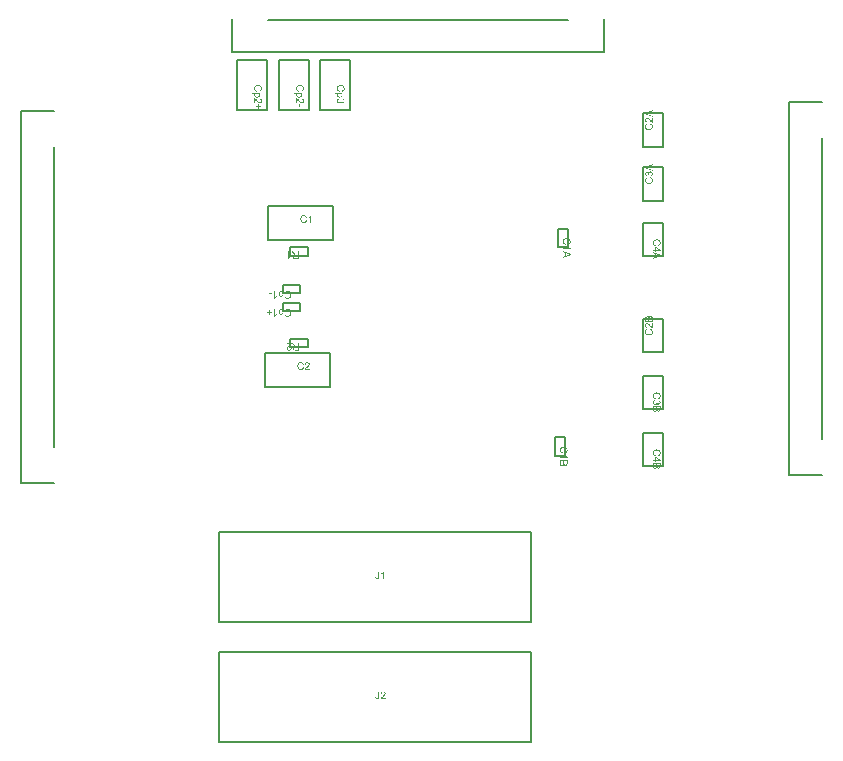
<source format=gbr>
%TF.GenerationSoftware,Altium Limited,Altium Designer,22.9.1 (49)*%
G04 Layer_Color=16711935*
%FSLAX25Y25*%
%MOIN*%
%TF.SameCoordinates,E4663CD6-9850-4590-99AB-2D6E941D03D6*%
%TF.FilePolarity,Positive*%
%TF.FileFunction,Other,Top_Assembly*%
%TF.Part,Single*%
G01*
G75*
%TA.AperFunction,NonConductor*%
%ADD36C,0.00787*%
G36*
X139396Y151474D02*
X139114D01*
Y151714D01*
X139110Y151707D01*
X139097Y151691D01*
X139074Y151668D01*
X139048Y151635D01*
X139015Y151602D01*
X138979Y151570D01*
X138936Y151537D01*
X138891Y151507D01*
X138884Y151504D01*
X138868Y151497D01*
X138841Y151484D01*
X138805Y151471D01*
X138759Y151458D01*
X138707Y151445D01*
X138648Y151438D01*
X138585Y151435D01*
X138563D01*
X138546Y151438D01*
X138526D01*
X138500Y151442D01*
X138444Y151452D01*
X138382Y151465D01*
X138310Y151488D01*
X138241Y151517D01*
X138172Y151556D01*
X138169D01*
X138166Y151563D01*
X138156Y151570D01*
X138143Y151579D01*
X138110Y151606D01*
X138071Y151645D01*
X138028Y151694D01*
X137982Y151750D01*
X137939Y151819D01*
X137900Y151898D01*
Y151901D01*
X137897Y151907D01*
X137890Y151920D01*
X137887Y151937D01*
X137877Y151957D01*
X137871Y151979D01*
X137864Y152009D01*
X137854Y152039D01*
X137838Y152111D01*
X137821Y152190D01*
X137812Y152281D01*
X137808Y152376D01*
Y152380D01*
Y152390D01*
Y152403D01*
Y152422D01*
X137812Y152449D01*
X137815Y152478D01*
X137818Y152508D01*
X137821Y152544D01*
X137834Y152622D01*
X137851Y152708D01*
X137877Y152796D01*
X137910Y152882D01*
Y152885D01*
X137913Y152891D01*
X137920Y152901D01*
X137929Y152918D01*
X137939Y152937D01*
X137952Y152957D01*
X137985Y153006D01*
X138028Y153062D01*
X138077Y153121D01*
X138136Y153173D01*
X138205Y153223D01*
X138208D01*
X138215Y153229D01*
X138225Y153233D01*
X138238Y153242D01*
X138254Y153249D01*
X138277Y153259D01*
X138326Y153282D01*
X138385Y153305D01*
X138454Y153321D01*
X138530Y153334D01*
X138609Y153341D01*
X138635D01*
X138664Y153338D01*
X138700Y153331D01*
X138743Y153324D01*
X138792Y153314D01*
X138838Y153298D01*
X138887Y153275D01*
X138894Y153272D01*
X138907Y153262D01*
X138930Y153249D01*
X138956Y153229D01*
X138989Y153206D01*
X139022Y153177D01*
X139055Y153147D01*
X139087Y153111D01*
Y154000D01*
X139396D01*
Y151474D01*
D02*
G37*
G36*
X135601Y152232D02*
X134650D01*
Y152544D01*
X135601D01*
Y152232D01*
D02*
G37*
G36*
X140882Y153341D02*
X140914Y153338D01*
X140957Y153334D01*
X141000Y153331D01*
X141049Y153324D01*
X141154Y153305D01*
X141265Y153275D01*
X141321Y153255D01*
X141377Y153233D01*
X141429Y153209D01*
X141479Y153180D01*
X141482Y153177D01*
X141488Y153173D01*
X141501Y153164D01*
X141521Y153147D01*
X141541Y153131D01*
X141567Y153111D01*
X141593Y153085D01*
X141623Y153055D01*
X141656Y153026D01*
X141685Y152990D01*
X141718Y152950D01*
X141751Y152904D01*
X141783Y152859D01*
X141813Y152809D01*
X141843Y152754D01*
X141869Y152698D01*
Y152695D01*
X141875Y152685D01*
X141882Y152665D01*
X141888Y152642D01*
X141898Y152613D01*
X141911Y152580D01*
X141921Y152540D01*
X141934Y152495D01*
X141948Y152445D01*
X141957Y152393D01*
X141971Y152337D01*
X141980Y152281D01*
X141993Y152153D01*
X142000Y152022D01*
Y152019D01*
Y152006D01*
Y151983D01*
X141997Y151957D01*
Y151920D01*
X141993Y151881D01*
X141987Y151839D01*
X141980Y151789D01*
X141974Y151737D01*
X141964Y151681D01*
X141938Y151566D01*
X141902Y151452D01*
X141879Y151392D01*
X141852Y151337D01*
X141849Y151333D01*
X141846Y151324D01*
X141836Y151307D01*
X141823Y151287D01*
X141810Y151265D01*
X141790Y151235D01*
X141767Y151206D01*
X141741Y151169D01*
X141682Y151097D01*
X141606Y151025D01*
X141521Y150953D01*
X141472Y150920D01*
X141423Y150891D01*
X141419Y150887D01*
X141410Y150884D01*
X141393Y150877D01*
X141374Y150868D01*
X141347Y150855D01*
X141318Y150841D01*
X141282Y150828D01*
X141242Y150812D01*
X141196Y150799D01*
X141150Y150786D01*
X141046Y150759D01*
X140931Y150743D01*
X140872Y150736D01*
X140773D01*
X140747Y150740D01*
X140714Y150743D01*
X140675Y150746D01*
X140632Y150753D01*
X140586Y150759D01*
X140488Y150782D01*
X140436Y150799D01*
X140380Y150818D01*
X140327Y150841D01*
X140275Y150864D01*
X140222Y150897D01*
X140173Y150930D01*
X140170Y150933D01*
X140163Y150940D01*
X140147Y150950D01*
X140130Y150966D01*
X140111Y150986D01*
X140085Y151009D01*
X140058Y151038D01*
X140029Y151071D01*
X139999Y151107D01*
X139970Y151146D01*
X139940Y151192D01*
X139911Y151238D01*
X139881Y151291D01*
X139855Y151347D01*
X139829Y151409D01*
X139809Y151471D01*
X140137Y151550D01*
Y151547D01*
X140140Y151537D01*
X140147Y151524D01*
X140153Y151504D01*
X140163Y151481D01*
X140173Y151455D01*
X140203Y151396D01*
X140239Y151330D01*
X140281Y151265D01*
X140334Y151202D01*
X140363Y151176D01*
X140393Y151150D01*
X140396D01*
X140399Y151143D01*
X140409Y151137D01*
X140422Y151130D01*
X140439Y151120D01*
X140458Y151110D01*
X140508Y151084D01*
X140570Y151061D01*
X140642Y151041D01*
X140724Y151028D01*
X140816Y151022D01*
X140846D01*
X140865Y151025D01*
X140888D01*
X140918Y151028D01*
X140950Y151035D01*
X140987Y151038D01*
X141062Y151055D01*
X141144Y151081D01*
X141226Y151117D01*
X141265Y151137D01*
X141305Y151163D01*
X141308D01*
X141314Y151169D01*
X141324Y151176D01*
X141338Y151189D01*
X141370Y151219D01*
X141410Y151261D01*
X141455Y151314D01*
X141501Y151379D01*
X141544Y151452D01*
X141577Y151537D01*
Y151540D01*
X141580Y151547D01*
X141584Y151560D01*
X141590Y151576D01*
X141597Y151599D01*
X141603Y151625D01*
X141610Y151655D01*
X141616Y151684D01*
X141629Y151760D01*
X141642Y151842D01*
X141652Y151930D01*
X141656Y152022D01*
Y152025D01*
Y152035D01*
Y152052D01*
Y152075D01*
X141652Y152104D01*
X141649Y152137D01*
Y152173D01*
X141642Y152212D01*
X141633Y152301D01*
X141616Y152393D01*
X141593Y152491D01*
X141564Y152583D01*
Y152586D01*
X141560Y152593D01*
X141554Y152606D01*
X141544Y152622D01*
X141534Y152642D01*
X141524Y152665D01*
X141492Y152718D01*
X141449Y152777D01*
X141400Y152836D01*
X141341Y152891D01*
X141272Y152941D01*
X141269D01*
X141262Y152947D01*
X141252Y152950D01*
X141236Y152960D01*
X141219Y152967D01*
X141196Y152977D01*
X141144Y153000D01*
X141078Y153023D01*
X141006Y153039D01*
X140928Y153052D01*
X140842Y153059D01*
X140816D01*
X140796Y153055D01*
X140770Y153052D01*
X140744Y153049D01*
X140711Y153046D01*
X140678Y153039D01*
X140603Y153019D01*
X140524Y152990D01*
X140481Y152973D01*
X140442Y152950D01*
X140403Y152927D01*
X140367Y152898D01*
X140363Y152895D01*
X140357Y152891D01*
X140347Y152882D01*
X140334Y152868D01*
X140321Y152852D01*
X140301Y152829D01*
X140281Y152806D01*
X140262Y152777D01*
X140239Y152747D01*
X140216Y152711D01*
X140196Y152672D01*
X140173Y152629D01*
X140153Y152580D01*
X140134Y152531D01*
X140117Y152478D01*
X140101Y152419D01*
X139766Y152504D01*
Y152508D01*
X139773Y152521D01*
X139779Y152544D01*
X139786Y152573D01*
X139799Y152606D01*
X139816Y152645D01*
X139832Y152688D01*
X139855Y152737D01*
X139878Y152786D01*
X139907Y152839D01*
X139937Y152888D01*
X139973Y152941D01*
X140009Y152993D01*
X140052Y153042D01*
X140098Y153088D01*
X140147Y153131D01*
X140150Y153134D01*
X140160Y153141D01*
X140173Y153150D01*
X140196Y153164D01*
X140222Y153180D01*
X140255Y153200D01*
X140291Y153216D01*
X140331Y153236D01*
X140380Y153259D01*
X140429Y153275D01*
X140485Y153295D01*
X140544Y153311D01*
X140606Y153324D01*
X140672Y153334D01*
X140741Y153341D01*
X140813Y153344D01*
X140852D01*
X140882Y153341D01*
D02*
G37*
G36*
X136667Y151330D02*
X136673Y151333D01*
X136686Y151347D01*
X136713Y151370D01*
X136746Y151396D01*
X136788Y151428D01*
X136841Y151465D01*
X136896Y151504D01*
X136962Y151543D01*
X136965D01*
X136969Y151547D01*
X136978Y151553D01*
X136992Y151560D01*
X137028Y151579D01*
X137070Y151602D01*
X137119Y151629D01*
X137175Y151655D01*
X137231Y151681D01*
X137287Y151704D01*
Y151402D01*
X137283D01*
X137274Y151396D01*
X137260Y151389D01*
X137244Y151379D01*
X137221Y151370D01*
X137195Y151353D01*
X137133Y151320D01*
X137064Y151278D01*
X136985Y151225D01*
X136909Y151169D01*
X136834Y151107D01*
X136831Y151104D01*
X136824Y151101D01*
X136814Y151091D01*
X136801Y151077D01*
X136768Y151045D01*
X136726Y150999D01*
X136683Y150950D01*
X136637Y150891D01*
X136595Y150831D01*
X136558Y150769D01*
X136358D01*
Y153301D01*
X136667D01*
Y151330D01*
D02*
G37*
G36*
X145253Y129604D02*
X145286Y129601D01*
X145325Y129598D01*
X145368Y129591D01*
X145414Y129585D01*
X145512Y129562D01*
X145564Y129545D01*
X145620Y129525D01*
X145673Y129503D01*
X145725Y129480D01*
X145778Y129447D01*
X145827Y129414D01*
X145830Y129411D01*
X145837Y129404D01*
X145853Y129394D01*
X145870Y129378D01*
X145889Y129358D01*
X145915Y129335D01*
X145942Y129306D01*
X145971Y129273D01*
X146001Y129237D01*
X146030Y129198D01*
X146060Y129152D01*
X146089Y129106D01*
X146119Y129053D01*
X146145Y128998D01*
X146171Y128935D01*
X146191Y128873D01*
X145863Y128794D01*
Y128797D01*
X145860Y128807D01*
X145853Y128820D01*
X145847Y128840D01*
X145837Y128863D01*
X145827Y128889D01*
X145797Y128948D01*
X145761Y129014D01*
X145719Y129079D01*
X145666Y129142D01*
X145637Y129168D01*
X145607Y129194D01*
X145604D01*
X145601Y129201D01*
X145591Y129207D01*
X145578Y129214D01*
X145561Y129224D01*
X145542Y129234D01*
X145492Y129260D01*
X145430Y129283D01*
X145358Y129303D01*
X145276Y129316D01*
X145184Y129322D01*
X145155D01*
X145135Y129319D01*
X145112D01*
X145082Y129316D01*
X145050Y129309D01*
X145013Y129306D01*
X144938Y129289D01*
X144856Y129263D01*
X144774Y129227D01*
X144735Y129207D01*
X144695Y129181D01*
X144692D01*
X144685Y129175D01*
X144676Y129168D01*
X144662Y129155D01*
X144630Y129125D01*
X144590Y129083D01*
X144544Y129030D01*
X144499Y128965D01*
X144456Y128893D01*
X144423Y128807D01*
Y128804D01*
X144420Y128797D01*
X144416Y128784D01*
X144410Y128768D01*
X144403Y128745D01*
X144397Y128719D01*
X144390Y128689D01*
X144384Y128660D01*
X144371Y128584D01*
X144358Y128502D01*
X144348Y128414D01*
X144344Y128322D01*
Y128319D01*
Y128309D01*
Y128292D01*
Y128269D01*
X144348Y128240D01*
X144351Y128207D01*
Y128171D01*
X144358Y128131D01*
X144367Y128043D01*
X144384Y127951D01*
X144407Y127853D01*
X144436Y127761D01*
Y127758D01*
X144439Y127751D01*
X144446Y127738D01*
X144456Y127722D01*
X144466Y127702D01*
X144475Y127679D01*
X144508Y127626D01*
X144551Y127567D01*
X144600Y127508D01*
X144659Y127453D01*
X144728Y127403D01*
X144731D01*
X144738Y127397D01*
X144748Y127394D01*
X144764Y127384D01*
X144781Y127377D01*
X144804Y127367D01*
X144856Y127344D01*
X144922Y127321D01*
X144994Y127305D01*
X145072Y127292D01*
X145158Y127285D01*
X145184D01*
X145204Y127289D01*
X145230Y127292D01*
X145256Y127295D01*
X145289Y127298D01*
X145322Y127305D01*
X145397Y127325D01*
X145476Y127354D01*
X145519Y127371D01*
X145558Y127394D01*
X145597Y127417D01*
X145633Y127446D01*
X145637Y127449D01*
X145643Y127453D01*
X145653Y127462D01*
X145666Y127476D01*
X145679Y127492D01*
X145699Y127515D01*
X145719Y127538D01*
X145738Y127567D01*
X145761Y127597D01*
X145784Y127633D01*
X145804Y127672D01*
X145827Y127715D01*
X145847Y127764D01*
X145866Y127813D01*
X145883Y127866D01*
X145899Y127925D01*
X146234Y127840D01*
Y127836D01*
X146227Y127823D01*
X146221Y127800D01*
X146214Y127771D01*
X146201Y127738D01*
X146184Y127699D01*
X146168Y127656D01*
X146145Y127607D01*
X146122Y127558D01*
X146093Y127505D01*
X146063Y127456D01*
X146027Y127403D01*
X145991Y127351D01*
X145948Y127302D01*
X145902Y127256D01*
X145853Y127213D01*
X145850Y127210D01*
X145840Y127203D01*
X145827Y127193D01*
X145804Y127180D01*
X145778Y127164D01*
X145745Y127144D01*
X145709Y127128D01*
X145669Y127108D01*
X145620Y127085D01*
X145571Y127069D01*
X145515Y127049D01*
X145456Y127033D01*
X145394Y127020D01*
X145328Y127010D01*
X145259Y127003D01*
X145187Y127000D01*
X145148D01*
X145118Y127003D01*
X145086Y127006D01*
X145043Y127010D01*
X145000Y127013D01*
X144951Y127020D01*
X144846Y127039D01*
X144735Y127069D01*
X144679Y127088D01*
X144623Y127111D01*
X144571Y127134D01*
X144521Y127164D01*
X144518Y127167D01*
X144512Y127171D01*
X144499Y127180D01*
X144479Y127197D01*
X144459Y127213D01*
X144433Y127233D01*
X144407Y127259D01*
X144377Y127289D01*
X144344Y127318D01*
X144315Y127354D01*
X144282Y127394D01*
X144249Y127439D01*
X144216Y127485D01*
X144187Y127535D01*
X144157Y127590D01*
X144131Y127646D01*
Y127649D01*
X144125Y127659D01*
X144118Y127679D01*
X144112Y127702D01*
X144102Y127731D01*
X144088Y127764D01*
X144079Y127804D01*
X144066Y127849D01*
X144052Y127899D01*
X144043Y127951D01*
X144029Y128007D01*
X144020Y128063D01*
X144007Y128191D01*
X144000Y128322D01*
Y128325D01*
Y128338D01*
Y128361D01*
X144003Y128387D01*
Y128424D01*
X144007Y128463D01*
X144013Y128506D01*
X144020Y128555D01*
X144026Y128607D01*
X144036Y128663D01*
X144062Y128778D01*
X144098Y128893D01*
X144121Y128952D01*
X144148Y129007D01*
X144151Y129011D01*
X144154Y129020D01*
X144164Y129037D01*
X144177Y129057D01*
X144190Y129079D01*
X144210Y129109D01*
X144233Y129139D01*
X144259Y129175D01*
X144318Y129247D01*
X144394Y129319D01*
X144479Y129391D01*
X144528Y129424D01*
X144577Y129453D01*
X144580Y129457D01*
X144590Y129460D01*
X144607Y129466D01*
X144626Y129476D01*
X144653Y129490D01*
X144682Y129503D01*
X144718Y129516D01*
X144758Y129532D01*
X144804Y129545D01*
X144850Y129558D01*
X144954Y129585D01*
X145069Y129601D01*
X145128Y129607D01*
X145227D01*
X145253Y129604D01*
D02*
G37*
G36*
X147408Y129571D02*
X147441Y129568D01*
X147477Y129565D01*
X147516Y129558D01*
X147559Y129549D01*
X147651Y129525D01*
X147696Y129509D01*
X147746Y129490D01*
X147795Y129466D01*
X147841Y129437D01*
X147883Y129408D01*
X147926Y129371D01*
X147929Y129368D01*
X147936Y129362D01*
X147946Y129352D01*
X147959Y129335D01*
X147975Y129316D01*
X147995Y129293D01*
X148011Y129266D01*
X148034Y129234D01*
X148054Y129201D01*
X148070Y129162D01*
X148107Y129076D01*
X148120Y129030D01*
X148129Y128981D01*
X148136Y128929D01*
X148139Y128873D01*
Y128866D01*
Y128847D01*
X148136Y128817D01*
X148133Y128778D01*
X148123Y128735D01*
X148113Y128683D01*
X148097Y128630D01*
X148077Y128574D01*
X148074Y128568D01*
X148064Y128548D01*
X148051Y128519D01*
X148028Y128482D01*
X147998Y128437D01*
X147962Y128384D01*
X147920Y128325D01*
X147870Y128266D01*
Y128263D01*
X147864Y128260D01*
X147854Y128250D01*
X147844Y128236D01*
X147828Y128220D01*
X147808Y128200D01*
X147785Y128177D01*
X147756Y128151D01*
X147726Y128122D01*
X147690Y128089D01*
X147651Y128050D01*
X147608Y128010D01*
X147559Y127968D01*
X147510Y127925D01*
X147450Y127876D01*
X147391Y127823D01*
X147388Y127820D01*
X147378Y127813D01*
X147365Y127800D01*
X147346Y127787D01*
X147326Y127768D01*
X147300Y127744D01*
X147244Y127695D01*
X147181Y127643D01*
X147123Y127590D01*
X147096Y127567D01*
X147073Y127544D01*
X147050Y127522D01*
X147034Y127505D01*
X147031Y127502D01*
X147021Y127492D01*
X147008Y127476D01*
X146988Y127453D01*
X146968Y127430D01*
X146945Y127400D01*
X146903Y127341D01*
X148143D01*
Y127043D01*
X146473D01*
Y127049D01*
Y127062D01*
Y127082D01*
X146476Y127111D01*
X146480Y127144D01*
X146486Y127180D01*
X146496Y127216D01*
X146509Y127256D01*
Y127259D01*
X146512Y127262D01*
X146516Y127272D01*
X146522Y127285D01*
X146535Y127318D01*
X146558Y127361D01*
X146588Y127413D01*
X146621Y127469D01*
X146663Y127528D01*
X146713Y127590D01*
X146716Y127594D01*
X146719Y127597D01*
X146729Y127607D01*
X146739Y127620D01*
X146772Y127656D01*
X146818Y127702D01*
X146873Y127758D01*
X146942Y127823D01*
X147024Y127895D01*
X147119Y127974D01*
X147123Y127977D01*
X147136Y127990D01*
X147159Y128007D01*
X147185Y128030D01*
X147218Y128059D01*
X147257Y128092D01*
X147300Y128128D01*
X147342Y128168D01*
X147434Y128253D01*
X147526Y128341D01*
X147569Y128387D01*
X147608Y128430D01*
X147644Y128469D01*
X147674Y128509D01*
X147677Y128512D01*
X147680Y128519D01*
X147687Y128528D01*
X147696Y128542D01*
X147706Y128561D01*
X147720Y128581D01*
X147749Y128630D01*
X147775Y128686D01*
X147798Y128748D01*
X147815Y128817D01*
X147821Y128850D01*
Y128883D01*
Y128886D01*
Y128893D01*
Y128899D01*
X147818Y128912D01*
X147815Y128948D01*
X147805Y128991D01*
X147788Y129040D01*
X147765Y129089D01*
X147733Y129142D01*
X147687Y129191D01*
X147680Y129198D01*
X147664Y129211D01*
X147634Y129230D01*
X147595Y129257D01*
X147546Y129279D01*
X147487Y129299D01*
X147418Y129312D01*
X147342Y129319D01*
X147319D01*
X147306Y129316D01*
X147286D01*
X147264Y129312D01*
X147214Y129303D01*
X147159Y129286D01*
X147096Y129263D01*
X147037Y129230D01*
X146985Y129184D01*
X146978Y129178D01*
X146965Y129162D01*
X146942Y129129D01*
X146919Y129089D01*
X146893Y129034D01*
X146870Y128971D01*
X146857Y128899D01*
X146850Y128814D01*
X146532Y128847D01*
Y128850D01*
X146535Y128863D01*
Y128879D01*
X146539Y128906D01*
X146545Y128935D01*
X146552Y128968D01*
X146562Y129007D01*
X146575Y129047D01*
X146604Y129135D01*
X146624Y129181D01*
X146647Y129224D01*
X146673Y129270D01*
X146703Y129312D01*
X146736Y129352D01*
X146775Y129388D01*
X146778Y129391D01*
X146785Y129394D01*
X146798Y129404D01*
X146814Y129417D01*
X146837Y129430D01*
X146863Y129447D01*
X146893Y129463D01*
X146929Y129483D01*
X146968Y129499D01*
X147011Y129516D01*
X147057Y129532D01*
X147109Y129545D01*
X147162Y129558D01*
X147221Y129568D01*
X147283Y129571D01*
X147349Y129575D01*
X147385D01*
X147408Y129571D01*
D02*
G37*
G36*
X139396Y145474D02*
X139114D01*
Y145714D01*
X139110Y145707D01*
X139097Y145691D01*
X139074Y145668D01*
X139048Y145635D01*
X139015Y145602D01*
X138979Y145570D01*
X138936Y145537D01*
X138891Y145507D01*
X138884Y145504D01*
X138868Y145497D01*
X138841Y145484D01*
X138805Y145471D01*
X138759Y145458D01*
X138707Y145445D01*
X138648Y145438D01*
X138585Y145435D01*
X138563D01*
X138546Y145438D01*
X138526D01*
X138500Y145442D01*
X138444Y145451D01*
X138382Y145465D01*
X138310Y145488D01*
X138241Y145517D01*
X138172Y145556D01*
X138169D01*
X138166Y145563D01*
X138156Y145570D01*
X138143Y145579D01*
X138110Y145606D01*
X138071Y145645D01*
X138028Y145694D01*
X137982Y145750D01*
X137939Y145819D01*
X137900Y145898D01*
Y145901D01*
X137897Y145907D01*
X137890Y145921D01*
X137887Y145937D01*
X137877Y145957D01*
X137871Y145979D01*
X137864Y146009D01*
X137854Y146039D01*
X137838Y146111D01*
X137821Y146189D01*
X137812Y146281D01*
X137808Y146376D01*
Y146380D01*
Y146390D01*
Y146403D01*
Y146422D01*
X137812Y146449D01*
X137815Y146478D01*
X137818Y146508D01*
X137821Y146544D01*
X137834Y146622D01*
X137851Y146708D01*
X137877Y146796D01*
X137910Y146881D01*
Y146885D01*
X137913Y146891D01*
X137920Y146901D01*
X137929Y146918D01*
X137939Y146937D01*
X137952Y146957D01*
X137985Y147006D01*
X138028Y147062D01*
X138077Y147121D01*
X138136Y147174D01*
X138205Y147223D01*
X138208D01*
X138215Y147229D01*
X138225Y147232D01*
X138238Y147242D01*
X138254Y147249D01*
X138277Y147259D01*
X138326Y147282D01*
X138385Y147305D01*
X138454Y147321D01*
X138530Y147334D01*
X138609Y147341D01*
X138635D01*
X138664Y147337D01*
X138700Y147331D01*
X138743Y147324D01*
X138792Y147315D01*
X138838Y147298D01*
X138887Y147275D01*
X138894Y147272D01*
X138907Y147262D01*
X138930Y147249D01*
X138956Y147229D01*
X138989Y147206D01*
X139022Y147177D01*
X139055Y147147D01*
X139087Y147111D01*
Y148000D01*
X139396D01*
Y145474D01*
D02*
G37*
G36*
X134833Y146203D02*
X135519D01*
Y145914D01*
X134833D01*
Y145228D01*
X134541D01*
Y145914D01*
X133856D01*
Y146203D01*
X134541D01*
Y146895D01*
X134833D01*
Y146203D01*
D02*
G37*
G36*
X140882Y147341D02*
X140914Y147337D01*
X140957Y147334D01*
X141000Y147331D01*
X141049Y147324D01*
X141154Y147305D01*
X141265Y147275D01*
X141321Y147256D01*
X141377Y147232D01*
X141429Y147210D01*
X141479Y147180D01*
X141482Y147177D01*
X141488Y147174D01*
X141501Y147164D01*
X141521Y147147D01*
X141541Y147131D01*
X141567Y147111D01*
X141593Y147085D01*
X141623Y147055D01*
X141656Y147026D01*
X141685Y146990D01*
X141718Y146950D01*
X141751Y146905D01*
X141783Y146859D01*
X141813Y146809D01*
X141843Y146754D01*
X141869Y146698D01*
Y146695D01*
X141875Y146685D01*
X141882Y146665D01*
X141888Y146642D01*
X141898Y146613D01*
X141911Y146580D01*
X141921Y146540D01*
X141934Y146494D01*
X141948Y146445D01*
X141957Y146393D01*
X141971Y146337D01*
X141980Y146281D01*
X141993Y146153D01*
X142000Y146022D01*
Y146019D01*
Y146006D01*
Y145983D01*
X141997Y145957D01*
Y145921D01*
X141993Y145881D01*
X141987Y145838D01*
X141980Y145789D01*
X141974Y145737D01*
X141964Y145681D01*
X141938Y145566D01*
X141902Y145451D01*
X141879Y145392D01*
X141852Y145337D01*
X141849Y145333D01*
X141846Y145324D01*
X141836Y145307D01*
X141823Y145288D01*
X141810Y145264D01*
X141790Y145235D01*
X141767Y145205D01*
X141741Y145169D01*
X141682Y145097D01*
X141606Y145025D01*
X141521Y144953D01*
X141472Y144920D01*
X141423Y144891D01*
X141419Y144887D01*
X141410Y144884D01*
X141393Y144878D01*
X141374Y144868D01*
X141347Y144854D01*
X141318Y144841D01*
X141282Y144828D01*
X141242Y144812D01*
X141196Y144799D01*
X141150Y144786D01*
X141046Y144759D01*
X140931Y144743D01*
X140872Y144736D01*
X140773D01*
X140747Y144740D01*
X140714Y144743D01*
X140675Y144746D01*
X140632Y144753D01*
X140586Y144759D01*
X140488Y144782D01*
X140436Y144799D01*
X140380Y144818D01*
X140327Y144841D01*
X140275Y144864D01*
X140222Y144897D01*
X140173Y144930D01*
X140170Y144933D01*
X140163Y144940D01*
X140147Y144950D01*
X140130Y144966D01*
X140111Y144986D01*
X140085Y145009D01*
X140058Y145038D01*
X140029Y145071D01*
X139999Y145107D01*
X139970Y145146D01*
X139940Y145192D01*
X139911Y145238D01*
X139881Y145291D01*
X139855Y145346D01*
X139829Y145409D01*
X139809Y145471D01*
X140137Y145550D01*
Y145547D01*
X140140Y145537D01*
X140147Y145524D01*
X140153Y145504D01*
X140163Y145481D01*
X140173Y145455D01*
X140203Y145396D01*
X140239Y145330D01*
X140281Y145264D01*
X140334Y145202D01*
X140363Y145176D01*
X140393Y145150D01*
X140396D01*
X140399Y145143D01*
X140409Y145137D01*
X140422Y145130D01*
X140439Y145120D01*
X140458Y145110D01*
X140508Y145084D01*
X140570Y145061D01*
X140642Y145042D01*
X140724Y145028D01*
X140816Y145022D01*
X140846D01*
X140865Y145025D01*
X140888D01*
X140918Y145028D01*
X140950Y145035D01*
X140987Y145038D01*
X141062Y145055D01*
X141144Y145081D01*
X141226Y145117D01*
X141265Y145137D01*
X141305Y145163D01*
X141308D01*
X141314Y145169D01*
X141324Y145176D01*
X141338Y145189D01*
X141370Y145219D01*
X141410Y145261D01*
X141455Y145314D01*
X141501Y145379D01*
X141544Y145451D01*
X141577Y145537D01*
Y145540D01*
X141580Y145547D01*
X141584Y145560D01*
X141590Y145576D01*
X141597Y145599D01*
X141603Y145625D01*
X141610Y145655D01*
X141616Y145684D01*
X141629Y145760D01*
X141642Y145842D01*
X141652Y145930D01*
X141656Y146022D01*
Y146026D01*
Y146035D01*
Y146052D01*
Y146075D01*
X141652Y146104D01*
X141649Y146137D01*
Y146173D01*
X141642Y146212D01*
X141633Y146301D01*
X141616Y146393D01*
X141593Y146491D01*
X141564Y146583D01*
Y146586D01*
X141560Y146593D01*
X141554Y146606D01*
X141544Y146622D01*
X141534Y146642D01*
X141524Y146665D01*
X141492Y146718D01*
X141449Y146777D01*
X141400Y146836D01*
X141341Y146891D01*
X141272Y146941D01*
X141269D01*
X141262Y146947D01*
X141252Y146950D01*
X141236Y146960D01*
X141219Y146967D01*
X141196Y146977D01*
X141144Y147000D01*
X141078Y147023D01*
X141006Y147039D01*
X140928Y147052D01*
X140842Y147059D01*
X140816D01*
X140796Y147055D01*
X140770Y147052D01*
X140744Y147049D01*
X140711Y147046D01*
X140678Y147039D01*
X140603Y147019D01*
X140524Y146990D01*
X140481Y146973D01*
X140442Y146950D01*
X140403Y146927D01*
X140367Y146898D01*
X140363Y146895D01*
X140357Y146891D01*
X140347Y146881D01*
X140334Y146868D01*
X140321Y146852D01*
X140301Y146829D01*
X140281Y146806D01*
X140262Y146777D01*
X140239Y146747D01*
X140216Y146711D01*
X140196Y146672D01*
X140173Y146629D01*
X140153Y146580D01*
X140134Y146531D01*
X140117Y146478D01*
X140101Y146419D01*
X139766Y146504D01*
Y146508D01*
X139773Y146521D01*
X139779Y146544D01*
X139786Y146573D01*
X139799Y146606D01*
X139816Y146645D01*
X139832Y146688D01*
X139855Y146737D01*
X139878Y146786D01*
X139907Y146839D01*
X139937Y146888D01*
X139973Y146941D01*
X140009Y146993D01*
X140052Y147042D01*
X140098Y147088D01*
X140147Y147131D01*
X140150Y147134D01*
X140160Y147141D01*
X140173Y147151D01*
X140196Y147164D01*
X140222Y147180D01*
X140255Y147200D01*
X140291Y147216D01*
X140331Y147236D01*
X140380Y147259D01*
X140429Y147275D01*
X140485Y147295D01*
X140544Y147311D01*
X140606Y147324D01*
X140672Y147334D01*
X140741Y147341D01*
X140813Y147344D01*
X140852D01*
X140882Y147341D01*
D02*
G37*
G36*
X136667Y145330D02*
X136673Y145333D01*
X136686Y145346D01*
X136713Y145370D01*
X136746Y145396D01*
X136788Y145429D01*
X136841Y145465D01*
X136896Y145504D01*
X136962Y145543D01*
X136965D01*
X136969Y145547D01*
X136978Y145553D01*
X136992Y145560D01*
X137028Y145579D01*
X137070Y145602D01*
X137119Y145629D01*
X137175Y145655D01*
X137231Y145681D01*
X137287Y145704D01*
Y145402D01*
X137283D01*
X137274Y145396D01*
X137260Y145389D01*
X137244Y145379D01*
X137221Y145370D01*
X137195Y145353D01*
X137133Y145320D01*
X137064Y145278D01*
X136985Y145225D01*
X136909Y145169D01*
X136834Y145107D01*
X136831Y145104D01*
X136824Y145100D01*
X136814Y145091D01*
X136801Y145078D01*
X136768Y145045D01*
X136726Y144999D01*
X136683Y144950D01*
X136637Y144891D01*
X136595Y144832D01*
X136558Y144769D01*
X136358D01*
Y147301D01*
X136667D01*
Y145330D01*
D02*
G37*
G36*
X131043Y221997D02*
X131079D01*
X131119Y221993D01*
X131161Y221987D01*
X131211Y221980D01*
X131263Y221974D01*
X131319Y221964D01*
X131434Y221938D01*
X131549Y221902D01*
X131607Y221879D01*
X131663Y221852D01*
X131667Y221849D01*
X131676Y221846D01*
X131693Y221836D01*
X131712Y221823D01*
X131736Y221810D01*
X131765Y221790D01*
X131795Y221767D01*
X131831Y221741D01*
X131903Y221682D01*
X131975Y221606D01*
X132047Y221521D01*
X132080Y221472D01*
X132109Y221423D01*
X132113Y221420D01*
X132116Y221410D01*
X132123Y221393D01*
X132132Y221374D01*
X132146Y221347D01*
X132159Y221318D01*
X132172Y221282D01*
X132188Y221242D01*
X132201Y221196D01*
X132214Y221150D01*
X132241Y221046D01*
X132257Y220931D01*
X132264Y220872D01*
Y220773D01*
X132260Y220747D01*
X132257Y220714D01*
X132254Y220675D01*
X132247Y220632D01*
X132241Y220586D01*
X132218Y220488D01*
X132201Y220436D01*
X132182Y220380D01*
X132159Y220327D01*
X132136Y220275D01*
X132103Y220222D01*
X132070Y220173D01*
X132067Y220170D01*
X132060Y220163D01*
X132050Y220147D01*
X132034Y220130D01*
X132014Y220111D01*
X131991Y220085D01*
X131962Y220058D01*
X131929Y220029D01*
X131893Y219999D01*
X131853Y219970D01*
X131808Y219940D01*
X131762Y219911D01*
X131709Y219881D01*
X131653Y219855D01*
X131591Y219829D01*
X131529Y219809D01*
X131450Y220137D01*
X131453D01*
X131463Y220140D01*
X131476Y220147D01*
X131496Y220153D01*
X131519Y220163D01*
X131545Y220173D01*
X131604Y220203D01*
X131670Y220239D01*
X131736Y220281D01*
X131798Y220334D01*
X131824Y220363D01*
X131850Y220393D01*
Y220396D01*
X131857Y220399D01*
X131863Y220409D01*
X131870Y220422D01*
X131880Y220439D01*
X131890Y220458D01*
X131916Y220508D01*
X131939Y220570D01*
X131958Y220642D01*
X131972Y220724D01*
X131978Y220816D01*
Y220846D01*
X131975Y220865D01*
Y220888D01*
X131972Y220918D01*
X131965Y220950D01*
X131962Y220987D01*
X131945Y221062D01*
X131919Y221144D01*
X131883Y221226D01*
X131863Y221265D01*
X131837Y221305D01*
Y221308D01*
X131831Y221315D01*
X131824Y221324D01*
X131811Y221338D01*
X131781Y221370D01*
X131739Y221410D01*
X131686Y221456D01*
X131621Y221501D01*
X131549Y221544D01*
X131463Y221577D01*
X131460D01*
X131453Y221580D01*
X131440Y221584D01*
X131424Y221590D01*
X131401Y221597D01*
X131375Y221603D01*
X131345Y221610D01*
X131316Y221616D01*
X131240Y221629D01*
X131158Y221642D01*
X131070Y221652D01*
X130978Y221656D01*
X130974D01*
X130965D01*
X130948D01*
X130925D01*
X130896Y221652D01*
X130863Y221649D01*
X130827D01*
X130788Y221642D01*
X130699Y221633D01*
X130607Y221616D01*
X130509Y221593D01*
X130417Y221564D01*
X130414D01*
X130407Y221561D01*
X130394Y221554D01*
X130377Y221544D01*
X130358Y221534D01*
X130335Y221524D01*
X130282Y221492D01*
X130223Y221449D01*
X130164Y221400D01*
X130109Y221341D01*
X130059Y221272D01*
Y221269D01*
X130053Y221262D01*
X130050Y221252D01*
X130040Y221236D01*
X130033Y221219D01*
X130023Y221196D01*
X130000Y221144D01*
X129977Y221078D01*
X129961Y221006D01*
X129948Y220928D01*
X129941Y220842D01*
Y220816D01*
X129945Y220796D01*
X129948Y220770D01*
X129951Y220744D01*
X129954Y220711D01*
X129961Y220678D01*
X129981Y220603D01*
X130010Y220524D01*
X130027Y220481D01*
X130050Y220442D01*
X130072Y220403D01*
X130102Y220367D01*
X130105Y220363D01*
X130109Y220357D01*
X130118Y220347D01*
X130131Y220334D01*
X130148Y220321D01*
X130171Y220301D01*
X130194Y220281D01*
X130223Y220262D01*
X130253Y220239D01*
X130289Y220216D01*
X130328Y220196D01*
X130371Y220173D01*
X130420Y220153D01*
X130469Y220134D01*
X130522Y220117D01*
X130581Y220101D01*
X130496Y219766D01*
X130492D01*
X130479Y219773D01*
X130456Y219779D01*
X130427Y219786D01*
X130394Y219799D01*
X130355Y219815D01*
X130312Y219832D01*
X130263Y219855D01*
X130214Y219878D01*
X130161Y219907D01*
X130112Y219937D01*
X130059Y219973D01*
X130007Y220009D01*
X129958Y220052D01*
X129912Y220098D01*
X129869Y220147D01*
X129866Y220150D01*
X129859Y220160D01*
X129850Y220173D01*
X129836Y220196D01*
X129820Y220222D01*
X129800Y220255D01*
X129784Y220291D01*
X129764Y220331D01*
X129741Y220380D01*
X129725Y220429D01*
X129705Y220485D01*
X129689Y220544D01*
X129676Y220606D01*
X129666Y220672D01*
X129659Y220741D01*
X129656Y220813D01*
Y220852D01*
X129659Y220882D01*
X129663Y220914D01*
X129666Y220957D01*
X129669Y221000D01*
X129676Y221049D01*
X129695Y221154D01*
X129725Y221265D01*
X129745Y221321D01*
X129768Y221377D01*
X129790Y221429D01*
X129820Y221479D01*
X129823Y221482D01*
X129826Y221488D01*
X129836Y221501D01*
X129853Y221521D01*
X129869Y221541D01*
X129889Y221567D01*
X129915Y221593D01*
X129945Y221623D01*
X129974Y221656D01*
X130010Y221685D01*
X130050Y221718D01*
X130096Y221751D01*
X130141Y221784D01*
X130191Y221813D01*
X130246Y221843D01*
X130302Y221869D01*
X130305D01*
X130315Y221875D01*
X130335Y221882D01*
X130358Y221888D01*
X130387Y221898D01*
X130420Y221912D01*
X130459Y221921D01*
X130506Y221934D01*
X130555Y221948D01*
X130607Y221957D01*
X130663Y221971D01*
X130719Y221980D01*
X130847Y221993D01*
X130978Y222000D01*
X130981D01*
X130994D01*
X131017D01*
X131043Y221997D01*
D02*
G37*
G36*
X131526Y219114D02*
X131286D01*
X131293Y219110D01*
X131309Y219097D01*
X131332Y219074D01*
X131365Y219048D01*
X131398Y219015D01*
X131430Y218979D01*
X131463Y218936D01*
X131493Y218891D01*
X131496Y218884D01*
X131503Y218868D01*
X131516Y218841D01*
X131529Y218805D01*
X131542Y218759D01*
X131555Y218707D01*
X131562Y218648D01*
X131565Y218586D01*
Y218563D01*
X131562Y218546D01*
Y218527D01*
X131558Y218500D01*
X131549Y218444D01*
X131535Y218382D01*
X131512Y218310D01*
X131483Y218241D01*
X131444Y218172D01*
Y218169D01*
X131437Y218166D01*
X131430Y218156D01*
X131421Y218143D01*
X131394Y218110D01*
X131355Y218071D01*
X131306Y218028D01*
X131250Y217982D01*
X131181Y217939D01*
X131102Y217900D01*
X131099D01*
X131093Y217897D01*
X131079Y217890D01*
X131063Y217887D01*
X131043Y217877D01*
X131020Y217870D01*
X130991Y217864D01*
X130961Y217854D01*
X130889Y217838D01*
X130810Y217821D01*
X130719Y217811D01*
X130624Y217808D01*
X130620D01*
X130610D01*
X130597D01*
X130578D01*
X130551Y217811D01*
X130522Y217815D01*
X130492Y217818D01*
X130456Y217821D01*
X130377Y217834D01*
X130292Y217851D01*
X130204Y217877D01*
X130118Y217910D01*
X130115D01*
X130109Y217913D01*
X130099Y217920D01*
X130082Y217930D01*
X130063Y217939D01*
X130043Y217952D01*
X129994Y217985D01*
X129938Y218028D01*
X129879Y218077D01*
X129826Y218136D01*
X129777Y218205D01*
Y218208D01*
X129771Y218215D01*
X129768Y218225D01*
X129758Y218238D01*
X129751Y218254D01*
X129741Y218277D01*
X129718Y218326D01*
X129695Y218386D01*
X129679Y218454D01*
X129666Y218530D01*
X129659Y218608D01*
Y218635D01*
X129663Y218664D01*
X129669Y218700D01*
X129676Y218743D01*
X129685Y218792D01*
X129702Y218838D01*
X129725Y218887D01*
X129728Y218894D01*
X129738Y218907D01*
X129751Y218930D01*
X129771Y218956D01*
X129794Y218989D01*
X129823Y219022D01*
X129853Y219055D01*
X129889Y219087D01*
X129000D01*
Y219396D01*
X131526D01*
Y219114D01*
D02*
G37*
G36*
X129768Y217565D02*
X129800Y217562D01*
X129836Y217556D01*
X129872Y217546D01*
X129912Y217533D01*
X129915D01*
X129918Y217529D01*
X129928Y217526D01*
X129941Y217519D01*
X129974Y217506D01*
X130017Y217483D01*
X130069Y217454D01*
X130125Y217421D01*
X130184Y217378D01*
X130246Y217329D01*
X130250Y217326D01*
X130253Y217323D01*
X130263Y217313D01*
X130276Y217303D01*
X130312Y217270D01*
X130358Y217224D01*
X130414Y217169D01*
X130479Y217100D01*
X130551Y217018D01*
X130630Y216923D01*
X130633Y216919D01*
X130647Y216906D01*
X130663Y216883D01*
X130686Y216857D01*
X130715Y216824D01*
X130748Y216785D01*
X130784Y216742D01*
X130824Y216700D01*
X130909Y216608D01*
X130998Y216516D01*
X131043Y216473D01*
X131086Y216434D01*
X131125Y216398D01*
X131165Y216368D01*
X131168Y216365D01*
X131175Y216362D01*
X131184Y216355D01*
X131198Y216345D01*
X131217Y216336D01*
X131237Y216322D01*
X131286Y216293D01*
X131342Y216267D01*
X131404Y216244D01*
X131473Y216227D01*
X131506Y216221D01*
X131539D01*
X131542D01*
X131549D01*
X131555D01*
X131568Y216224D01*
X131604Y216227D01*
X131647Y216237D01*
X131696Y216253D01*
X131745Y216276D01*
X131798Y216309D01*
X131847Y216355D01*
X131853Y216362D01*
X131867Y216378D01*
X131886Y216408D01*
X131913Y216447D01*
X131936Y216496D01*
X131955Y216555D01*
X131968Y216624D01*
X131975Y216700D01*
Y216722D01*
X131972Y216736D01*
Y216755D01*
X131968Y216778D01*
X131958Y216828D01*
X131942Y216883D01*
X131919Y216946D01*
X131886Y217005D01*
X131840Y217057D01*
X131834Y217064D01*
X131817Y217077D01*
X131785Y217100D01*
X131745Y217123D01*
X131690Y217149D01*
X131627Y217172D01*
X131555Y217185D01*
X131470Y217192D01*
X131503Y217510D01*
X131506D01*
X131519Y217506D01*
X131535D01*
X131562Y217503D01*
X131591Y217497D01*
X131624Y217490D01*
X131663Y217480D01*
X131703Y217467D01*
X131791Y217438D01*
X131837Y217418D01*
X131880Y217395D01*
X131926Y217369D01*
X131968Y217339D01*
X132008Y217306D01*
X132044Y217267D01*
X132047Y217264D01*
X132050Y217257D01*
X132060Y217244D01*
X132073Y217228D01*
X132086Y217205D01*
X132103Y217178D01*
X132119Y217149D01*
X132139Y217113D01*
X132155Y217073D01*
X132172Y217031D01*
X132188Y216985D01*
X132201Y216932D01*
X132214Y216880D01*
X132224Y216821D01*
X132228Y216759D01*
X132231Y216693D01*
Y216657D01*
X132228Y216634D01*
X132224Y216601D01*
X132221Y216565D01*
X132214Y216526D01*
X132204Y216483D01*
X132182Y216391D01*
X132165Y216345D01*
X132146Y216296D01*
X132123Y216247D01*
X132093Y216201D01*
X132063Y216158D01*
X132027Y216116D01*
X132024Y216112D01*
X132018Y216106D01*
X132008Y216096D01*
X131991Y216083D01*
X131972Y216067D01*
X131949Y216047D01*
X131922Y216030D01*
X131890Y216007D01*
X131857Y215988D01*
X131817Y215971D01*
X131732Y215935D01*
X131686Y215922D01*
X131637Y215912D01*
X131585Y215906D01*
X131529Y215902D01*
X131522D01*
X131503D01*
X131473Y215906D01*
X131434Y215909D01*
X131391Y215919D01*
X131339Y215929D01*
X131286Y215945D01*
X131230Y215965D01*
X131224Y215968D01*
X131204Y215978D01*
X131175Y215991D01*
X131139Y216014D01*
X131093Y216044D01*
X131040Y216080D01*
X130981Y216122D01*
X130922Y216172D01*
X130919D01*
X130915Y216178D01*
X130906Y216188D01*
X130893Y216198D01*
X130876Y216214D01*
X130856Y216234D01*
X130833Y216257D01*
X130807Y216286D01*
X130778Y216316D01*
X130745Y216352D01*
X130705Y216391D01*
X130666Y216434D01*
X130624Y216483D01*
X130581Y216532D01*
X130532Y216591D01*
X130479Y216650D01*
X130476Y216654D01*
X130469Y216664D01*
X130456Y216677D01*
X130443Y216696D01*
X130423Y216716D01*
X130401Y216742D01*
X130351Y216798D01*
X130299Y216860D01*
X130246Y216919D01*
X130223Y216946D01*
X130200Y216968D01*
X130177Y216991D01*
X130161Y217008D01*
X130158Y217011D01*
X130148Y217021D01*
X130131Y217034D01*
X130109Y217054D01*
X130086Y217073D01*
X130056Y217096D01*
X129997Y217139D01*
Y215899D01*
X129699D01*
Y217569D01*
X129705D01*
X129718D01*
X129738D01*
X129768Y217565D01*
D02*
G37*
G36*
X131086Y214833D02*
X131772D01*
Y214541D01*
X131086D01*
Y213856D01*
X130797D01*
Y214541D01*
X130105D01*
Y214833D01*
X130797D01*
Y215519D01*
X131086D01*
Y214833D01*
D02*
G37*
G36*
X146253Y178604D02*
X146286Y178601D01*
X146325Y178598D01*
X146368Y178591D01*
X146414Y178585D01*
X146512Y178562D01*
X146564Y178545D01*
X146620Y178525D01*
X146673Y178503D01*
X146725Y178480D01*
X146778Y178447D01*
X146827Y178414D01*
X146830Y178411D01*
X146837Y178404D01*
X146853Y178394D01*
X146870Y178378D01*
X146889Y178358D01*
X146915Y178335D01*
X146942Y178306D01*
X146971Y178273D01*
X147001Y178237D01*
X147030Y178198D01*
X147060Y178152D01*
X147089Y178106D01*
X147119Y178053D01*
X147145Y177998D01*
X147171Y177935D01*
X147191Y177873D01*
X146863Y177794D01*
Y177797D01*
X146860Y177807D01*
X146853Y177820D01*
X146847Y177840D01*
X146837Y177863D01*
X146827Y177889D01*
X146797Y177948D01*
X146761Y178014D01*
X146719Y178079D01*
X146666Y178142D01*
X146637Y178168D01*
X146607Y178194D01*
X146604D01*
X146601Y178201D01*
X146591Y178207D01*
X146578Y178214D01*
X146561Y178224D01*
X146542Y178234D01*
X146492Y178260D01*
X146430Y178283D01*
X146358Y178303D01*
X146276Y178316D01*
X146184Y178322D01*
X146154D01*
X146135Y178319D01*
X146112D01*
X146082Y178316D01*
X146049Y178309D01*
X146013Y178306D01*
X145938Y178289D01*
X145856Y178263D01*
X145774Y178227D01*
X145735Y178207D01*
X145695Y178181D01*
X145692D01*
X145686Y178175D01*
X145676Y178168D01*
X145662Y178155D01*
X145630Y178125D01*
X145590Y178083D01*
X145544Y178030D01*
X145499Y177965D01*
X145456Y177892D01*
X145423Y177807D01*
Y177804D01*
X145420Y177797D01*
X145416Y177784D01*
X145410Y177768D01*
X145403Y177745D01*
X145397Y177719D01*
X145390Y177689D01*
X145384Y177660D01*
X145371Y177584D01*
X145358Y177502D01*
X145348Y177414D01*
X145344Y177322D01*
Y177319D01*
Y177309D01*
Y177292D01*
Y177269D01*
X145348Y177240D01*
X145351Y177207D01*
Y177171D01*
X145358Y177131D01*
X145367Y177043D01*
X145384Y176951D01*
X145407Y176853D01*
X145436Y176761D01*
Y176758D01*
X145440Y176751D01*
X145446Y176738D01*
X145456Y176722D01*
X145466Y176702D01*
X145475Y176679D01*
X145508Y176626D01*
X145551Y176567D01*
X145600Y176508D01*
X145659Y176453D01*
X145728Y176403D01*
X145731D01*
X145738Y176397D01*
X145748Y176394D01*
X145764Y176384D01*
X145781Y176377D01*
X145803Y176367D01*
X145856Y176344D01*
X145922Y176321D01*
X145994Y176305D01*
X146072Y176292D01*
X146158Y176285D01*
X146184D01*
X146204Y176289D01*
X146230Y176292D01*
X146256Y176295D01*
X146289Y176298D01*
X146322Y176305D01*
X146397Y176325D01*
X146476Y176354D01*
X146519Y176371D01*
X146558Y176394D01*
X146597Y176417D01*
X146633Y176446D01*
X146637Y176449D01*
X146643Y176453D01*
X146653Y176462D01*
X146666Y176476D01*
X146679Y176492D01*
X146699Y176515D01*
X146719Y176538D01*
X146738Y176567D01*
X146761Y176597D01*
X146784Y176633D01*
X146804Y176672D01*
X146827Y176715D01*
X146847Y176764D01*
X146866Y176813D01*
X146883Y176866D01*
X146899Y176925D01*
X147234Y176840D01*
Y176836D01*
X147227Y176823D01*
X147221Y176800D01*
X147214Y176771D01*
X147201Y176738D01*
X147184Y176699D01*
X147168Y176656D01*
X147145Y176607D01*
X147122Y176558D01*
X147093Y176505D01*
X147063Y176456D01*
X147027Y176403D01*
X146991Y176351D01*
X146948Y176302D01*
X146902Y176256D01*
X146853Y176213D01*
X146850Y176210D01*
X146840Y176203D01*
X146827Y176193D01*
X146804Y176180D01*
X146778Y176164D01*
X146745Y176144D01*
X146709Y176128D01*
X146669Y176108D01*
X146620Y176085D01*
X146571Y176069D01*
X146515Y176049D01*
X146456Y176033D01*
X146394Y176020D01*
X146328Y176010D01*
X146259Y176003D01*
X146187Y176000D01*
X146148D01*
X146118Y176003D01*
X146086Y176006D01*
X146043Y176010D01*
X146000Y176013D01*
X145951Y176020D01*
X145846Y176039D01*
X145735Y176069D01*
X145679Y176089D01*
X145623Y176111D01*
X145571Y176134D01*
X145521Y176164D01*
X145518Y176167D01*
X145512Y176171D01*
X145499Y176180D01*
X145479Y176197D01*
X145459Y176213D01*
X145433Y176233D01*
X145407Y176259D01*
X145377Y176289D01*
X145344Y176318D01*
X145315Y176354D01*
X145282Y176394D01*
X145249Y176439D01*
X145216Y176485D01*
X145187Y176535D01*
X145157Y176590D01*
X145131Y176646D01*
Y176649D01*
X145125Y176659D01*
X145118Y176679D01*
X145112Y176702D01*
X145102Y176731D01*
X145089Y176764D01*
X145079Y176804D01*
X145066Y176849D01*
X145052Y176899D01*
X145043Y176951D01*
X145029Y177007D01*
X145020Y177063D01*
X145007Y177191D01*
X145000Y177322D01*
Y177325D01*
Y177338D01*
Y177361D01*
X145003Y177387D01*
Y177424D01*
X145007Y177463D01*
X145013Y177506D01*
X145020Y177555D01*
X145026Y177607D01*
X145036Y177663D01*
X145062Y177778D01*
X145098Y177892D01*
X145121Y177952D01*
X145148Y178007D01*
X145151Y178011D01*
X145154Y178020D01*
X145164Y178037D01*
X145177Y178057D01*
X145190Y178079D01*
X145210Y178109D01*
X145233Y178138D01*
X145259Y178175D01*
X145318Y178247D01*
X145394Y178319D01*
X145479Y178391D01*
X145528Y178424D01*
X145577Y178453D01*
X145580Y178457D01*
X145590Y178460D01*
X145607Y178466D01*
X145626Y178476D01*
X145653Y178489D01*
X145682Y178503D01*
X145718Y178516D01*
X145758Y178532D01*
X145803Y178545D01*
X145850Y178558D01*
X145954Y178585D01*
X146069Y178601D01*
X146128Y178607D01*
X146227D01*
X146253Y178604D01*
D02*
G37*
G36*
X148683Y176043D02*
X148375D01*
Y178014D01*
X148369Y178011D01*
X148355Y177998D01*
X148329Y177974D01*
X148296Y177948D01*
X148254Y177916D01*
X148201Y177879D01*
X148145Y177840D01*
X148080Y177801D01*
X148077D01*
X148073Y177797D01*
X148064Y177791D01*
X148050Y177784D01*
X148014Y177765D01*
X147972Y177742D01*
X147922Y177715D01*
X147867Y177689D01*
X147811Y177663D01*
X147755Y177640D01*
Y177942D01*
X147758D01*
X147768Y177948D01*
X147781Y177955D01*
X147798Y177965D01*
X147821Y177974D01*
X147847Y177991D01*
X147909Y178024D01*
X147978Y178066D01*
X148057Y178119D01*
X148132Y178175D01*
X148208Y178237D01*
X148211Y178240D01*
X148218Y178244D01*
X148228Y178253D01*
X148241Y178266D01*
X148273Y178299D01*
X148316Y178345D01*
X148359Y178394D01*
X148405Y178453D01*
X148447Y178512D01*
X148483Y178575D01*
X148683D01*
Y176043D01*
D02*
G37*
G36*
X171387Y18105D02*
Y18102D01*
Y18092D01*
Y18076D01*
Y18053D01*
X171384Y18026D01*
Y17997D01*
X171381Y17961D01*
X171378Y17925D01*
X171368Y17846D01*
X171355Y17764D01*
X171335Y17685D01*
X171322Y17646D01*
X171309Y17613D01*
Y17610D01*
X171305Y17607D01*
X171302Y17597D01*
X171296Y17584D01*
X171276Y17554D01*
X171250Y17515D01*
X171217Y17472D01*
X171174Y17429D01*
X171125Y17387D01*
X171066Y17347D01*
X171063D01*
X171059Y17344D01*
X171050Y17341D01*
X171037Y17334D01*
X171004Y17318D01*
X170955Y17305D01*
X170899Y17288D01*
X170833Y17272D01*
X170758Y17262D01*
X170676Y17259D01*
X170643D01*
X170620Y17262D01*
X170594Y17265D01*
X170561Y17269D01*
X170525Y17275D01*
X170489Y17282D01*
X170407Y17305D01*
X170364Y17321D01*
X170321Y17341D01*
X170279Y17361D01*
X170239Y17387D01*
X170203Y17416D01*
X170167Y17449D01*
X170164Y17452D01*
X170161Y17459D01*
X170151Y17469D01*
X170141Y17485D01*
X170128Y17505D01*
X170112Y17528D01*
X170095Y17557D01*
X170079Y17590D01*
X170066Y17629D01*
X170049Y17672D01*
X170036Y17718D01*
X170023Y17767D01*
X170013Y17823D01*
X170003Y17882D01*
X170000Y17944D01*
Y18013D01*
X170302Y18056D01*
Y18053D01*
Y18043D01*
Y18030D01*
X170305Y18010D01*
X170308Y17987D01*
X170312Y17961D01*
X170318Y17898D01*
X170331Y17833D01*
X170351Y17767D01*
X170374Y17708D01*
X170390Y17685D01*
X170407Y17662D01*
X170410Y17659D01*
X170426Y17646D01*
X170446Y17629D01*
X170479Y17610D01*
X170515Y17590D01*
X170561Y17574D01*
X170617Y17561D01*
X170676Y17557D01*
X170695D01*
X170722Y17561D01*
X170751Y17564D01*
X170784Y17571D01*
X170820Y17580D01*
X170856Y17593D01*
X170892Y17613D01*
X170895Y17616D01*
X170909Y17623D01*
X170922Y17636D01*
X170941Y17656D01*
X170964Y17679D01*
X170984Y17705D01*
X171004Y17734D01*
X171017Y17771D01*
X171020Y17774D01*
X171023Y17790D01*
X171030Y17813D01*
X171037Y17846D01*
X171043Y17892D01*
X171046Y17944D01*
X171053Y18010D01*
Y18085D01*
Y19824D01*
X171387D01*
Y18105D01*
D02*
G37*
G36*
X172696Y19830D02*
X172729Y19827D01*
X172765Y19824D01*
X172804Y19817D01*
X172847Y19807D01*
X172939Y19784D01*
X172985Y19768D01*
X173034Y19748D01*
X173083Y19725D01*
X173129Y19696D01*
X173172Y19666D01*
X173214Y19630D01*
X173218Y19627D01*
X173224Y19621D01*
X173234Y19611D01*
X173247Y19594D01*
X173264Y19575D01*
X173283Y19552D01*
X173300Y19525D01*
X173323Y19493D01*
X173342Y19460D01*
X173359Y19420D01*
X173395Y19335D01*
X173408Y19289D01*
X173418Y19240D01*
X173424Y19187D01*
X173428Y19132D01*
Y19125D01*
Y19105D01*
X173424Y19076D01*
X173421Y19037D01*
X173411Y18994D01*
X173401Y18941D01*
X173385Y18889D01*
X173365Y18833D01*
X173362Y18827D01*
X173352Y18807D01*
X173339Y18778D01*
X173316Y18741D01*
X173287Y18696D01*
X173250Y18643D01*
X173208Y18584D01*
X173159Y18525D01*
Y18522D01*
X173152Y18518D01*
X173142Y18509D01*
X173132Y18495D01*
X173116Y18479D01*
X173096Y18459D01*
X173073Y18436D01*
X173044Y18410D01*
X173014Y18381D01*
X172978Y18348D01*
X172939Y18308D01*
X172896Y18269D01*
X172847Y18226D01*
X172798Y18184D01*
X172739Y18135D01*
X172680Y18082D01*
X172677Y18079D01*
X172667Y18072D01*
X172653Y18059D01*
X172634Y18046D01*
X172614Y18026D01*
X172588Y18003D01*
X172532Y17954D01*
X172470Y17902D01*
X172411Y17849D01*
X172385Y17826D01*
X172362Y17803D01*
X172339Y17780D01*
X172322Y17764D01*
X172319Y17761D01*
X172309Y17751D01*
X172296Y17734D01*
X172276Y17711D01*
X172257Y17689D01*
X172234Y17659D01*
X172191Y17600D01*
X173431D01*
Y17301D01*
X171761D01*
Y17308D01*
Y17321D01*
Y17341D01*
X171765Y17370D01*
X171768Y17403D01*
X171774Y17439D01*
X171784Y17475D01*
X171797Y17515D01*
Y17518D01*
X171801Y17521D01*
X171804Y17531D01*
X171811Y17544D01*
X171824Y17577D01*
X171847Y17620D01*
X171876Y17672D01*
X171909Y17728D01*
X171952Y17787D01*
X172001Y17849D01*
X172004Y17853D01*
X172007Y17856D01*
X172017Y17866D01*
X172027Y17879D01*
X172060Y17915D01*
X172106Y17961D01*
X172161Y18017D01*
X172230Y18082D01*
X172312Y18154D01*
X172407Y18233D01*
X172411Y18236D01*
X172424Y18249D01*
X172447Y18266D01*
X172473Y18289D01*
X172506Y18318D01*
X172545Y18351D01*
X172588Y18387D01*
X172631Y18427D01*
X172722Y18512D01*
X172814Y18600D01*
X172857Y18646D01*
X172896Y18689D01*
X172932Y18728D01*
X172962Y18768D01*
X172965Y18771D01*
X172968Y18778D01*
X172975Y18787D01*
X172985Y18801D01*
X172995Y18820D01*
X173008Y18840D01*
X173037Y18889D01*
X173064Y18945D01*
X173087Y19007D01*
X173103Y19076D01*
X173109Y19109D01*
Y19142D01*
Y19145D01*
Y19151D01*
Y19158D01*
X173106Y19171D01*
X173103Y19207D01*
X173093Y19250D01*
X173077Y19299D01*
X173054Y19348D01*
X173021Y19401D01*
X172975Y19450D01*
X172968Y19456D01*
X172952Y19470D01*
X172923Y19489D01*
X172883Y19515D01*
X172834Y19538D01*
X172775Y19558D01*
X172706Y19571D01*
X172631Y19578D01*
X172608D01*
X172594Y19575D01*
X172575D01*
X172552Y19571D01*
X172503Y19561D01*
X172447Y19545D01*
X172385Y19522D01*
X172326Y19489D01*
X172273Y19443D01*
X172266Y19437D01*
X172253Y19420D01*
X172230Y19388D01*
X172207Y19348D01*
X172181Y19293D01*
X172158Y19230D01*
X172145Y19158D01*
X172139Y19073D01*
X171820Y19105D01*
Y19109D01*
X171824Y19122D01*
Y19138D01*
X171827Y19165D01*
X171834Y19194D01*
X171840Y19227D01*
X171850Y19266D01*
X171863Y19306D01*
X171893Y19394D01*
X171912Y19440D01*
X171935Y19483D01*
X171961Y19529D01*
X171991Y19571D01*
X172024Y19611D01*
X172063Y19647D01*
X172066Y19650D01*
X172073Y19653D01*
X172086Y19663D01*
X172102Y19676D01*
X172125Y19689D01*
X172152Y19706D01*
X172181Y19722D01*
X172217Y19742D01*
X172257Y19758D01*
X172299Y19775D01*
X172345Y19791D01*
X172398Y19804D01*
X172450Y19817D01*
X172509Y19827D01*
X172572Y19830D01*
X172637Y19834D01*
X172673D01*
X172696Y19830D01*
D02*
G37*
G36*
X158543Y221997D02*
X158580D01*
X158619Y221993D01*
X158661Y221987D01*
X158711Y221980D01*
X158763Y221974D01*
X158819Y221964D01*
X158934Y221938D01*
X159048Y221902D01*
X159107Y221879D01*
X159163Y221852D01*
X159167Y221849D01*
X159176Y221846D01*
X159193Y221836D01*
X159213Y221823D01*
X159236Y221810D01*
X159265Y221790D01*
X159294Y221767D01*
X159331Y221741D01*
X159403Y221682D01*
X159475Y221606D01*
X159547Y221521D01*
X159580Y221472D01*
X159609Y221423D01*
X159613Y221420D01*
X159616Y221410D01*
X159623Y221393D01*
X159632Y221374D01*
X159645Y221347D01*
X159659Y221318D01*
X159672Y221282D01*
X159688Y221242D01*
X159701Y221196D01*
X159714Y221150D01*
X159741Y221046D01*
X159757Y220931D01*
X159764Y220872D01*
Y220773D01*
X159760Y220747D01*
X159757Y220714D01*
X159754Y220675D01*
X159747Y220632D01*
X159741Y220586D01*
X159718Y220488D01*
X159701Y220436D01*
X159681Y220380D01*
X159659Y220327D01*
X159636Y220275D01*
X159603Y220222D01*
X159570Y220173D01*
X159567Y220170D01*
X159560Y220163D01*
X159550Y220147D01*
X159534Y220130D01*
X159514Y220111D01*
X159491Y220085D01*
X159462Y220058D01*
X159429Y220029D01*
X159393Y219999D01*
X159353Y219970D01*
X159308Y219940D01*
X159262Y219911D01*
X159209Y219881D01*
X159153Y219855D01*
X159091Y219829D01*
X159029Y219809D01*
X158950Y220137D01*
X158953D01*
X158963Y220140D01*
X158976Y220147D01*
X158996Y220153D01*
X159019Y220163D01*
X159045Y220173D01*
X159104Y220203D01*
X159170Y220239D01*
X159236Y220281D01*
X159298Y220334D01*
X159324Y220363D01*
X159350Y220393D01*
Y220396D01*
X159357Y220399D01*
X159363Y220409D01*
X159370Y220422D01*
X159380Y220439D01*
X159390Y220458D01*
X159416Y220508D01*
X159439Y220570D01*
X159458Y220642D01*
X159472Y220724D01*
X159478Y220816D01*
Y220846D01*
X159475Y220865D01*
Y220888D01*
X159472Y220918D01*
X159465Y220950D01*
X159462Y220987D01*
X159445Y221062D01*
X159419Y221144D01*
X159383Y221226D01*
X159363Y221265D01*
X159337Y221305D01*
Y221308D01*
X159331Y221315D01*
X159324Y221324D01*
X159311Y221338D01*
X159281Y221370D01*
X159239Y221410D01*
X159186Y221456D01*
X159121Y221501D01*
X159048Y221544D01*
X158963Y221577D01*
X158960D01*
X158953Y221580D01*
X158940Y221584D01*
X158924Y221590D01*
X158901Y221597D01*
X158875Y221603D01*
X158845Y221610D01*
X158816Y221616D01*
X158740Y221629D01*
X158658Y221642D01*
X158570Y221652D01*
X158478Y221656D01*
X158475D01*
X158465D01*
X158448D01*
X158425D01*
X158396Y221652D01*
X158363Y221649D01*
X158327D01*
X158288Y221642D01*
X158199Y221633D01*
X158107Y221616D01*
X158009Y221593D01*
X157917Y221564D01*
X157914D01*
X157907Y221561D01*
X157894Y221554D01*
X157878Y221544D01*
X157858Y221534D01*
X157835Y221524D01*
X157782Y221492D01*
X157723Y221449D01*
X157664Y221400D01*
X157609Y221341D01*
X157559Y221272D01*
Y221269D01*
X157553Y221262D01*
X157550Y221252D01*
X157540Y221236D01*
X157533Y221219D01*
X157523Y221196D01*
X157500Y221144D01*
X157477Y221078D01*
X157461Y221006D01*
X157448Y220928D01*
X157441Y220842D01*
Y220816D01*
X157445Y220796D01*
X157448Y220770D01*
X157451Y220744D01*
X157454Y220711D01*
X157461Y220678D01*
X157481Y220603D01*
X157510Y220524D01*
X157527Y220481D01*
X157550Y220442D01*
X157572Y220403D01*
X157602Y220367D01*
X157605Y220363D01*
X157609Y220357D01*
X157618Y220347D01*
X157632Y220334D01*
X157648Y220321D01*
X157671Y220301D01*
X157694Y220281D01*
X157723Y220262D01*
X157753Y220239D01*
X157789Y220216D01*
X157828Y220196D01*
X157871Y220173D01*
X157920Y220153D01*
X157969Y220134D01*
X158022Y220117D01*
X158081Y220101D01*
X157996Y219766D01*
X157992D01*
X157979Y219773D01*
X157956Y219779D01*
X157927Y219786D01*
X157894Y219799D01*
X157855Y219815D01*
X157812Y219832D01*
X157763Y219855D01*
X157714Y219878D01*
X157661Y219907D01*
X157612Y219937D01*
X157559Y219973D01*
X157507Y220009D01*
X157458Y220052D01*
X157412Y220098D01*
X157369Y220147D01*
X157366Y220150D01*
X157359Y220160D01*
X157350Y220173D01*
X157336Y220196D01*
X157320Y220222D01*
X157300Y220255D01*
X157284Y220291D01*
X157264Y220331D01*
X157241Y220380D01*
X157225Y220429D01*
X157205Y220485D01*
X157189Y220544D01*
X157176Y220606D01*
X157166Y220672D01*
X157159Y220741D01*
X157156Y220813D01*
Y220852D01*
X157159Y220882D01*
X157162Y220914D01*
X157166Y220957D01*
X157169Y221000D01*
X157176Y221049D01*
X157195Y221154D01*
X157225Y221265D01*
X157245Y221321D01*
X157267Y221377D01*
X157290Y221429D01*
X157320Y221479D01*
X157323Y221482D01*
X157326Y221488D01*
X157336Y221501D01*
X157353Y221521D01*
X157369Y221541D01*
X157389Y221567D01*
X157415Y221593D01*
X157445Y221623D01*
X157474Y221656D01*
X157510Y221685D01*
X157550Y221718D01*
X157596Y221751D01*
X157641Y221784D01*
X157691Y221813D01*
X157746Y221843D01*
X157802Y221869D01*
X157805D01*
X157815Y221875D01*
X157835Y221882D01*
X157858Y221888D01*
X157887Y221898D01*
X157920Y221912D01*
X157959Y221921D01*
X158005Y221934D01*
X158055Y221948D01*
X158107Y221957D01*
X158163Y221971D01*
X158219Y221980D01*
X158347Y221993D01*
X158478Y222000D01*
X158481D01*
X158494D01*
X158517D01*
X158543Y221997D01*
D02*
G37*
G36*
X159026Y219114D02*
X158786D01*
X158793Y219110D01*
X158809Y219097D01*
X158832Y219074D01*
X158865Y219048D01*
X158898Y219015D01*
X158930Y218979D01*
X158963Y218936D01*
X158993Y218891D01*
X158996Y218884D01*
X159003Y218868D01*
X159016Y218841D01*
X159029Y218805D01*
X159042Y218759D01*
X159055Y218707D01*
X159062Y218648D01*
X159065Y218586D01*
Y218563D01*
X159062Y218546D01*
Y218527D01*
X159058Y218500D01*
X159048Y218444D01*
X159035Y218382D01*
X159012Y218310D01*
X158983Y218241D01*
X158944Y218172D01*
Y218169D01*
X158937Y218166D01*
X158930Y218156D01*
X158921Y218143D01*
X158894Y218110D01*
X158855Y218071D01*
X158806Y218028D01*
X158750Y217982D01*
X158681Y217939D01*
X158602Y217900D01*
X158599D01*
X158593Y217897D01*
X158580Y217890D01*
X158563Y217887D01*
X158543Y217877D01*
X158520Y217870D01*
X158491Y217864D01*
X158461Y217854D01*
X158389Y217838D01*
X158310Y217821D01*
X158219Y217811D01*
X158124Y217808D01*
X158120D01*
X158110D01*
X158097D01*
X158078D01*
X158051Y217811D01*
X158022Y217815D01*
X157992Y217818D01*
X157956Y217821D01*
X157878Y217834D01*
X157792Y217851D01*
X157704Y217877D01*
X157618Y217910D01*
X157615D01*
X157609Y217913D01*
X157599Y217920D01*
X157582Y217930D01*
X157563Y217939D01*
X157543Y217952D01*
X157494Y217985D01*
X157438Y218028D01*
X157379Y218077D01*
X157326Y218136D01*
X157277Y218205D01*
Y218208D01*
X157271Y218215D01*
X157267Y218225D01*
X157258Y218238D01*
X157251Y218254D01*
X157241Y218277D01*
X157218Y218326D01*
X157195Y218386D01*
X157179Y218454D01*
X157166Y218530D01*
X157159Y218608D01*
Y218635D01*
X157162Y218664D01*
X157169Y218700D01*
X157176Y218743D01*
X157185Y218792D01*
X157202Y218838D01*
X157225Y218887D01*
X157228Y218894D01*
X157238Y218907D01*
X157251Y218930D01*
X157271Y218956D01*
X157294Y218989D01*
X157323Y219022D01*
X157353Y219055D01*
X157389Y219087D01*
X156500D01*
Y219396D01*
X159026D01*
Y219114D01*
D02*
G37*
G36*
X157910Y217214D02*
X157907D01*
X157897Y217211D01*
X157884Y217208D01*
X157868Y217205D01*
X157845Y217198D01*
X157822Y217192D01*
X157763Y217172D01*
X157700Y217149D01*
X157638Y217116D01*
X157576Y217080D01*
X157550Y217060D01*
X157527Y217037D01*
X157523Y217031D01*
X157510Y217014D01*
X157491Y216988D01*
X157471Y216949D01*
X157448Y216903D01*
X157431Y216850D01*
X157418Y216788D01*
X157412Y216722D01*
Y216700D01*
X157415Y216686D01*
Y216667D01*
X157418Y216644D01*
X157431Y216595D01*
X157448Y216536D01*
X157474Y216473D01*
X157513Y216411D01*
X157536Y216381D01*
X157563Y216352D01*
X157566Y216349D01*
X157569Y216345D01*
X157579Y216339D01*
X157589Y216329D01*
X157622Y216303D01*
X157668Y216276D01*
X157720Y216250D01*
X157786Y216224D01*
X157858Y216208D01*
X157897Y216201D01*
X157937D01*
X157940D01*
X157946D01*
X157956D01*
X157973Y216204D01*
X157989D01*
X158012Y216208D01*
X158061Y216217D01*
X158117Y216234D01*
X158176Y216260D01*
X158232Y216296D01*
X158261Y216316D01*
X158288Y216342D01*
X158294Y216349D01*
X158310Y216368D01*
X158330Y216398D01*
X158356Y216437D01*
X158383Y216490D01*
X158402Y216549D01*
X158419Y216617D01*
X158425Y216696D01*
Y216732D01*
X158422Y216755D01*
X158419Y216788D01*
X158412Y216828D01*
X158402Y216870D01*
X158393Y216916D01*
X158665Y216880D01*
Y216873D01*
X158661Y216863D01*
X158658Y216847D01*
Y216811D01*
X158661Y216798D01*
X158665Y216759D01*
X158671Y216713D01*
X158684Y216657D01*
X158701Y216598D01*
X158727Y216536D01*
X158760Y216476D01*
Y216473D01*
X158766Y216470D01*
X158780Y216450D01*
X158806Y216424D01*
X158839Y216394D01*
X158885Y216365D01*
X158940Y216342D01*
X159006Y216322D01*
X159042Y216319D01*
X159081Y216316D01*
X159085D01*
X159088D01*
X159111Y216319D01*
X159140Y216322D01*
X159180Y216329D01*
X159222Y216345D01*
X159268Y216365D01*
X159318Y216394D01*
X159360Y216434D01*
X159367Y216440D01*
X159380Y216454D01*
X159396Y216480D01*
X159419Y216513D01*
X159439Y216555D01*
X159458Y216608D01*
X159472Y216664D01*
X159475Y216729D01*
Y216745D01*
X159472Y216759D01*
X159468Y216795D01*
X159462Y216837D01*
X159445Y216883D01*
X159426Y216936D01*
X159399Y216985D01*
X159360Y217034D01*
X159353Y217041D01*
X159340Y217054D01*
X159314Y217073D01*
X159275Y217096D01*
X159229Y217123D01*
X159170Y217149D01*
X159101Y217169D01*
X159022Y217185D01*
X159078Y217493D01*
X159081D01*
X159091Y217490D01*
X159107Y217487D01*
X159131Y217480D01*
X159153Y217474D01*
X159186Y217464D01*
X159219Y217454D01*
X159255Y217441D01*
X159331Y217405D01*
X159409Y217362D01*
X159488Y217306D01*
X159524Y217273D01*
X159557Y217237D01*
X159560Y217234D01*
X159564Y217228D01*
X159573Y217218D01*
X159583Y217201D01*
X159596Y217182D01*
X159613Y217159D01*
X159629Y217129D01*
X159645Y217100D01*
X159659Y217064D01*
X159675Y217028D01*
X159704Y216942D01*
X159724Y216844D01*
X159728Y216791D01*
X159731Y216736D01*
Y216700D01*
X159728Y216683D01*
Y216660D01*
X159721Y216611D01*
X159708Y216552D01*
X159695Y216490D01*
X159672Y216424D01*
X159642Y216358D01*
Y216355D01*
X159639Y216352D01*
X159632Y216342D01*
X159626Y216329D01*
X159606Y216299D01*
X159580Y216260D01*
X159544Y216217D01*
X159501Y216172D01*
X159455Y216129D01*
X159399Y216093D01*
X159396D01*
X159393Y216090D01*
X159373Y216076D01*
X159340Y216063D01*
X159301Y216044D01*
X159252Y216027D01*
X159196Y216011D01*
X159137Y216001D01*
X159075Y215998D01*
X159072D01*
X159068D01*
X159048D01*
X159016Y216001D01*
X158976Y216007D01*
X158930Y216021D01*
X158881Y216034D01*
X158829Y216057D01*
X158776Y216086D01*
X158770Y216090D01*
X158753Y216103D01*
X158730Y216122D01*
X158701Y216152D01*
X158665Y216188D01*
X158629Y216234D01*
X158596Y216286D01*
X158563Y216345D01*
Y216342D01*
X158560Y216336D01*
X158556Y216322D01*
X158553Y216309D01*
X158547Y216290D01*
X158537Y216267D01*
X158517Y216217D01*
X158488Y216162D01*
X158448Y216106D01*
X158402Y216047D01*
X158347Y215998D01*
X158343D01*
X158340Y215991D01*
X158330Y215985D01*
X158317Y215978D01*
X158301Y215968D01*
X158284Y215958D01*
X158235Y215935D01*
X158176Y215912D01*
X158107Y215893D01*
X158032Y215880D01*
X157943Y215873D01*
X157940D01*
X157930D01*
X157910D01*
X157887Y215876D01*
X157858Y215880D01*
X157825Y215886D01*
X157789Y215893D01*
X157750Y215902D01*
X157707Y215916D01*
X157661Y215932D01*
X157615Y215952D01*
X157566Y215975D01*
X157520Y216004D01*
X157471Y216037D01*
X157425Y216073D01*
X157382Y216116D01*
X157379Y216119D01*
X157372Y216126D01*
X157363Y216139D01*
X157346Y216158D01*
X157330Y216181D01*
X157310Y216211D01*
X157290Y216244D01*
X157271Y216280D01*
X157248Y216322D01*
X157228Y216368D01*
X157208Y216418D01*
X157192Y216473D01*
X157176Y216529D01*
X157166Y216591D01*
X157159Y216654D01*
X157156Y216722D01*
Y216755D01*
X157159Y216778D01*
X157162Y216805D01*
X157166Y216837D01*
X157172Y216877D01*
X157182Y216916D01*
X157205Y217001D01*
X157222Y217047D01*
X157238Y217093D01*
X157261Y217142D01*
X157287Y217188D01*
X157317Y217231D01*
X157353Y217273D01*
X157356Y217277D01*
X157363Y217283D01*
X157372Y217293D01*
X157389Y217310D01*
X157408Y217326D01*
X157431Y217346D01*
X157461Y217365D01*
X157491Y217388D01*
X157527Y217408D01*
X157566Y217431D01*
X157609Y217451D01*
X157655Y217470D01*
X157704Y217490D01*
X157753Y217503D01*
X157809Y217516D01*
X157868Y217523D01*
X157910Y217214D01*
D02*
G37*
G36*
X171387Y58105D02*
Y58102D01*
Y58092D01*
Y58076D01*
Y58053D01*
X171384Y58026D01*
Y57997D01*
X171381Y57961D01*
X171378Y57925D01*
X171368Y57846D01*
X171355Y57764D01*
X171335Y57685D01*
X171322Y57646D01*
X171309Y57613D01*
Y57610D01*
X171305Y57607D01*
X171302Y57597D01*
X171296Y57584D01*
X171276Y57554D01*
X171250Y57515D01*
X171217Y57472D01*
X171174Y57429D01*
X171125Y57387D01*
X171066Y57347D01*
X171063D01*
X171059Y57344D01*
X171050Y57341D01*
X171037Y57334D01*
X171004Y57318D01*
X170955Y57305D01*
X170899Y57288D01*
X170833Y57272D01*
X170758Y57262D01*
X170676Y57259D01*
X170643D01*
X170620Y57262D01*
X170594Y57265D01*
X170561Y57269D01*
X170525Y57275D01*
X170489Y57282D01*
X170407Y57305D01*
X170364Y57321D01*
X170321Y57341D01*
X170279Y57361D01*
X170239Y57387D01*
X170203Y57416D01*
X170167Y57449D01*
X170164Y57452D01*
X170161Y57459D01*
X170151Y57469D01*
X170141Y57485D01*
X170128Y57505D01*
X170112Y57528D01*
X170095Y57557D01*
X170079Y57590D01*
X170066Y57630D01*
X170049Y57672D01*
X170036Y57718D01*
X170023Y57767D01*
X170013Y57823D01*
X170003Y57882D01*
X170000Y57944D01*
Y58013D01*
X170302Y58056D01*
Y58053D01*
Y58043D01*
Y58030D01*
X170305Y58010D01*
X170308Y57987D01*
X170312Y57961D01*
X170318Y57898D01*
X170331Y57833D01*
X170351Y57767D01*
X170374Y57708D01*
X170390Y57685D01*
X170407Y57662D01*
X170410Y57659D01*
X170426Y57646D01*
X170446Y57630D01*
X170479Y57610D01*
X170515Y57590D01*
X170561Y57574D01*
X170617Y57561D01*
X170676Y57557D01*
X170695D01*
X170722Y57561D01*
X170751Y57564D01*
X170784Y57570D01*
X170820Y57580D01*
X170856Y57593D01*
X170892Y57613D01*
X170895Y57616D01*
X170909Y57623D01*
X170922Y57636D01*
X170941Y57656D01*
X170964Y57679D01*
X170984Y57705D01*
X171004Y57735D01*
X171017Y57771D01*
X171020Y57774D01*
X171023Y57790D01*
X171030Y57813D01*
X171037Y57846D01*
X171043Y57892D01*
X171046Y57944D01*
X171053Y58010D01*
Y58085D01*
Y59824D01*
X171387D01*
Y58105D01*
D02*
G37*
G36*
X172972Y57301D02*
X172663D01*
Y59273D01*
X172657Y59269D01*
X172644Y59256D01*
X172617Y59233D01*
X172585Y59207D01*
X172542Y59174D01*
X172490Y59138D01*
X172434Y59099D01*
X172368Y59060D01*
X172365D01*
X172362Y59056D01*
X172352Y59050D01*
X172339Y59043D01*
X172303Y59023D01*
X172260Y59001D01*
X172211Y58974D01*
X172155Y58948D01*
X172099Y58922D01*
X172043Y58899D01*
Y59201D01*
X172047D01*
X172057Y59207D01*
X172070Y59214D01*
X172086Y59224D01*
X172109Y59233D01*
X172135Y59250D01*
X172198Y59283D01*
X172266Y59325D01*
X172345Y59378D01*
X172421Y59434D01*
X172496Y59496D01*
X172499Y59499D01*
X172506Y59502D01*
X172516Y59512D01*
X172529Y59525D01*
X172562Y59558D01*
X172604Y59604D01*
X172647Y59653D01*
X172693Y59712D01*
X172736Y59771D01*
X172772Y59834D01*
X172972D01*
Y57301D01*
D02*
G37*
G36*
X262457Y195301D02*
X261693Y195009D01*
Y193953D01*
X262457Y193677D01*
Y193326D01*
X259935Y194287D01*
Y194651D01*
X262457Y195678D01*
Y195301D01*
D02*
G37*
G36*
X261769Y193166D02*
X261798Y193162D01*
X261831Y193156D01*
X261867Y193149D01*
X261906Y193139D01*
X261949Y193126D01*
X261995Y193110D01*
X262041Y193090D01*
X262090Y193067D01*
X262136Y193038D01*
X262185Y193005D01*
X262231Y192969D01*
X262274Y192926D01*
X262277Y192923D01*
X262284Y192916D01*
X262293Y192903D01*
X262310Y192884D01*
X262326Y192860D01*
X262346Y192831D01*
X262366Y192798D01*
X262385Y192762D01*
X262408Y192719D01*
X262428Y192674D01*
X262448Y192624D01*
X262464Y192569D01*
X262480Y192513D01*
X262490Y192450D01*
X262497Y192388D01*
X262500Y192319D01*
Y192287D01*
X262497Y192264D01*
X262493Y192237D01*
X262490Y192204D01*
X262484Y192165D01*
X262474Y192126D01*
X262451Y192041D01*
X262434Y191995D01*
X262418Y191949D01*
X262395Y191900D01*
X262369Y191853D01*
X262339Y191811D01*
X262303Y191768D01*
X262300Y191765D01*
X262293Y191758D01*
X262284Y191749D01*
X262267Y191732D01*
X262247Y191716D01*
X262225Y191696D01*
X262195Y191676D01*
X262165Y191654D01*
X262129Y191634D01*
X262090Y191611D01*
X262047Y191591D01*
X262001Y191571D01*
X261952Y191552D01*
X261903Y191539D01*
X261847Y191525D01*
X261788Y191519D01*
X261746Y191827D01*
X261749D01*
X261759Y191831D01*
X261772Y191834D01*
X261788Y191837D01*
X261811Y191844D01*
X261834Y191850D01*
X261893Y191870D01*
X261955Y191893D01*
X262018Y191926D01*
X262080Y191962D01*
X262106Y191981D01*
X262129Y192004D01*
X262133Y192011D01*
X262146Y192027D01*
X262165Y192054D01*
X262185Y192093D01*
X262208Y192139D01*
X262225Y192191D01*
X262238Y192254D01*
X262244Y192319D01*
Y192342D01*
X262241Y192355D01*
Y192375D01*
X262238Y192398D01*
X262225Y192447D01*
X262208Y192506D01*
X262182Y192569D01*
X262142Y192631D01*
X262120Y192660D01*
X262093Y192690D01*
X262090Y192693D01*
X262087Y192696D01*
X262077Y192703D01*
X262067Y192713D01*
X262034Y192739D01*
X261988Y192765D01*
X261936Y192792D01*
X261870Y192818D01*
X261798Y192834D01*
X261759Y192841D01*
X261719D01*
X261716D01*
X261709D01*
X261700D01*
X261683Y192838D01*
X261667D01*
X261644Y192834D01*
X261595Y192824D01*
X261539Y192808D01*
X261480Y192782D01*
X261424Y192746D01*
X261395Y192726D01*
X261368Y192700D01*
X261362Y192693D01*
X261346Y192674D01*
X261326Y192644D01*
X261299Y192605D01*
X261273Y192552D01*
X261254Y192493D01*
X261237Y192424D01*
X261231Y192346D01*
Y192309D01*
X261234Y192287D01*
X261237Y192254D01*
X261244Y192214D01*
X261254Y192172D01*
X261263Y192126D01*
X260991Y192162D01*
Y192168D01*
X260995Y192178D01*
X260998Y192195D01*
Y192231D01*
X260995Y192244D01*
X260991Y192283D01*
X260985Y192329D01*
X260971Y192385D01*
X260955Y192444D01*
X260929Y192506D01*
X260896Y192565D01*
Y192569D01*
X260890Y192572D01*
X260876Y192592D01*
X260850Y192618D01*
X260817Y192647D01*
X260771Y192677D01*
X260716Y192700D01*
X260650Y192719D01*
X260614Y192723D01*
X260575Y192726D01*
X260571D01*
X260568D01*
X260545Y192723D01*
X260516Y192719D01*
X260476Y192713D01*
X260434Y192696D01*
X260388Y192677D01*
X260338Y192647D01*
X260296Y192608D01*
X260289Y192601D01*
X260276Y192588D01*
X260260Y192562D01*
X260237Y192529D01*
X260217Y192487D01*
X260197Y192434D01*
X260184Y192378D01*
X260181Y192313D01*
Y192296D01*
X260184Y192283D01*
X260188Y192247D01*
X260194Y192204D01*
X260211Y192159D01*
X260230Y192106D01*
X260257Y192057D01*
X260296Y192008D01*
X260302Y192001D01*
X260315Y191988D01*
X260342Y191968D01*
X260381Y191945D01*
X260427Y191919D01*
X260486Y191893D01*
X260555Y191873D01*
X260634Y191857D01*
X260578Y191549D01*
X260575D01*
X260565Y191552D01*
X260548Y191555D01*
X260525Y191562D01*
X260503Y191568D01*
X260470Y191578D01*
X260437Y191588D01*
X260401Y191601D01*
X260325Y191637D01*
X260247Y191680D01*
X260168Y191735D01*
X260132Y191768D01*
X260099Y191804D01*
X260096Y191808D01*
X260092Y191814D01*
X260083Y191824D01*
X260073Y191840D01*
X260060Y191860D01*
X260043Y191883D01*
X260027Y191913D01*
X260011Y191942D01*
X259997Y191978D01*
X259981Y192014D01*
X259951Y192099D01*
X259932Y192198D01*
X259928Y192250D01*
X259925Y192306D01*
Y192342D01*
X259928Y192359D01*
Y192382D01*
X259935Y192431D01*
X259948Y192490D01*
X259961Y192552D01*
X259984Y192618D01*
X260014Y192683D01*
Y192687D01*
X260017Y192690D01*
X260024Y192700D01*
X260030Y192713D01*
X260050Y192742D01*
X260076Y192782D01*
X260112Y192824D01*
X260155Y192870D01*
X260201Y192913D01*
X260257Y192949D01*
X260260D01*
X260263Y192952D01*
X260283Y192965D01*
X260315Y192979D01*
X260355Y192998D01*
X260404Y193015D01*
X260460Y193031D01*
X260519Y193041D01*
X260581Y193044D01*
X260584D01*
X260588D01*
X260608D01*
X260640Y193041D01*
X260680Y193034D01*
X260726Y193021D01*
X260775Y193008D01*
X260827Y192985D01*
X260880Y192956D01*
X260886Y192952D01*
X260903Y192939D01*
X260926Y192920D01*
X260955Y192890D01*
X260991Y192854D01*
X261027Y192808D01*
X261060Y192755D01*
X261093Y192696D01*
Y192700D01*
X261096Y192706D01*
X261100Y192719D01*
X261103Y192733D01*
X261109Y192752D01*
X261119Y192775D01*
X261139Y192824D01*
X261168Y192880D01*
X261208Y192936D01*
X261254Y192995D01*
X261309Y193044D01*
X261313D01*
X261316Y193051D01*
X261326Y193057D01*
X261339Y193064D01*
X261355Y193074D01*
X261372Y193084D01*
X261421Y193106D01*
X261480Y193130D01*
X261549Y193149D01*
X261624Y193162D01*
X261713Y193169D01*
X261716D01*
X261726D01*
X261746D01*
X261769Y193166D01*
D02*
G37*
G36*
X261677Y191227D02*
X261700Y191220D01*
X261729Y191214D01*
X261762Y191201D01*
X261801Y191184D01*
X261844Y191168D01*
X261893Y191145D01*
X261942Y191122D01*
X261995Y191093D01*
X262044Y191063D01*
X262097Y191027D01*
X262149Y190991D01*
X262198Y190948D01*
X262244Y190902D01*
X262287Y190853D01*
X262290Y190850D01*
X262297Y190840D01*
X262306Y190827D01*
X262320Y190804D01*
X262336Y190778D01*
X262356Y190745D01*
X262372Y190709D01*
X262392Y190670D01*
X262415Y190620D01*
X262431Y190571D01*
X262451Y190515D01*
X262467Y190456D01*
X262480Y190394D01*
X262490Y190328D01*
X262497Y190260D01*
X262500Y190187D01*
Y190148D01*
X262497Y190118D01*
X262493Y190086D01*
X262490Y190043D01*
X262487Y190000D01*
X262480Y189951D01*
X262461Y189846D01*
X262431Y189735D01*
X262411Y189679D01*
X262388Y189623D01*
X262366Y189571D01*
X262336Y189522D01*
X262333Y189518D01*
X262330Y189512D01*
X262320Y189498D01*
X262303Y189479D01*
X262287Y189459D01*
X262267Y189433D01*
X262241Y189407D01*
X262211Y189377D01*
X262182Y189344D01*
X262146Y189315D01*
X262106Y189282D01*
X262060Y189249D01*
X262015Y189216D01*
X261965Y189187D01*
X261910Y189157D01*
X261854Y189131D01*
X261851D01*
X261841Y189125D01*
X261821Y189118D01*
X261798Y189111D01*
X261769Y189102D01*
X261736Y189088D01*
X261696Y189079D01*
X261650Y189066D01*
X261601Y189052D01*
X261549Y189043D01*
X261493Y189030D01*
X261437Y189020D01*
X261309Y189006D01*
X261178Y189000D01*
X261175D01*
X261162D01*
X261139D01*
X261113Y189003D01*
X261076D01*
X261037Y189006D01*
X260995Y189013D01*
X260945Y189020D01*
X260893Y189026D01*
X260837Y189036D01*
X260722Y189062D01*
X260608Y189098D01*
X260548Y189121D01*
X260493Y189148D01*
X260489Y189151D01*
X260480Y189154D01*
X260463Y189164D01*
X260443Y189177D01*
X260420Y189190D01*
X260391Y189210D01*
X260362Y189233D01*
X260325Y189259D01*
X260253Y189318D01*
X260181Y189394D01*
X260109Y189479D01*
X260076Y189528D01*
X260047Y189577D01*
X260043Y189581D01*
X260040Y189590D01*
X260033Y189607D01*
X260024Y189626D01*
X260011Y189653D01*
X259997Y189682D01*
X259984Y189718D01*
X259968Y189758D01*
X259955Y189804D01*
X259942Y189849D01*
X259915Y189954D01*
X259899Y190069D01*
X259892Y190128D01*
Y190227D01*
X259896Y190253D01*
X259899Y190286D01*
X259902Y190325D01*
X259909Y190368D01*
X259915Y190414D01*
X259938Y190512D01*
X259955Y190565D01*
X259974Y190620D01*
X259997Y190673D01*
X260020Y190725D01*
X260053Y190778D01*
X260086Y190827D01*
X260089Y190830D01*
X260096Y190837D01*
X260106Y190853D01*
X260122Y190870D01*
X260142Y190889D01*
X260165Y190916D01*
X260194Y190942D01*
X260227Y190971D01*
X260263Y191001D01*
X260302Y191030D01*
X260348Y191060D01*
X260394Y191089D01*
X260447Y191119D01*
X260503Y191145D01*
X260565Y191171D01*
X260627Y191191D01*
X260706Y190863D01*
X260703D01*
X260693Y190860D01*
X260680Y190853D01*
X260660Y190847D01*
X260637Y190837D01*
X260611Y190827D01*
X260552Y190797D01*
X260486Y190761D01*
X260420Y190719D01*
X260358Y190666D01*
X260332Y190637D01*
X260306Y190607D01*
Y190604D01*
X260299Y190601D01*
X260293Y190591D01*
X260286Y190578D01*
X260276Y190561D01*
X260266Y190542D01*
X260240Y190492D01*
X260217Y190430D01*
X260197Y190358D01*
X260184Y190276D01*
X260178Y190184D01*
Y190155D01*
X260181Y190135D01*
Y190112D01*
X260184Y190082D01*
X260191Y190050D01*
X260194Y190014D01*
X260211Y189938D01*
X260237Y189856D01*
X260273Y189774D01*
X260293Y189735D01*
X260319Y189695D01*
Y189692D01*
X260325Y189685D01*
X260332Y189676D01*
X260345Y189663D01*
X260375Y189630D01*
X260417Y189590D01*
X260470Y189544D01*
X260535Y189498D01*
X260608Y189456D01*
X260693Y189423D01*
X260696D01*
X260703Y189420D01*
X260716Y189417D01*
X260732Y189410D01*
X260755Y189403D01*
X260781Y189397D01*
X260811Y189390D01*
X260840Y189384D01*
X260916Y189371D01*
X260998Y189357D01*
X261086Y189348D01*
X261178Y189344D01*
X261181D01*
X261191D01*
X261208D01*
X261231D01*
X261260Y189348D01*
X261293Y189351D01*
X261329D01*
X261368Y189357D01*
X261457Y189367D01*
X261549Y189384D01*
X261647Y189407D01*
X261739Y189436D01*
X261742D01*
X261749Y189439D01*
X261762Y189446D01*
X261778Y189456D01*
X261798Y189466D01*
X261821Y189476D01*
X261874Y189508D01*
X261933Y189551D01*
X261992Y189600D01*
X262047Y189659D01*
X262097Y189728D01*
Y189731D01*
X262103Y189738D01*
X262106Y189748D01*
X262116Y189764D01*
X262123Y189781D01*
X262133Y189804D01*
X262156Y189856D01*
X262179Y189922D01*
X262195Y189994D01*
X262208Y190073D01*
X262215Y190158D01*
Y190184D01*
X262211Y190204D01*
X262208Y190230D01*
X262205Y190256D01*
X262201Y190289D01*
X262195Y190322D01*
X262175Y190397D01*
X262146Y190476D01*
X262129Y190519D01*
X262106Y190558D01*
X262084Y190597D01*
X262054Y190633D01*
X262051Y190637D01*
X262047Y190643D01*
X262038Y190653D01*
X262024Y190666D01*
X262008Y190679D01*
X261985Y190699D01*
X261962Y190719D01*
X261933Y190738D01*
X261903Y190761D01*
X261867Y190784D01*
X261828Y190804D01*
X261785Y190827D01*
X261736Y190847D01*
X261687Y190866D01*
X261634Y190883D01*
X261575Y190899D01*
X261660Y191234D01*
X261664D01*
X261677Y191227D01*
D02*
G37*
G36*
X261792Y144988D02*
X261838Y144981D01*
X261887Y144971D01*
X261942Y144958D01*
X261998Y144942D01*
X262057Y144916D01*
X262064Y144912D01*
X262084Y144903D01*
X262110Y144886D01*
X262142Y144863D01*
X262182Y144837D01*
X262221Y144804D01*
X262257Y144768D01*
X262293Y144729D01*
X262297Y144725D01*
X262306Y144709D01*
X262323Y144686D01*
X262339Y144653D01*
X262359Y144614D01*
X262382Y144568D01*
X262402Y144512D01*
X262418Y144453D01*
Y144447D01*
X262421Y144437D01*
X262425Y144424D01*
X262428Y144407D01*
X262431Y144388D01*
X262438Y144342D01*
X262444Y144283D01*
X262451Y144214D01*
X262454Y144135D01*
X262457Y144046D01*
Y143089D01*
X259935D01*
Y144082D01*
X259938Y144106D01*
Y144135D01*
X259945Y144201D01*
X259955Y144273D01*
X259968Y144351D01*
X259988Y144427D01*
X260014Y144496D01*
Y144499D01*
X260017Y144502D01*
X260020Y144512D01*
X260027Y144525D01*
X260047Y144555D01*
X260073Y144594D01*
X260106Y144640D01*
X260145Y144683D01*
X260194Y144729D01*
X260250Y144768D01*
X260253D01*
X260257Y144771D01*
X260276Y144784D01*
X260309Y144801D01*
X260352Y144820D01*
X260401Y144837D01*
X260457Y144853D01*
X260516Y144866D01*
X260581Y144870D01*
X260584D01*
X260588D01*
X260598D01*
X260608D01*
X260640Y144866D01*
X260680Y144860D01*
X260729Y144847D01*
X260781Y144834D01*
X260834Y144811D01*
X260890Y144781D01*
X260896Y144778D01*
X260912Y144765D01*
X260939Y144745D01*
X260971Y144716D01*
X261008Y144676D01*
X261044Y144630D01*
X261083Y144578D01*
X261116Y144516D01*
Y144519D01*
X261119Y144525D01*
X261122Y144538D01*
X261129Y144555D01*
X261136Y144571D01*
X261145Y144594D01*
X261172Y144647D01*
X261204Y144702D01*
X261244Y144762D01*
X261293Y144817D01*
X261349Y144866D01*
X261352D01*
X261355Y144873D01*
X261365Y144879D01*
X261378Y144886D01*
X261411Y144906D01*
X261457Y144929D01*
X261513Y144952D01*
X261578Y144971D01*
X261650Y144984D01*
X261729Y144991D01*
X261733D01*
X261736D01*
X261746D01*
X261759D01*
X261792Y144988D01*
D02*
G37*
G36*
X262457Y140973D02*
X262451D01*
X262438D01*
X262418D01*
X262388Y140976D01*
X262356Y140980D01*
X262320Y140986D01*
X262284Y140996D01*
X262244Y141009D01*
X262241D01*
X262238Y141012D01*
X262228Y141016D01*
X262215Y141022D01*
X262182Y141035D01*
X262139Y141058D01*
X262087Y141088D01*
X262031Y141121D01*
X261972Y141163D01*
X261910Y141212D01*
X261906Y141216D01*
X261903Y141219D01*
X261893Y141229D01*
X261880Y141239D01*
X261844Y141272D01*
X261798Y141317D01*
X261742Y141373D01*
X261677Y141442D01*
X261605Y141524D01*
X261526Y141619D01*
X261523Y141622D01*
X261509Y141636D01*
X261493Y141659D01*
X261470Y141685D01*
X261441Y141718D01*
X261408Y141757D01*
X261372Y141800D01*
X261332Y141842D01*
X261247Y141934D01*
X261158Y142026D01*
X261113Y142069D01*
X261070Y142108D01*
X261031Y142144D01*
X260991Y142174D01*
X260988Y142177D01*
X260981Y142180D01*
X260971Y142187D01*
X260958Y142197D01*
X260939Y142206D01*
X260919Y142219D01*
X260870Y142249D01*
X260814Y142275D01*
X260752Y142298D01*
X260683Y142315D01*
X260650Y142321D01*
X260617D01*
X260614D01*
X260608D01*
X260601D01*
X260588Y142318D01*
X260552Y142315D01*
X260509Y142305D01*
X260460Y142288D01*
X260411Y142265D01*
X260358Y142233D01*
X260309Y142187D01*
X260302Y142180D01*
X260289Y142164D01*
X260270Y142134D01*
X260243Y142095D01*
X260220Y142046D01*
X260201Y141987D01*
X260188Y141918D01*
X260181Y141842D01*
Y141819D01*
X260184Y141806D01*
Y141787D01*
X260188Y141764D01*
X260197Y141714D01*
X260214Y141659D01*
X260237Y141596D01*
X260270Y141537D01*
X260315Y141485D01*
X260322Y141478D01*
X260338Y141465D01*
X260371Y141442D01*
X260411Y141419D01*
X260466Y141393D01*
X260529Y141370D01*
X260601Y141357D01*
X260686Y141350D01*
X260653Y141032D01*
X260650D01*
X260637Y141035D01*
X260621D01*
X260594Y141039D01*
X260565Y141045D01*
X260532Y141052D01*
X260493Y141062D01*
X260453Y141075D01*
X260365Y141104D01*
X260319Y141124D01*
X260276Y141147D01*
X260230Y141173D01*
X260188Y141203D01*
X260148Y141235D01*
X260112Y141275D01*
X260109Y141278D01*
X260106Y141285D01*
X260096Y141298D01*
X260083Y141314D01*
X260069Y141337D01*
X260053Y141363D01*
X260037Y141393D01*
X260017Y141429D01*
X260001Y141468D01*
X259984Y141511D01*
X259968Y141557D01*
X259955Y141609D01*
X259942Y141662D01*
X259932Y141721D01*
X259928Y141783D01*
X259925Y141849D01*
Y141885D01*
X259928Y141908D01*
X259932Y141941D01*
X259935Y141977D01*
X259942Y142016D01*
X259951Y142059D01*
X259974Y142151D01*
X259991Y142197D01*
X260011Y142246D01*
X260033Y142295D01*
X260063Y142341D01*
X260092Y142384D01*
X260129Y142426D01*
X260132Y142429D01*
X260138Y142436D01*
X260148Y142446D01*
X260165Y142459D01*
X260184Y142475D01*
X260207Y142495D01*
X260234Y142511D01*
X260266Y142534D01*
X260299Y142554D01*
X260338Y142570D01*
X260424Y142606D01*
X260470Y142620D01*
X260519Y142630D01*
X260571Y142636D01*
X260627Y142639D01*
X260634D01*
X260653D01*
X260683Y142636D01*
X260722Y142633D01*
X260765Y142623D01*
X260817Y142613D01*
X260870Y142597D01*
X260926Y142577D01*
X260932Y142574D01*
X260952Y142564D01*
X260981Y142551D01*
X261017Y142528D01*
X261063Y142498D01*
X261116Y142462D01*
X261175Y142420D01*
X261234Y142370D01*
X261237D01*
X261241Y142364D01*
X261250Y142354D01*
X261263Y142344D01*
X261280Y142328D01*
X261299Y142308D01*
X261322Y142285D01*
X261349Y142255D01*
X261378Y142226D01*
X261411Y142190D01*
X261450Y142151D01*
X261490Y142108D01*
X261532Y142059D01*
X261575Y142009D01*
X261624Y141951D01*
X261677Y141892D01*
X261680Y141888D01*
X261687Y141878D01*
X261700Y141865D01*
X261713Y141846D01*
X261733Y141826D01*
X261755Y141800D01*
X261805Y141744D01*
X261857Y141682D01*
X261910Y141622D01*
X261933Y141596D01*
X261955Y141573D01*
X261979Y141550D01*
X261995Y141534D01*
X261998Y141531D01*
X262008Y141521D01*
X262024Y141508D01*
X262047Y141488D01*
X262070Y141468D01*
X262100Y141445D01*
X262159Y141403D01*
Y142643D01*
X262457D01*
Y140973D01*
D02*
G37*
G36*
X261677Y140727D02*
X261700Y140720D01*
X261729Y140714D01*
X261762Y140701D01*
X261801Y140684D01*
X261844Y140668D01*
X261893Y140645D01*
X261942Y140622D01*
X261995Y140593D01*
X262044Y140563D01*
X262097Y140527D01*
X262149Y140491D01*
X262198Y140448D01*
X262244Y140402D01*
X262287Y140353D01*
X262290Y140350D01*
X262297Y140340D01*
X262306Y140327D01*
X262320Y140304D01*
X262336Y140278D01*
X262356Y140245D01*
X262372Y140209D01*
X262392Y140170D01*
X262415Y140120D01*
X262431Y140071D01*
X262451Y140015D01*
X262467Y139956D01*
X262480Y139894D01*
X262490Y139828D01*
X262497Y139760D01*
X262500Y139687D01*
Y139648D01*
X262497Y139618D01*
X262493Y139586D01*
X262490Y139543D01*
X262487Y139500D01*
X262480Y139451D01*
X262461Y139346D01*
X262431Y139235D01*
X262411Y139179D01*
X262388Y139123D01*
X262366Y139071D01*
X262336Y139022D01*
X262333Y139018D01*
X262330Y139012D01*
X262320Y138998D01*
X262303Y138979D01*
X262287Y138959D01*
X262267Y138933D01*
X262241Y138907D01*
X262211Y138877D01*
X262182Y138844D01*
X262146Y138815D01*
X262106Y138782D01*
X262060Y138749D01*
X262015Y138716D01*
X261965Y138687D01*
X261910Y138657D01*
X261854Y138631D01*
X261851D01*
X261841Y138625D01*
X261821Y138618D01*
X261798Y138611D01*
X261769Y138602D01*
X261736Y138589D01*
X261696Y138579D01*
X261650Y138566D01*
X261601Y138552D01*
X261549Y138543D01*
X261493Y138530D01*
X261437Y138520D01*
X261309Y138506D01*
X261178Y138500D01*
X261175D01*
X261162D01*
X261139D01*
X261113Y138503D01*
X261076D01*
X261037Y138506D01*
X260995Y138513D01*
X260945Y138520D01*
X260893Y138526D01*
X260837Y138536D01*
X260722Y138562D01*
X260608Y138598D01*
X260548Y138621D01*
X260493Y138648D01*
X260489Y138651D01*
X260480Y138654D01*
X260463Y138664D01*
X260443Y138677D01*
X260420Y138690D01*
X260391Y138710D01*
X260362Y138733D01*
X260325Y138759D01*
X260253Y138818D01*
X260181Y138894D01*
X260109Y138979D01*
X260076Y139028D01*
X260047Y139077D01*
X260043Y139081D01*
X260040Y139090D01*
X260033Y139107D01*
X260024Y139126D01*
X260011Y139153D01*
X259997Y139182D01*
X259984Y139218D01*
X259968Y139258D01*
X259955Y139304D01*
X259942Y139349D01*
X259915Y139454D01*
X259899Y139569D01*
X259892Y139628D01*
Y139727D01*
X259896Y139753D01*
X259899Y139786D01*
X259902Y139825D01*
X259909Y139868D01*
X259915Y139914D01*
X259938Y140012D01*
X259955Y140065D01*
X259974Y140120D01*
X259997Y140173D01*
X260020Y140225D01*
X260053Y140278D01*
X260086Y140327D01*
X260089Y140330D01*
X260096Y140337D01*
X260106Y140353D01*
X260122Y140370D01*
X260142Y140389D01*
X260165Y140416D01*
X260194Y140442D01*
X260227Y140471D01*
X260263Y140501D01*
X260302Y140530D01*
X260348Y140560D01*
X260394Y140589D01*
X260447Y140619D01*
X260503Y140645D01*
X260565Y140671D01*
X260627Y140691D01*
X260706Y140363D01*
X260703D01*
X260693Y140360D01*
X260680Y140353D01*
X260660Y140347D01*
X260637Y140337D01*
X260611Y140327D01*
X260552Y140297D01*
X260486Y140261D01*
X260420Y140219D01*
X260358Y140166D01*
X260332Y140137D01*
X260306Y140107D01*
Y140104D01*
X260299Y140101D01*
X260293Y140091D01*
X260286Y140078D01*
X260276Y140061D01*
X260266Y140042D01*
X260240Y139992D01*
X260217Y139930D01*
X260197Y139858D01*
X260184Y139776D01*
X260178Y139684D01*
Y139655D01*
X260181Y139635D01*
Y139612D01*
X260184Y139582D01*
X260191Y139550D01*
X260194Y139514D01*
X260211Y139438D01*
X260237Y139356D01*
X260273Y139274D01*
X260293Y139235D01*
X260319Y139195D01*
Y139192D01*
X260325Y139186D01*
X260332Y139176D01*
X260345Y139163D01*
X260375Y139130D01*
X260417Y139090D01*
X260470Y139044D01*
X260535Y138998D01*
X260608Y138956D01*
X260693Y138923D01*
X260696D01*
X260703Y138920D01*
X260716Y138917D01*
X260732Y138910D01*
X260755Y138903D01*
X260781Y138897D01*
X260811Y138890D01*
X260840Y138884D01*
X260916Y138871D01*
X260998Y138857D01*
X261086Y138848D01*
X261178Y138844D01*
X261181D01*
X261191D01*
X261208D01*
X261231D01*
X261260Y138848D01*
X261293Y138851D01*
X261329D01*
X261368Y138857D01*
X261457Y138867D01*
X261549Y138884D01*
X261647Y138907D01*
X261739Y138936D01*
X261742D01*
X261749Y138939D01*
X261762Y138946D01*
X261778Y138956D01*
X261798Y138966D01*
X261821Y138976D01*
X261874Y139008D01*
X261933Y139051D01*
X261992Y139100D01*
X262047Y139159D01*
X262097Y139228D01*
Y139231D01*
X262103Y139238D01*
X262106Y139248D01*
X262116Y139264D01*
X262123Y139281D01*
X262133Y139304D01*
X262156Y139356D01*
X262179Y139422D01*
X262195Y139494D01*
X262208Y139573D01*
X262215Y139658D01*
Y139684D01*
X262211Y139704D01*
X262208Y139730D01*
X262205Y139756D01*
X262201Y139789D01*
X262195Y139822D01*
X262175Y139897D01*
X262146Y139976D01*
X262129Y140019D01*
X262106Y140058D01*
X262084Y140097D01*
X262054Y140133D01*
X262051Y140137D01*
X262047Y140143D01*
X262038Y140153D01*
X262024Y140166D01*
X262008Y140179D01*
X261985Y140199D01*
X261962Y140219D01*
X261933Y140238D01*
X261903Y140261D01*
X261867Y140284D01*
X261828Y140304D01*
X261785Y140327D01*
X261736Y140347D01*
X261687Y140366D01*
X261634Y140383D01*
X261575Y140399D01*
X261660Y140734D01*
X261664D01*
X261677Y140727D01*
D02*
G37*
G36*
X263887Y170544D02*
X263924D01*
X263963Y170541D01*
X264005Y170534D01*
X264055Y170528D01*
X264107Y170521D01*
X264163Y170511D01*
X264278Y170485D01*
X264392Y170449D01*
X264452Y170426D01*
X264507Y170400D01*
X264511Y170396D01*
X264520Y170393D01*
X264537Y170383D01*
X264557Y170370D01*
X264580Y170357D01*
X264609Y170337D01*
X264638Y170314D01*
X264675Y170288D01*
X264747Y170229D01*
X264819Y170154D01*
X264891Y170068D01*
X264924Y170019D01*
X264953Y169970D01*
X264957Y169967D01*
X264960Y169957D01*
X264967Y169940D01*
X264976Y169921D01*
X264989Y169895D01*
X265003Y169865D01*
X265016Y169829D01*
X265032Y169790D01*
X265045Y169744D01*
X265058Y169698D01*
X265085Y169593D01*
X265101Y169478D01*
X265107Y169419D01*
Y169321D01*
X265104Y169294D01*
X265101Y169262D01*
X265098Y169222D01*
X265091Y169179D01*
X265085Y169134D01*
X265062Y169035D01*
X265045Y168983D01*
X265026Y168927D01*
X265003Y168875D01*
X264980Y168822D01*
X264947Y168770D01*
X264914Y168720D01*
X264911Y168717D01*
X264904Y168710D01*
X264894Y168694D01*
X264878Y168678D01*
X264858Y168658D01*
X264835Y168632D01*
X264806Y168605D01*
X264773Y168576D01*
X264737Y168546D01*
X264698Y168517D01*
X264652Y168487D01*
X264606Y168458D01*
X264553Y168428D01*
X264497Y168402D01*
X264435Y168376D01*
X264373Y168356D01*
X264294Y168684D01*
X264297D01*
X264307Y168687D01*
X264320Y168694D01*
X264340Y168701D01*
X264363Y168710D01*
X264389Y168720D01*
X264448Y168750D01*
X264514Y168786D01*
X264580Y168828D01*
X264642Y168881D01*
X264668Y168911D01*
X264694Y168940D01*
Y168943D01*
X264701Y168947D01*
X264707Y168956D01*
X264714Y168970D01*
X264724Y168986D01*
X264734Y169006D01*
X264760Y169055D01*
X264783Y169117D01*
X264803Y169189D01*
X264816Y169271D01*
X264822Y169363D01*
Y169393D01*
X264819Y169412D01*
Y169435D01*
X264816Y169465D01*
X264809Y169498D01*
X264806Y169534D01*
X264789Y169609D01*
X264763Y169691D01*
X264727Y169773D01*
X264707Y169813D01*
X264681Y169852D01*
Y169855D01*
X264675Y169862D01*
X264668Y169872D01*
X264655Y169885D01*
X264625Y169918D01*
X264583Y169957D01*
X264530Y170003D01*
X264465Y170049D01*
X264392Y170091D01*
X264307Y170124D01*
X264304D01*
X264297Y170127D01*
X264284Y170131D01*
X264268Y170137D01*
X264245Y170144D01*
X264219Y170150D01*
X264189Y170157D01*
X264160Y170164D01*
X264084Y170177D01*
X264002Y170190D01*
X263914Y170200D01*
X263822Y170203D01*
X263819D01*
X263809D01*
X263792D01*
X263769D01*
X263740Y170200D01*
X263707Y170196D01*
X263671D01*
X263632Y170190D01*
X263543Y170180D01*
X263451Y170164D01*
X263353Y170141D01*
X263261Y170111D01*
X263258D01*
X263251Y170108D01*
X263238Y170101D01*
X263222Y170091D01*
X263202Y170081D01*
X263179Y170072D01*
X263126Y170039D01*
X263067Y169996D01*
X263008Y169947D01*
X262953Y169888D01*
X262903Y169819D01*
Y169816D01*
X262897Y169809D01*
X262894Y169799D01*
X262884Y169783D01*
X262877Y169767D01*
X262867Y169744D01*
X262844Y169691D01*
X262821Y169626D01*
X262805Y169553D01*
X262792Y169475D01*
X262785Y169389D01*
Y169363D01*
X262789Y169343D01*
X262792Y169317D01*
X262795Y169291D01*
X262798Y169258D01*
X262805Y169225D01*
X262825Y169150D01*
X262854Y169071D01*
X262871Y169029D01*
X262894Y168989D01*
X262916Y168950D01*
X262946Y168914D01*
X262949Y168911D01*
X262953Y168904D01*
X262962Y168894D01*
X262976Y168881D01*
X262992Y168868D01*
X263015Y168848D01*
X263038Y168828D01*
X263067Y168809D01*
X263097Y168786D01*
X263133Y168763D01*
X263172Y168743D01*
X263215Y168720D01*
X263264Y168701D01*
X263313Y168681D01*
X263366Y168665D01*
X263425Y168648D01*
X263340Y168314D01*
X263336D01*
X263323Y168320D01*
X263300Y168327D01*
X263271Y168333D01*
X263238Y168346D01*
X263199Y168363D01*
X263156Y168379D01*
X263107Y168402D01*
X263057Y168425D01*
X263005Y168455D01*
X262956Y168484D01*
X262903Y168520D01*
X262851Y168556D01*
X262802Y168599D01*
X262756Y168645D01*
X262713Y168694D01*
X262710Y168697D01*
X262703Y168707D01*
X262694Y168720D01*
X262680Y168743D01*
X262664Y168770D01*
X262644Y168802D01*
X262628Y168838D01*
X262608Y168878D01*
X262585Y168927D01*
X262569Y168976D01*
X262549Y169032D01*
X262533Y169091D01*
X262520Y169153D01*
X262510Y169219D01*
X262503Y169288D01*
X262500Y169360D01*
Y169399D01*
X262503Y169429D01*
X262507Y169462D01*
X262510Y169504D01*
X262513Y169547D01*
X262520Y169596D01*
X262539Y169701D01*
X262569Y169813D01*
X262589Y169868D01*
X262612Y169924D01*
X262634Y169976D01*
X262664Y170026D01*
X262667Y170029D01*
X262670Y170036D01*
X262680Y170049D01*
X262697Y170068D01*
X262713Y170088D01*
X262733Y170114D01*
X262759Y170141D01*
X262789Y170170D01*
X262818Y170203D01*
X262854Y170232D01*
X262894Y170265D01*
X262940Y170298D01*
X262985Y170331D01*
X263035Y170360D01*
X263090Y170390D01*
X263146Y170416D01*
X263149D01*
X263159Y170423D01*
X263179Y170429D01*
X263202Y170436D01*
X263231Y170446D01*
X263264Y170459D01*
X263303Y170469D01*
X263350Y170482D01*
X263399Y170495D01*
X263451Y170505D01*
X263507Y170518D01*
X263563Y170528D01*
X263691Y170541D01*
X263822Y170547D01*
X263825D01*
X263838D01*
X263861D01*
X263887Y170544D01*
D02*
G37*
G36*
X265065Y166982D02*
Y166729D01*
X263432D01*
Y166388D01*
X263146D01*
Y166729D01*
X262543D01*
Y167038D01*
X263146D01*
Y168133D01*
X263432D01*
X265065Y166982D01*
D02*
G37*
G36*
Y165260D02*
Y164896D01*
X262543Y163869D01*
Y164246D01*
X263307Y164538D01*
Y165594D01*
X262543Y165870D01*
Y166221D01*
X265065Y165260D01*
D02*
G37*
G36*
X263887Y119497D02*
X263924D01*
X263963Y119493D01*
X264005Y119487D01*
X264055Y119480D01*
X264107Y119474D01*
X264163Y119464D01*
X264278Y119438D01*
X264392Y119402D01*
X264452Y119379D01*
X264507Y119352D01*
X264511Y119349D01*
X264520Y119346D01*
X264537Y119336D01*
X264557Y119323D01*
X264580Y119310D01*
X264609Y119290D01*
X264638Y119267D01*
X264675Y119241D01*
X264747Y119182D01*
X264819Y119106D01*
X264891Y119021D01*
X264924Y118972D01*
X264953Y118923D01*
X264957Y118920D01*
X264960Y118910D01*
X264967Y118893D01*
X264976Y118874D01*
X264989Y118847D01*
X265003Y118818D01*
X265016Y118782D01*
X265032Y118742D01*
X265045Y118696D01*
X265058Y118650D01*
X265085Y118546D01*
X265101Y118431D01*
X265107Y118372D01*
Y118273D01*
X265104Y118247D01*
X265101Y118214D01*
X265098Y118175D01*
X265091Y118132D01*
X265085Y118086D01*
X265062Y117988D01*
X265045Y117936D01*
X265026Y117880D01*
X265003Y117827D01*
X264980Y117775D01*
X264947Y117722D01*
X264914Y117673D01*
X264911Y117670D01*
X264904Y117663D01*
X264894Y117647D01*
X264878Y117630D01*
X264858Y117611D01*
X264835Y117585D01*
X264806Y117558D01*
X264773Y117529D01*
X264737Y117499D01*
X264698Y117470D01*
X264652Y117440D01*
X264606Y117411D01*
X264553Y117381D01*
X264497Y117355D01*
X264435Y117329D01*
X264373Y117309D01*
X264294Y117637D01*
X264297D01*
X264307Y117640D01*
X264320Y117647D01*
X264340Y117653D01*
X264363Y117663D01*
X264389Y117673D01*
X264448Y117703D01*
X264514Y117739D01*
X264580Y117781D01*
X264642Y117834D01*
X264668Y117863D01*
X264694Y117893D01*
Y117896D01*
X264701Y117899D01*
X264707Y117909D01*
X264714Y117922D01*
X264724Y117939D01*
X264734Y117958D01*
X264760Y118008D01*
X264783Y118070D01*
X264803Y118142D01*
X264816Y118224D01*
X264822Y118316D01*
Y118345D01*
X264819Y118365D01*
Y118388D01*
X264816Y118418D01*
X264809Y118450D01*
X264806Y118486D01*
X264789Y118562D01*
X264763Y118644D01*
X264727Y118726D01*
X264707Y118765D01*
X264681Y118805D01*
Y118808D01*
X264675Y118815D01*
X264668Y118824D01*
X264655Y118837D01*
X264625Y118870D01*
X264583Y118910D01*
X264530Y118956D01*
X264465Y119001D01*
X264392Y119044D01*
X264307Y119077D01*
X264304D01*
X264297Y119080D01*
X264284Y119083D01*
X264268Y119090D01*
X264245Y119097D01*
X264219Y119103D01*
X264189Y119110D01*
X264160Y119116D01*
X264084Y119129D01*
X264002Y119142D01*
X263914Y119152D01*
X263822Y119156D01*
X263819D01*
X263809D01*
X263792D01*
X263769D01*
X263740Y119152D01*
X263707Y119149D01*
X263671D01*
X263632Y119142D01*
X263543Y119133D01*
X263451Y119116D01*
X263353Y119093D01*
X263261Y119064D01*
X263258D01*
X263251Y119061D01*
X263238Y119054D01*
X263222Y119044D01*
X263202Y119034D01*
X263179Y119024D01*
X263126Y118992D01*
X263067Y118949D01*
X263008Y118900D01*
X262953Y118841D01*
X262903Y118772D01*
Y118769D01*
X262897Y118762D01*
X262894Y118752D01*
X262884Y118736D01*
X262877Y118719D01*
X262867Y118696D01*
X262844Y118644D01*
X262821Y118578D01*
X262805Y118506D01*
X262792Y118428D01*
X262785Y118342D01*
Y118316D01*
X262789Y118296D01*
X262792Y118270D01*
X262795Y118244D01*
X262798Y118211D01*
X262805Y118178D01*
X262825Y118103D01*
X262854Y118024D01*
X262871Y117981D01*
X262894Y117942D01*
X262916Y117903D01*
X262946Y117867D01*
X262949Y117863D01*
X262953Y117857D01*
X262962Y117847D01*
X262976Y117834D01*
X262992Y117821D01*
X263015Y117801D01*
X263038Y117781D01*
X263067Y117762D01*
X263097Y117739D01*
X263133Y117716D01*
X263172Y117696D01*
X263215Y117673D01*
X263264Y117653D01*
X263313Y117634D01*
X263366Y117617D01*
X263425Y117601D01*
X263340Y117266D01*
X263336D01*
X263323Y117273D01*
X263300Y117280D01*
X263271Y117286D01*
X263238Y117299D01*
X263199Y117316D01*
X263156Y117332D01*
X263107Y117355D01*
X263057Y117378D01*
X263005Y117407D01*
X262956Y117437D01*
X262903Y117473D01*
X262851Y117509D01*
X262802Y117552D01*
X262756Y117598D01*
X262713Y117647D01*
X262710Y117650D01*
X262703Y117660D01*
X262694Y117673D01*
X262680Y117696D01*
X262664Y117722D01*
X262644Y117755D01*
X262628Y117791D01*
X262608Y117831D01*
X262585Y117880D01*
X262569Y117929D01*
X262549Y117985D01*
X262533Y118044D01*
X262520Y118106D01*
X262510Y118172D01*
X262503Y118240D01*
X262500Y118313D01*
Y118352D01*
X262503Y118382D01*
X262507Y118414D01*
X262510Y118457D01*
X262513Y118500D01*
X262520Y118549D01*
X262539Y118654D01*
X262569Y118765D01*
X262589Y118821D01*
X262612Y118877D01*
X262634Y118929D01*
X262664Y118979D01*
X262667Y118982D01*
X262670Y118988D01*
X262680Y119001D01*
X262697Y119021D01*
X262713Y119041D01*
X262733Y119067D01*
X262759Y119093D01*
X262789Y119123D01*
X262818Y119156D01*
X262854Y119185D01*
X262894Y119218D01*
X262940Y119251D01*
X262985Y119283D01*
X263035Y119313D01*
X263090Y119343D01*
X263146Y119369D01*
X263149D01*
X263159Y119375D01*
X263179Y119382D01*
X263202Y119388D01*
X263231Y119398D01*
X263264Y119412D01*
X263303Y119421D01*
X263350Y119434D01*
X263399Y119448D01*
X263451Y119457D01*
X263507Y119471D01*
X263563Y119480D01*
X263691Y119493D01*
X263822Y119500D01*
X263825D01*
X263838D01*
X263861D01*
X263887Y119497D01*
D02*
G37*
G36*
X263254Y116673D02*
X263251D01*
X263241Y116669D01*
X263228Y116666D01*
X263212Y116663D01*
X263189Y116656D01*
X263166Y116650D01*
X263107Y116630D01*
X263044Y116607D01*
X262982Y116574D01*
X262920Y116538D01*
X262894Y116518D01*
X262871Y116496D01*
X262867Y116489D01*
X262854Y116473D01*
X262835Y116446D01*
X262815Y116407D01*
X262792Y116361D01*
X262775Y116309D01*
X262762Y116246D01*
X262756Y116181D01*
Y116158D01*
X262759Y116145D01*
Y116125D01*
X262762Y116102D01*
X262775Y116053D01*
X262792Y115994D01*
X262818Y115931D01*
X262858Y115869D01*
X262880Y115840D01*
X262907Y115810D01*
X262910Y115807D01*
X262913Y115804D01*
X262923Y115797D01*
X262933Y115787D01*
X262966Y115761D01*
X263012Y115735D01*
X263064Y115708D01*
X263130Y115682D01*
X263202Y115666D01*
X263241Y115659D01*
X263281D01*
X263284D01*
X263290D01*
X263300D01*
X263317Y115662D01*
X263333D01*
X263356Y115666D01*
X263405Y115675D01*
X263461Y115692D01*
X263520Y115718D01*
X263576Y115754D01*
X263605Y115774D01*
X263632Y115800D01*
X263638Y115807D01*
X263654Y115826D01*
X263674Y115856D01*
X263700Y115895D01*
X263727Y115948D01*
X263746Y116007D01*
X263763Y116076D01*
X263769Y116154D01*
Y116191D01*
X263766Y116214D01*
X263763Y116246D01*
X263756Y116286D01*
X263746Y116328D01*
X263737Y116374D01*
X264009Y116338D01*
Y116332D01*
X264005Y116322D01*
X264002Y116305D01*
Y116269D01*
X264005Y116256D01*
X264009Y116217D01*
X264015Y116171D01*
X264028Y116115D01*
X264045Y116056D01*
X264071Y115994D01*
X264104Y115935D01*
Y115931D01*
X264110Y115928D01*
X264124Y115908D01*
X264150Y115882D01*
X264183Y115853D01*
X264229Y115823D01*
X264284Y115800D01*
X264350Y115780D01*
X264386Y115777D01*
X264425Y115774D01*
X264429D01*
X264432D01*
X264455Y115777D01*
X264484Y115780D01*
X264524Y115787D01*
X264566Y115804D01*
X264612Y115823D01*
X264662Y115853D01*
X264704Y115892D01*
X264711Y115899D01*
X264724Y115912D01*
X264740Y115938D01*
X264763Y115971D01*
X264783Y116013D01*
X264803Y116066D01*
X264816Y116122D01*
X264819Y116187D01*
Y116204D01*
X264816Y116217D01*
X264812Y116253D01*
X264806Y116296D01*
X264789Y116341D01*
X264770Y116394D01*
X264743Y116443D01*
X264704Y116492D01*
X264698Y116499D01*
X264684Y116512D01*
X264658Y116532D01*
X264619Y116555D01*
X264573Y116581D01*
X264514Y116607D01*
X264445Y116627D01*
X264366Y116643D01*
X264422Y116952D01*
X264425D01*
X264435Y116948D01*
X264452Y116945D01*
X264475Y116938D01*
X264497Y116932D01*
X264530Y116922D01*
X264563Y116912D01*
X264599Y116899D01*
X264675Y116863D01*
X264753Y116820D01*
X264832Y116764D01*
X264868Y116732D01*
X264901Y116696D01*
X264904Y116692D01*
X264908Y116686D01*
X264917Y116676D01*
X264927Y116659D01*
X264940Y116640D01*
X264957Y116617D01*
X264973Y116587D01*
X264989Y116558D01*
X265003Y116522D01*
X265019Y116486D01*
X265049Y116400D01*
X265068Y116302D01*
X265072Y116250D01*
X265075Y116194D01*
Y116158D01*
X265072Y116141D01*
Y116118D01*
X265065Y116069D01*
X265052Y116010D01*
X265039Y115948D01*
X265016Y115882D01*
X264986Y115817D01*
Y115813D01*
X264983Y115810D01*
X264976Y115800D01*
X264970Y115787D01*
X264950Y115758D01*
X264924Y115718D01*
X264888Y115675D01*
X264845Y115630D01*
X264799Y115587D01*
X264743Y115551D01*
X264740D01*
X264737Y115548D01*
X264717Y115534D01*
X264684Y115521D01*
X264645Y115502D01*
X264596Y115485D01*
X264540Y115469D01*
X264481Y115459D01*
X264419Y115456D01*
X264416D01*
X264412D01*
X264392D01*
X264360Y115459D01*
X264320Y115466D01*
X264274Y115479D01*
X264225Y115492D01*
X264173Y115515D01*
X264120Y115544D01*
X264114Y115548D01*
X264097Y115561D01*
X264074Y115580D01*
X264045Y115610D01*
X264009Y115646D01*
X263973Y115692D01*
X263940Y115744D01*
X263907Y115804D01*
Y115800D01*
X263904Y115794D01*
X263900Y115780D01*
X263897Y115767D01*
X263891Y115748D01*
X263881Y115725D01*
X263861Y115675D01*
X263832Y115620D01*
X263792Y115564D01*
X263746Y115505D01*
X263691Y115456D01*
X263687D01*
X263684Y115449D01*
X263674Y115443D01*
X263661Y115436D01*
X263645Y115426D01*
X263628Y115416D01*
X263579Y115393D01*
X263520Y115371D01*
X263451Y115351D01*
X263376Y115338D01*
X263287Y115331D01*
X263284D01*
X263274D01*
X263254D01*
X263231Y115334D01*
X263202Y115338D01*
X263169Y115344D01*
X263133Y115351D01*
X263094Y115361D01*
X263051Y115374D01*
X263005Y115390D01*
X262959Y115410D01*
X262910Y115433D01*
X262864Y115462D01*
X262815Y115495D01*
X262769Y115531D01*
X262726Y115574D01*
X262723Y115577D01*
X262716Y115584D01*
X262707Y115597D01*
X262690Y115617D01*
X262674Y115639D01*
X262654Y115669D01*
X262634Y115702D01*
X262615Y115738D01*
X262592Y115780D01*
X262572Y115826D01*
X262552Y115876D01*
X262536Y115931D01*
X262520Y115987D01*
X262510Y116050D01*
X262503Y116112D01*
X262500Y116181D01*
Y116214D01*
X262503Y116236D01*
X262507Y116263D01*
X262510Y116296D01*
X262516Y116335D01*
X262526Y116374D01*
X262549Y116460D01*
X262565Y116505D01*
X262582Y116551D01*
X262605Y116601D01*
X262631Y116646D01*
X262661Y116689D01*
X262697Y116732D01*
X262700Y116735D01*
X262707Y116742D01*
X262716Y116751D01*
X262733Y116768D01*
X262753Y116784D01*
X262775Y116804D01*
X262805Y116824D01*
X262835Y116847D01*
X262871Y116866D01*
X262910Y116889D01*
X262953Y116909D01*
X262999Y116929D01*
X263048Y116948D01*
X263097Y116961D01*
X263153Y116974D01*
X263212Y116981D01*
X263254Y116673D01*
D02*
G37*
G36*
X265065Y113918D02*
X265062Y113894D01*
Y113865D01*
X265055Y113799D01*
X265045Y113727D01*
X265032Y113648D01*
X265012Y113573D01*
X264986Y113504D01*
Y113501D01*
X264983Y113498D01*
X264980Y113488D01*
X264973Y113475D01*
X264953Y113445D01*
X264927Y113406D01*
X264894Y113360D01*
X264855Y113317D01*
X264806Y113271D01*
X264750Y113232D01*
X264747D01*
X264743Y113229D01*
X264724Y113216D01*
X264691Y113199D01*
X264648Y113180D01*
X264599Y113163D01*
X264543Y113147D01*
X264484Y113134D01*
X264419Y113130D01*
X264416D01*
X264412D01*
X264402D01*
X264392D01*
X264360Y113134D01*
X264320Y113140D01*
X264271Y113153D01*
X264219Y113166D01*
X264166Y113189D01*
X264110Y113219D01*
X264104Y113222D01*
X264088Y113235D01*
X264061Y113255D01*
X264028Y113284D01*
X263992Y113324D01*
X263956Y113370D01*
X263917Y113422D01*
X263884Y113485D01*
Y113481D01*
X263881Y113475D01*
X263878Y113462D01*
X263871Y113445D01*
X263864Y113429D01*
X263855Y113406D01*
X263828Y113353D01*
X263796Y113298D01*
X263756Y113239D01*
X263707Y113183D01*
X263651Y113134D01*
X263648D01*
X263645Y113127D01*
X263635Y113120D01*
X263622Y113114D01*
X263589Y113094D01*
X263543Y113071D01*
X263487Y113048D01*
X263422Y113029D01*
X263350Y113015D01*
X263271Y113009D01*
X263267D01*
X263264D01*
X263254D01*
X263241D01*
X263208Y113012D01*
X263162Y113019D01*
X263113Y113029D01*
X263057Y113042D01*
X263002Y113058D01*
X262943Y113084D01*
X262936Y113088D01*
X262916Y113098D01*
X262890Y113114D01*
X262858Y113137D01*
X262818Y113163D01*
X262779Y113196D01*
X262743Y113232D01*
X262707Y113271D01*
X262703Y113275D01*
X262694Y113291D01*
X262677Y113314D01*
X262661Y113347D01*
X262641Y113386D01*
X262618Y113432D01*
X262598Y113488D01*
X262582Y113547D01*
Y113553D01*
X262579Y113563D01*
X262575Y113576D01*
X262572Y113593D01*
X262569Y113612D01*
X262562Y113658D01*
X262556Y113717D01*
X262549Y113786D01*
X262546Y113865D01*
X262543Y113953D01*
Y114911D01*
X265065D01*
Y113918D01*
D02*
G37*
G36*
X262457Y213254D02*
X261693Y212962D01*
Y211906D01*
X262457Y211630D01*
Y211279D01*
X259935Y212240D01*
Y212604D01*
X262457Y213631D01*
Y213254D01*
D02*
G37*
G36*
Y209426D02*
X262451D01*
X262438D01*
X262418D01*
X262388Y209429D01*
X262356Y209432D01*
X262320Y209439D01*
X262284Y209449D01*
X262244Y209462D01*
X262241D01*
X262238Y209465D01*
X262228Y209469D01*
X262215Y209475D01*
X262182Y209488D01*
X262139Y209511D01*
X262087Y209541D01*
X262031Y209573D01*
X261972Y209616D01*
X261910Y209665D01*
X261906Y209669D01*
X261903Y209672D01*
X261893Y209682D01*
X261880Y209692D01*
X261844Y209724D01*
X261798Y209770D01*
X261742Y209826D01*
X261677Y209895D01*
X261605Y209977D01*
X261526Y210072D01*
X261523Y210075D01*
X261509Y210088D01*
X261493Y210111D01*
X261470Y210138D01*
X261441Y210170D01*
X261408Y210210D01*
X261372Y210252D01*
X261332Y210295D01*
X261247Y210387D01*
X261158Y210479D01*
X261113Y210521D01*
X261070Y210561D01*
X261031Y210597D01*
X260991Y210626D01*
X260988Y210630D01*
X260981Y210633D01*
X260971Y210639D01*
X260958Y210649D01*
X260939Y210659D01*
X260919Y210672D01*
X260870Y210702D01*
X260814Y210728D01*
X260752Y210751D01*
X260683Y210767D01*
X260650Y210774D01*
X260617D01*
X260614D01*
X260608D01*
X260601D01*
X260588Y210771D01*
X260552Y210767D01*
X260509Y210757D01*
X260460Y210741D01*
X260411Y210718D01*
X260358Y210685D01*
X260309Y210639D01*
X260302Y210633D01*
X260289Y210616D01*
X260270Y210587D01*
X260243Y210548D01*
X260220Y210498D01*
X260201Y210439D01*
X260188Y210370D01*
X260181Y210295D01*
Y210272D01*
X260184Y210259D01*
Y210239D01*
X260188Y210216D01*
X260197Y210167D01*
X260214Y210111D01*
X260237Y210049D01*
X260270Y209990D01*
X260315Y209938D01*
X260322Y209931D01*
X260338Y209918D01*
X260371Y209895D01*
X260411Y209872D01*
X260466Y209846D01*
X260529Y209823D01*
X260601Y209810D01*
X260686Y209803D01*
X260653Y209485D01*
X260650D01*
X260637Y209488D01*
X260621D01*
X260594Y209491D01*
X260565Y209498D01*
X260532Y209505D01*
X260493Y209514D01*
X260453Y209527D01*
X260365Y209557D01*
X260319Y209577D01*
X260276Y209600D01*
X260230Y209626D01*
X260188Y209655D01*
X260148Y209688D01*
X260112Y209728D01*
X260109Y209731D01*
X260106Y209737D01*
X260096Y209751D01*
X260083Y209767D01*
X260069Y209790D01*
X260053Y209816D01*
X260037Y209846D01*
X260017Y209882D01*
X260001Y209921D01*
X259984Y209964D01*
X259968Y210010D01*
X259955Y210062D01*
X259942Y210115D01*
X259932Y210174D01*
X259928Y210236D01*
X259925Y210302D01*
Y210338D01*
X259928Y210361D01*
X259932Y210393D01*
X259935Y210430D01*
X259942Y210469D01*
X259951Y210511D01*
X259974Y210603D01*
X259991Y210649D01*
X260011Y210699D01*
X260033Y210748D01*
X260063Y210794D01*
X260092Y210836D01*
X260129Y210879D01*
X260132Y210882D01*
X260138Y210889D01*
X260148Y210898D01*
X260165Y210912D01*
X260184Y210928D01*
X260207Y210948D01*
X260234Y210964D01*
X260266Y210987D01*
X260299Y211007D01*
X260338Y211023D01*
X260424Y211059D01*
X260470Y211072D01*
X260519Y211082D01*
X260571Y211089D01*
X260627Y211092D01*
X260634D01*
X260653D01*
X260683Y211089D01*
X260722Y211086D01*
X260765Y211076D01*
X260817Y211066D01*
X260870Y211049D01*
X260926Y211030D01*
X260932Y211027D01*
X260952Y211017D01*
X260981Y211003D01*
X261017Y210981D01*
X261063Y210951D01*
X261116Y210915D01*
X261175Y210872D01*
X261234Y210823D01*
X261237D01*
X261241Y210817D01*
X261250Y210807D01*
X261263Y210797D01*
X261280Y210781D01*
X261299Y210761D01*
X261322Y210738D01*
X261349Y210708D01*
X261378Y210679D01*
X261411Y210643D01*
X261450Y210603D01*
X261490Y210561D01*
X261532Y210511D01*
X261575Y210462D01*
X261624Y210403D01*
X261677Y210344D01*
X261680Y210341D01*
X261687Y210331D01*
X261700Y210318D01*
X261713Y210298D01*
X261733Y210279D01*
X261755Y210252D01*
X261805Y210197D01*
X261857Y210134D01*
X261910Y210075D01*
X261933Y210049D01*
X261955Y210026D01*
X261979Y210003D01*
X261995Y209987D01*
X261998Y209983D01*
X262008Y209974D01*
X262024Y209961D01*
X262047Y209941D01*
X262070Y209921D01*
X262100Y209898D01*
X262159Y209856D01*
Y211095D01*
X262457D01*
Y209426D01*
D02*
G37*
G36*
X261677Y209180D02*
X261700Y209173D01*
X261729Y209167D01*
X261762Y209154D01*
X261801Y209137D01*
X261844Y209121D01*
X261893Y209098D01*
X261942Y209075D01*
X261995Y209045D01*
X262044Y209016D01*
X262097Y208980D01*
X262149Y208944D01*
X262198Y208901D01*
X262244Y208855D01*
X262287Y208806D01*
X262290Y208803D01*
X262297Y208793D01*
X262306Y208780D01*
X262320Y208757D01*
X262336Y208731D01*
X262356Y208698D01*
X262372Y208662D01*
X262392Y208622D01*
X262415Y208573D01*
X262431Y208524D01*
X262451Y208468D01*
X262467Y208409D01*
X262480Y208347D01*
X262490Y208281D01*
X262497Y208212D01*
X262500Y208140D01*
Y208101D01*
X262497Y208071D01*
X262493Y208038D01*
X262490Y207996D01*
X262487Y207953D01*
X262480Y207904D01*
X262461Y207799D01*
X262431Y207687D01*
X262411Y207632D01*
X262388Y207576D01*
X262366Y207523D01*
X262336Y207474D01*
X262333Y207471D01*
X262330Y207464D01*
X262320Y207451D01*
X262303Y207432D01*
X262287Y207412D01*
X262267Y207386D01*
X262241Y207359D01*
X262211Y207330D01*
X262182Y207297D01*
X262146Y207268D01*
X262106Y207235D01*
X262060Y207202D01*
X262015Y207169D01*
X261965Y207140D01*
X261910Y207110D01*
X261854Y207084D01*
X261851D01*
X261841Y207077D01*
X261821Y207071D01*
X261798Y207064D01*
X261769Y207054D01*
X261736Y207041D01*
X261696Y207031D01*
X261650Y207018D01*
X261601Y207005D01*
X261549Y206995D01*
X261493Y206982D01*
X261437Y206972D01*
X261309Y206959D01*
X261178Y206953D01*
X261175D01*
X261162D01*
X261139D01*
X261113Y206956D01*
X261076D01*
X261037Y206959D01*
X260995Y206966D01*
X260945Y206972D01*
X260893Y206979D01*
X260837Y206989D01*
X260722Y207015D01*
X260608Y207051D01*
X260548Y207074D01*
X260493Y207100D01*
X260489Y207104D01*
X260480Y207107D01*
X260463Y207117D01*
X260443Y207130D01*
X260420Y207143D01*
X260391Y207163D01*
X260362Y207186D01*
X260325Y207212D01*
X260253Y207271D01*
X260181Y207346D01*
X260109Y207432D01*
X260076Y207481D01*
X260047Y207530D01*
X260043Y207533D01*
X260040Y207543D01*
X260033Y207559D01*
X260024Y207579D01*
X260011Y207605D01*
X259997Y207635D01*
X259984Y207671D01*
X259968Y207710D01*
X259955Y207756D01*
X259942Y207802D01*
X259915Y207907D01*
X259899Y208022D01*
X259892Y208081D01*
Y208179D01*
X259896Y208206D01*
X259899Y208239D01*
X259902Y208278D01*
X259909Y208320D01*
X259915Y208366D01*
X259938Y208465D01*
X259955Y208517D01*
X259974Y208573D01*
X259997Y208626D01*
X260020Y208678D01*
X260053Y208731D01*
X260086Y208780D01*
X260089Y208783D01*
X260096Y208789D01*
X260106Y208806D01*
X260122Y208822D01*
X260142Y208842D01*
X260165Y208868D01*
X260194Y208894D01*
X260227Y208924D01*
X260263Y208953D01*
X260302Y208983D01*
X260348Y209013D01*
X260394Y209042D01*
X260447Y209072D01*
X260503Y209098D01*
X260565Y209124D01*
X260627Y209144D01*
X260706Y208816D01*
X260703D01*
X260693Y208812D01*
X260680Y208806D01*
X260660Y208799D01*
X260637Y208789D01*
X260611Y208780D01*
X260552Y208750D01*
X260486Y208714D01*
X260420Y208671D01*
X260358Y208619D01*
X260332Y208589D01*
X260306Y208560D01*
Y208557D01*
X260299Y208553D01*
X260293Y208543D01*
X260286Y208530D01*
X260276Y208514D01*
X260266Y208494D01*
X260240Y208445D01*
X260217Y208383D01*
X260197Y208311D01*
X260184Y208229D01*
X260178Y208137D01*
Y208107D01*
X260181Y208088D01*
Y208065D01*
X260184Y208035D01*
X260191Y208002D01*
X260194Y207966D01*
X260211Y207891D01*
X260237Y207809D01*
X260273Y207727D01*
X260293Y207687D01*
X260319Y207648D01*
Y207645D01*
X260325Y207638D01*
X260332Y207628D01*
X260345Y207615D01*
X260375Y207582D01*
X260417Y207543D01*
X260470Y207497D01*
X260535Y207451D01*
X260608Y207409D01*
X260693Y207376D01*
X260696D01*
X260703Y207373D01*
X260716Y207369D01*
X260732Y207363D01*
X260755Y207356D01*
X260781Y207350D01*
X260811Y207343D01*
X260840Y207336D01*
X260916Y207323D01*
X260998Y207310D01*
X261086Y207300D01*
X261178Y207297D01*
X261181D01*
X261191D01*
X261208D01*
X261231D01*
X261260Y207300D01*
X261293Y207304D01*
X261329D01*
X261368Y207310D01*
X261457Y207320D01*
X261549Y207336D01*
X261647Y207359D01*
X261739Y207389D01*
X261742D01*
X261749Y207392D01*
X261762Y207399D01*
X261778Y207409D01*
X261798Y207418D01*
X261821Y207428D01*
X261874Y207461D01*
X261933Y207504D01*
X261992Y207553D01*
X262047Y207612D01*
X262097Y207681D01*
Y207684D01*
X262103Y207691D01*
X262106Y207701D01*
X262116Y207717D01*
X262123Y207733D01*
X262133Y207756D01*
X262156Y207809D01*
X262179Y207874D01*
X262195Y207946D01*
X262208Y208025D01*
X262215Y208111D01*
Y208137D01*
X262211Y208156D01*
X262208Y208183D01*
X262205Y208209D01*
X262201Y208242D01*
X262195Y208275D01*
X262175Y208350D01*
X262146Y208429D01*
X262129Y208471D01*
X262106Y208511D01*
X262084Y208550D01*
X262054Y208586D01*
X262051Y208589D01*
X262047Y208596D01*
X262038Y208606D01*
X262024Y208619D01*
X262008Y208632D01*
X261985Y208652D01*
X261962Y208671D01*
X261933Y208691D01*
X261903Y208714D01*
X261867Y208737D01*
X261828Y208757D01*
X261785Y208780D01*
X261736Y208799D01*
X261687Y208819D01*
X261634Y208835D01*
X261575Y208852D01*
X261660Y209186D01*
X261664D01*
X261677Y209180D01*
D02*
G37*
G36*
X144500Y133478D02*
X143326D01*
X143296Y133481D01*
X143267D01*
X143231Y133484D01*
X143191Y133488D01*
X143109Y133494D01*
X143024Y133507D01*
X142942Y133524D01*
X142903Y133534D01*
X142870Y133547D01*
X142867D01*
X142863Y133550D01*
X142853Y133553D01*
X142840Y133560D01*
X142807Y133576D01*
X142768Y133602D01*
X142722Y133635D01*
X142676Y133678D01*
X142630Y133730D01*
X142588Y133789D01*
Y133793D01*
X142585Y133796D01*
X142578Y133806D01*
X142571Y133819D01*
X142555Y133855D01*
X142535Y133901D01*
X142516Y133957D01*
X142499Y134022D01*
X142486Y134094D01*
X142483Y134170D01*
Y134173D01*
Y134183D01*
Y134196D01*
X142486Y134216D01*
X142489Y134239D01*
X142493Y134265D01*
X142506Y134327D01*
X142525Y134399D01*
X142555Y134475D01*
X142575Y134511D01*
X142598Y134550D01*
X142627Y134586D01*
X142657Y134622D01*
X142660Y134626D01*
X142663Y134629D01*
X142676Y134639D01*
X142690Y134652D01*
X142709Y134665D01*
X142732Y134681D01*
X142758Y134701D01*
X142788Y134721D01*
X142824Y134740D01*
X142863Y134760D01*
X142909Y134780D01*
X142958Y134800D01*
X143011Y134816D01*
X143067Y134832D01*
X143129Y134845D01*
X143195Y134855D01*
X143188Y134859D01*
X143172Y134865D01*
X143149Y134878D01*
X143119Y134895D01*
X143053Y134937D01*
X143024Y134960D01*
X142994Y134983D01*
X142991D01*
X142988Y134990D01*
X142968Y135006D01*
X142942Y135036D01*
X142903Y135075D01*
X142860Y135121D01*
X142814Y135180D01*
X142765Y135246D01*
X142716Y135318D01*
X142280Y136000D01*
X142699D01*
X143031Y135478D01*
Y135475D01*
X143037Y135469D01*
X143044Y135456D01*
X143053Y135442D01*
X143067Y135423D01*
X143083Y135400D01*
X143116Y135351D01*
X143155Y135295D01*
X143195Y135239D01*
X143234Y135183D01*
X143273Y135134D01*
X143277Y135127D01*
X143290Y135114D01*
X143306Y135091D01*
X143329Y135069D01*
X143355Y135039D01*
X143385Y135010D01*
X143414Y134986D01*
X143444Y134964D01*
X143447Y134960D01*
X143457Y134957D01*
X143470Y134947D01*
X143490Y134937D01*
X143513Y134924D01*
X143539Y134914D01*
X143595Y134895D01*
X143598D01*
X143605Y134891D01*
X143618D01*
X143637Y134888D01*
X143664Y134885D01*
X143696D01*
X143733Y134881D01*
X144166D01*
Y136000D01*
X144500D01*
Y133478D01*
D02*
G37*
G36*
X142129Y135994D02*
Y135980D01*
Y135961D01*
X142125Y135931D01*
X142122Y135898D01*
X142115Y135862D01*
X142106Y135826D01*
X142093Y135787D01*
Y135784D01*
X142089Y135780D01*
X142086Y135770D01*
X142079Y135757D01*
X142066Y135724D01*
X142043Y135682D01*
X142014Y135629D01*
X141981Y135574D01*
X141938Y135515D01*
X141889Y135452D01*
X141886Y135449D01*
X141883Y135446D01*
X141873Y135436D01*
X141863Y135423D01*
X141830Y135387D01*
X141784Y135341D01*
X141728Y135285D01*
X141659Y135219D01*
X141577Y135147D01*
X141482Y135069D01*
X141479Y135065D01*
X141466Y135052D01*
X141443Y135036D01*
X141417Y135013D01*
X141384Y134983D01*
X141345Y134950D01*
X141302Y134914D01*
X141259Y134875D01*
X141168Y134790D01*
X141076Y134701D01*
X141033Y134655D01*
X140994Y134613D01*
X140958Y134573D01*
X140928Y134534D01*
X140925Y134531D01*
X140922Y134524D01*
X140915Y134514D01*
X140905Y134501D01*
X140895Y134481D01*
X140882Y134462D01*
X140853Y134413D01*
X140826Y134357D01*
X140804Y134294D01*
X140787Y134225D01*
X140780Y134193D01*
Y134160D01*
Y134157D01*
Y134150D01*
Y134144D01*
X140784Y134130D01*
X140787Y134094D01*
X140797Y134052D01*
X140813Y134002D01*
X140836Y133953D01*
X140869Y133901D01*
X140915Y133852D01*
X140922Y133845D01*
X140938Y133832D01*
X140968Y133812D01*
X141007Y133786D01*
X141056Y133763D01*
X141115Y133743D01*
X141184Y133730D01*
X141259Y133724D01*
X141282D01*
X141296Y133727D01*
X141315D01*
X141338Y133730D01*
X141387Y133740D01*
X141443Y133756D01*
X141505Y133780D01*
X141564Y133812D01*
X141617Y133858D01*
X141623Y133865D01*
X141637Y133881D01*
X141659Y133914D01*
X141683Y133953D01*
X141709Y134009D01*
X141732Y134071D01*
X141745Y134144D01*
X141751Y134229D01*
X142070Y134196D01*
Y134193D01*
X142066Y134180D01*
Y134163D01*
X142063Y134137D01*
X142056Y134107D01*
X142050Y134075D01*
X142040Y134035D01*
X142027Y133996D01*
X141997Y133907D01*
X141978Y133861D01*
X141955Y133819D01*
X141929Y133773D01*
X141899Y133730D01*
X141866Y133691D01*
X141827Y133655D01*
X141824Y133651D01*
X141817Y133648D01*
X141804Y133638D01*
X141788Y133625D01*
X141764Y133612D01*
X141738Y133596D01*
X141709Y133579D01*
X141673Y133560D01*
X141633Y133543D01*
X141591Y133527D01*
X141545Y133510D01*
X141492Y133497D01*
X141440Y133484D01*
X141381Y133474D01*
X141318Y133471D01*
X141253Y133468D01*
X141217D01*
X141194Y133471D01*
X141161Y133474D01*
X141125Y133478D01*
X141086Y133484D01*
X141043Y133494D01*
X140951Y133517D01*
X140905Y133534D01*
X140856Y133553D01*
X140807Y133576D01*
X140761Y133606D01*
X140718Y133635D01*
X140675Y133671D01*
X140672Y133675D01*
X140666Y133681D01*
X140656Y133691D01*
X140643Y133707D01*
X140626Y133727D01*
X140607Y133750D01*
X140590Y133776D01*
X140567Y133809D01*
X140548Y133842D01*
X140531Y133881D01*
X140495Y133966D01*
X140482Y134012D01*
X140472Y134062D01*
X140466Y134114D01*
X140462Y134170D01*
Y134176D01*
Y134196D01*
X140466Y134225D01*
X140469Y134265D01*
X140479Y134308D01*
X140489Y134360D01*
X140505Y134413D01*
X140525Y134468D01*
X140528Y134475D01*
X140538Y134494D01*
X140551Y134524D01*
X140574Y134560D01*
X140603Y134606D01*
X140639Y134659D01*
X140682Y134718D01*
X140731Y134777D01*
Y134780D01*
X140738Y134783D01*
X140748Y134793D01*
X140758Y134806D01*
X140774Y134822D01*
X140794Y134842D01*
X140817Y134865D01*
X140846Y134891D01*
X140876Y134921D01*
X140912Y134954D01*
X140951Y134993D01*
X140994Y135032D01*
X141043Y135075D01*
X141092Y135118D01*
X141151Y135167D01*
X141210Y135219D01*
X141214Y135223D01*
X141223Y135229D01*
X141236Y135242D01*
X141256Y135256D01*
X141276Y135275D01*
X141302Y135298D01*
X141358Y135347D01*
X141420Y135400D01*
X141479Y135452D01*
X141505Y135475D01*
X141528Y135498D01*
X141551Y135521D01*
X141568Y135538D01*
X141571Y135541D01*
X141581Y135551D01*
X141594Y135567D01*
X141614Y135590D01*
X141633Y135613D01*
X141656Y135643D01*
X141699Y135702D01*
X140459D01*
Y136000D01*
X142129D01*
Y135994D01*
D02*
G37*
G36*
X144500Y163978D02*
X143326D01*
X143296Y163981D01*
X143267D01*
X143231Y163984D01*
X143191Y163988D01*
X143109Y163994D01*
X143024Y164007D01*
X142942Y164024D01*
X142903Y164033D01*
X142870Y164047D01*
X142867D01*
X142863Y164050D01*
X142853Y164053D01*
X142840Y164060D01*
X142807Y164076D01*
X142768Y164102D01*
X142722Y164135D01*
X142676Y164178D01*
X142630Y164230D01*
X142588Y164289D01*
Y164293D01*
X142585Y164296D01*
X142578Y164306D01*
X142571Y164319D01*
X142555Y164355D01*
X142535Y164401D01*
X142516Y164457D01*
X142499Y164522D01*
X142486Y164594D01*
X142483Y164670D01*
Y164673D01*
Y164683D01*
Y164696D01*
X142486Y164716D01*
X142489Y164739D01*
X142493Y164765D01*
X142506Y164827D01*
X142525Y164899D01*
X142555Y164975D01*
X142575Y165011D01*
X142598Y165050D01*
X142627Y165086D01*
X142657Y165122D01*
X142660Y165126D01*
X142663Y165129D01*
X142676Y165139D01*
X142690Y165152D01*
X142709Y165165D01*
X142732Y165182D01*
X142758Y165201D01*
X142788Y165221D01*
X142824Y165241D01*
X142863Y165260D01*
X142909Y165280D01*
X142958Y165299D01*
X143011Y165316D01*
X143067Y165332D01*
X143129Y165346D01*
X143195Y165355D01*
X143188Y165359D01*
X143172Y165365D01*
X143149Y165378D01*
X143119Y165395D01*
X143053Y165437D01*
X143024Y165460D01*
X142994Y165483D01*
X142991D01*
X142988Y165490D01*
X142968Y165506D01*
X142942Y165536D01*
X142903Y165575D01*
X142860Y165621D01*
X142814Y165680D01*
X142765Y165746D01*
X142716Y165818D01*
X142280Y166500D01*
X142699D01*
X143031Y165979D01*
Y165975D01*
X143037Y165969D01*
X143044Y165955D01*
X143053Y165942D01*
X143067Y165923D01*
X143083Y165900D01*
X143116Y165851D01*
X143155Y165795D01*
X143195Y165739D01*
X143234Y165683D01*
X143273Y165634D01*
X143277Y165628D01*
X143290Y165614D01*
X143306Y165592D01*
X143329Y165568D01*
X143355Y165539D01*
X143385Y165509D01*
X143414Y165487D01*
X143444Y165464D01*
X143447Y165460D01*
X143457Y165457D01*
X143470Y165447D01*
X143490Y165437D01*
X143513Y165424D01*
X143539Y165414D01*
X143595Y165395D01*
X143598D01*
X143605Y165391D01*
X143618D01*
X143637Y165388D01*
X143664Y165385D01*
X143696D01*
X143733Y165382D01*
X144166D01*
Y166500D01*
X144500D01*
Y163978D01*
D02*
G37*
G36*
X141227Y164529D02*
X141233Y164532D01*
X141246Y164545D01*
X141272Y164568D01*
X141305Y164594D01*
X141348Y164627D01*
X141400Y164663D01*
X141456Y164703D01*
X141522Y164742D01*
X141525D01*
X141528Y164745D01*
X141538Y164752D01*
X141551Y164758D01*
X141587Y164778D01*
X141630Y164801D01*
X141679Y164827D01*
X141735Y164854D01*
X141791Y164880D01*
X141847Y164903D01*
Y164601D01*
X141843D01*
X141833Y164594D01*
X141820Y164588D01*
X141804Y164578D01*
X141781Y164568D01*
X141755Y164552D01*
X141692Y164519D01*
X141623Y164476D01*
X141545Y164424D01*
X141469Y164368D01*
X141394Y164306D01*
X141391Y164302D01*
X141384Y164299D01*
X141374Y164289D01*
X141361Y164276D01*
X141328Y164243D01*
X141286Y164198D01*
X141243Y164148D01*
X141197Y164089D01*
X141154Y164030D01*
X141118Y163968D01*
X140918D01*
Y166500D01*
X141227D01*
Y164529D01*
D02*
G37*
G36*
X145043Y221997D02*
X145080D01*
X145119Y221993D01*
X145161Y221987D01*
X145211Y221980D01*
X145263Y221974D01*
X145319Y221964D01*
X145434Y221938D01*
X145548Y221902D01*
X145607Y221879D01*
X145663Y221852D01*
X145667Y221849D01*
X145676Y221846D01*
X145693Y221836D01*
X145712Y221823D01*
X145736Y221810D01*
X145765Y221790D01*
X145794Y221767D01*
X145831Y221741D01*
X145903Y221682D01*
X145975Y221606D01*
X146047Y221521D01*
X146080Y221472D01*
X146109Y221423D01*
X146113Y221420D01*
X146116Y221410D01*
X146123Y221393D01*
X146132Y221374D01*
X146145Y221347D01*
X146159Y221318D01*
X146172Y221282D01*
X146188Y221242D01*
X146201Y221196D01*
X146214Y221150D01*
X146241Y221046D01*
X146257Y220931D01*
X146264Y220872D01*
Y220773D01*
X146260Y220747D01*
X146257Y220714D01*
X146254Y220675D01*
X146247Y220632D01*
X146241Y220586D01*
X146218Y220488D01*
X146201Y220436D01*
X146181Y220380D01*
X146159Y220327D01*
X146136Y220275D01*
X146103Y220222D01*
X146070Y220173D01*
X146067Y220170D01*
X146060Y220163D01*
X146050Y220147D01*
X146034Y220130D01*
X146014Y220111D01*
X145991Y220085D01*
X145962Y220058D01*
X145929Y220029D01*
X145893Y219999D01*
X145853Y219970D01*
X145808Y219940D01*
X145762Y219911D01*
X145709Y219881D01*
X145653Y219855D01*
X145591Y219829D01*
X145529Y219809D01*
X145450Y220137D01*
X145453D01*
X145463Y220140D01*
X145476Y220147D01*
X145496Y220153D01*
X145519Y220163D01*
X145545Y220173D01*
X145604Y220203D01*
X145670Y220239D01*
X145736Y220281D01*
X145798Y220334D01*
X145824Y220363D01*
X145850Y220393D01*
Y220396D01*
X145857Y220399D01*
X145863Y220409D01*
X145870Y220422D01*
X145880Y220439D01*
X145890Y220458D01*
X145916Y220508D01*
X145939Y220570D01*
X145958Y220642D01*
X145972Y220724D01*
X145978Y220816D01*
Y220846D01*
X145975Y220865D01*
Y220888D01*
X145972Y220918D01*
X145965Y220950D01*
X145962Y220987D01*
X145945Y221062D01*
X145919Y221144D01*
X145883Y221226D01*
X145863Y221265D01*
X145837Y221305D01*
Y221308D01*
X145831Y221315D01*
X145824Y221324D01*
X145811Y221338D01*
X145781Y221370D01*
X145739Y221410D01*
X145686Y221456D01*
X145621Y221501D01*
X145548Y221544D01*
X145463Y221577D01*
X145460D01*
X145453Y221580D01*
X145440Y221584D01*
X145424Y221590D01*
X145401Y221597D01*
X145375Y221603D01*
X145345Y221610D01*
X145316Y221616D01*
X145240Y221629D01*
X145158Y221642D01*
X145070Y221652D01*
X144978Y221656D01*
X144975D01*
X144965D01*
X144948D01*
X144925D01*
X144896Y221652D01*
X144863Y221649D01*
X144827D01*
X144788Y221642D01*
X144699Y221633D01*
X144607Y221616D01*
X144509Y221593D01*
X144417Y221564D01*
X144414D01*
X144407Y221561D01*
X144394Y221554D01*
X144378Y221544D01*
X144358Y221534D01*
X144335Y221524D01*
X144282Y221492D01*
X144223Y221449D01*
X144164Y221400D01*
X144109Y221341D01*
X144059Y221272D01*
Y221269D01*
X144053Y221262D01*
X144050Y221252D01*
X144040Y221236D01*
X144033Y221219D01*
X144023Y221196D01*
X144000Y221144D01*
X143977Y221078D01*
X143961Y221006D01*
X143948Y220928D01*
X143941Y220842D01*
Y220816D01*
X143945Y220796D01*
X143948Y220770D01*
X143951Y220744D01*
X143954Y220711D01*
X143961Y220678D01*
X143981Y220603D01*
X144010Y220524D01*
X144027Y220481D01*
X144050Y220442D01*
X144072Y220403D01*
X144102Y220367D01*
X144105Y220363D01*
X144109Y220357D01*
X144118Y220347D01*
X144132Y220334D01*
X144148Y220321D01*
X144171Y220301D01*
X144194Y220281D01*
X144223Y220262D01*
X144253Y220239D01*
X144289Y220216D01*
X144328Y220196D01*
X144371Y220173D01*
X144420Y220153D01*
X144469Y220134D01*
X144522Y220117D01*
X144581Y220101D01*
X144496Y219766D01*
X144492D01*
X144479Y219773D01*
X144456Y219779D01*
X144427Y219786D01*
X144394Y219799D01*
X144355Y219815D01*
X144312Y219832D01*
X144263Y219855D01*
X144214Y219878D01*
X144161Y219907D01*
X144112Y219937D01*
X144059Y219973D01*
X144007Y220009D01*
X143958Y220052D01*
X143912Y220098D01*
X143869Y220147D01*
X143866Y220150D01*
X143859Y220160D01*
X143850Y220173D01*
X143836Y220196D01*
X143820Y220222D01*
X143800Y220255D01*
X143784Y220291D01*
X143764Y220331D01*
X143741Y220380D01*
X143725Y220429D01*
X143705Y220485D01*
X143689Y220544D01*
X143676Y220606D01*
X143666Y220672D01*
X143659Y220741D01*
X143656Y220813D01*
Y220852D01*
X143659Y220882D01*
X143663Y220914D01*
X143666Y220957D01*
X143669Y221000D01*
X143676Y221049D01*
X143695Y221154D01*
X143725Y221265D01*
X143745Y221321D01*
X143767Y221377D01*
X143790Y221429D01*
X143820Y221479D01*
X143823Y221482D01*
X143826Y221488D01*
X143836Y221501D01*
X143853Y221521D01*
X143869Y221541D01*
X143889Y221567D01*
X143915Y221593D01*
X143945Y221623D01*
X143974Y221656D01*
X144010Y221685D01*
X144050Y221718D01*
X144096Y221751D01*
X144141Y221784D01*
X144191Y221813D01*
X144246Y221843D01*
X144302Y221869D01*
X144305D01*
X144315Y221875D01*
X144335Y221882D01*
X144358Y221888D01*
X144387Y221898D01*
X144420Y221912D01*
X144459Y221921D01*
X144506Y221934D01*
X144555Y221948D01*
X144607Y221957D01*
X144663Y221971D01*
X144719Y221980D01*
X144847Y221993D01*
X144978Y222000D01*
X144981D01*
X144994D01*
X145017D01*
X145043Y221997D01*
D02*
G37*
G36*
X145526Y219114D02*
X145286D01*
X145293Y219110D01*
X145309Y219097D01*
X145332Y219074D01*
X145365Y219048D01*
X145398Y219015D01*
X145430Y218979D01*
X145463Y218936D01*
X145493Y218891D01*
X145496Y218884D01*
X145503Y218868D01*
X145516Y218841D01*
X145529Y218805D01*
X145542Y218759D01*
X145555Y218707D01*
X145562Y218648D01*
X145565Y218586D01*
Y218563D01*
X145562Y218546D01*
Y218527D01*
X145558Y218500D01*
X145548Y218444D01*
X145535Y218382D01*
X145512Y218310D01*
X145483Y218241D01*
X145444Y218172D01*
Y218169D01*
X145437Y218166D01*
X145430Y218156D01*
X145421Y218143D01*
X145394Y218110D01*
X145355Y218071D01*
X145306Y218028D01*
X145250Y217982D01*
X145181Y217939D01*
X145102Y217900D01*
X145099D01*
X145093Y217897D01*
X145080Y217890D01*
X145063Y217887D01*
X145043Y217877D01*
X145020Y217870D01*
X144991Y217864D01*
X144961Y217854D01*
X144889Y217838D01*
X144810Y217821D01*
X144719Y217811D01*
X144624Y217808D01*
X144620D01*
X144610D01*
X144597D01*
X144578D01*
X144551Y217811D01*
X144522Y217815D01*
X144492Y217818D01*
X144456Y217821D01*
X144378Y217834D01*
X144292Y217851D01*
X144204Y217877D01*
X144118Y217910D01*
X144115D01*
X144109Y217913D01*
X144099Y217920D01*
X144082Y217930D01*
X144063Y217939D01*
X144043Y217952D01*
X143994Y217985D01*
X143938Y218028D01*
X143879Y218077D01*
X143826Y218136D01*
X143777Y218205D01*
Y218208D01*
X143771Y218215D01*
X143767Y218225D01*
X143758Y218238D01*
X143751Y218254D01*
X143741Y218277D01*
X143718Y218326D01*
X143695Y218386D01*
X143679Y218454D01*
X143666Y218530D01*
X143659Y218608D01*
Y218635D01*
X143663Y218664D01*
X143669Y218700D01*
X143676Y218743D01*
X143685Y218792D01*
X143702Y218838D01*
X143725Y218887D01*
X143728Y218894D01*
X143738Y218907D01*
X143751Y218930D01*
X143771Y218956D01*
X143794Y218989D01*
X143823Y219022D01*
X143853Y219055D01*
X143889Y219087D01*
X143000D01*
Y219396D01*
X145526D01*
Y219114D01*
D02*
G37*
G36*
X143767Y217565D02*
X143800Y217562D01*
X143836Y217556D01*
X143872Y217546D01*
X143912Y217533D01*
X143915D01*
X143918Y217529D01*
X143928Y217526D01*
X143941Y217519D01*
X143974Y217506D01*
X144017Y217483D01*
X144069Y217454D01*
X144125Y217421D01*
X144184Y217378D01*
X144246Y217329D01*
X144250Y217326D01*
X144253Y217323D01*
X144263Y217313D01*
X144276Y217303D01*
X144312Y217270D01*
X144358Y217224D01*
X144414Y217169D01*
X144479Y217100D01*
X144551Y217018D01*
X144630Y216923D01*
X144633Y216919D01*
X144647Y216906D01*
X144663Y216883D01*
X144686Y216857D01*
X144715Y216824D01*
X144748Y216785D01*
X144784Y216742D01*
X144824Y216700D01*
X144909Y216608D01*
X144998Y216516D01*
X145043Y216473D01*
X145086Y216434D01*
X145125Y216398D01*
X145165Y216368D01*
X145168Y216365D01*
X145175Y216362D01*
X145184Y216355D01*
X145198Y216345D01*
X145217Y216336D01*
X145237Y216322D01*
X145286Y216293D01*
X145342Y216267D01*
X145404Y216244D01*
X145473Y216227D01*
X145506Y216221D01*
X145539D01*
X145542D01*
X145548D01*
X145555D01*
X145568Y216224D01*
X145604Y216227D01*
X145647Y216237D01*
X145696Y216253D01*
X145745Y216276D01*
X145798Y216309D01*
X145847Y216355D01*
X145853Y216362D01*
X145867Y216378D01*
X145886Y216408D01*
X145913Y216447D01*
X145935Y216496D01*
X145955Y216555D01*
X145968Y216624D01*
X145975Y216700D01*
Y216722D01*
X145972Y216736D01*
Y216755D01*
X145968Y216778D01*
X145958Y216828D01*
X145942Y216883D01*
X145919Y216946D01*
X145886Y217005D01*
X145840Y217057D01*
X145834Y217064D01*
X145817Y217077D01*
X145785Y217100D01*
X145745Y217123D01*
X145690Y217149D01*
X145627Y217172D01*
X145555Y217185D01*
X145470Y217192D01*
X145503Y217510D01*
X145506D01*
X145519Y217506D01*
X145535D01*
X145562Y217503D01*
X145591Y217497D01*
X145624Y217490D01*
X145663Y217480D01*
X145703Y217467D01*
X145791Y217438D01*
X145837Y217418D01*
X145880Y217395D01*
X145926Y217369D01*
X145968Y217339D01*
X146008Y217306D01*
X146044Y217267D01*
X146047Y217264D01*
X146050Y217257D01*
X146060Y217244D01*
X146073Y217228D01*
X146086Y217205D01*
X146103Y217178D01*
X146119Y217149D01*
X146139Y217113D01*
X146155Y217073D01*
X146172Y217031D01*
X146188Y216985D01*
X146201Y216932D01*
X146214Y216880D01*
X146224Y216821D01*
X146228Y216759D01*
X146231Y216693D01*
Y216657D01*
X146228Y216634D01*
X146224Y216601D01*
X146221Y216565D01*
X146214Y216526D01*
X146204Y216483D01*
X146181Y216391D01*
X146165Y216345D01*
X146145Y216296D01*
X146123Y216247D01*
X146093Y216201D01*
X146063Y216158D01*
X146027Y216116D01*
X146024Y216112D01*
X146018Y216106D01*
X146008Y216096D01*
X145991Y216083D01*
X145972Y216067D01*
X145949Y216047D01*
X145922Y216030D01*
X145890Y216007D01*
X145857Y215988D01*
X145817Y215971D01*
X145732Y215935D01*
X145686Y215922D01*
X145637Y215912D01*
X145585Y215906D01*
X145529Y215902D01*
X145522D01*
X145503D01*
X145473Y215906D01*
X145434Y215909D01*
X145391Y215919D01*
X145339Y215929D01*
X145286Y215945D01*
X145230Y215965D01*
X145224Y215968D01*
X145204Y215978D01*
X145175Y215991D01*
X145139Y216014D01*
X145093Y216044D01*
X145040Y216080D01*
X144981Y216122D01*
X144922Y216172D01*
X144919D01*
X144915Y216178D01*
X144906Y216188D01*
X144893Y216198D01*
X144876Y216214D01*
X144856Y216234D01*
X144834Y216257D01*
X144807Y216286D01*
X144778Y216316D01*
X144745Y216352D01*
X144705Y216391D01*
X144666Y216434D01*
X144624Y216483D01*
X144581Y216532D01*
X144532Y216591D01*
X144479Y216650D01*
X144476Y216654D01*
X144469Y216664D01*
X144456Y216677D01*
X144443Y216696D01*
X144423Y216716D01*
X144401Y216742D01*
X144351Y216798D01*
X144299Y216860D01*
X144246Y216919D01*
X144223Y216946D01*
X144200Y216968D01*
X144177Y216991D01*
X144161Y217008D01*
X144158Y217011D01*
X144148Y217021D01*
X144132Y217034D01*
X144109Y217054D01*
X144086Y217073D01*
X144056Y217096D01*
X143997Y217139D01*
Y215899D01*
X143699D01*
Y217569D01*
X143705D01*
X143718D01*
X143738D01*
X143767Y217565D01*
D02*
G37*
G36*
X144768Y214650D02*
X144456D01*
Y215601D01*
X144768D01*
Y214650D01*
D02*
G37*
G36*
X263887Y100497D02*
X263924D01*
X263963Y100494D01*
X264005Y100487D01*
X264055Y100480D01*
X264107Y100474D01*
X264163Y100464D01*
X264278Y100438D01*
X264392Y100402D01*
X264452Y100379D01*
X264507Y100352D01*
X264511Y100349D01*
X264520Y100346D01*
X264537Y100336D01*
X264557Y100323D01*
X264580Y100310D01*
X264609Y100290D01*
X264638Y100267D01*
X264675Y100241D01*
X264747Y100182D01*
X264819Y100106D01*
X264891Y100021D01*
X264924Y99972D01*
X264953Y99923D01*
X264957Y99919D01*
X264960Y99910D01*
X264967Y99893D01*
X264976Y99874D01*
X264989Y99847D01*
X265003Y99818D01*
X265016Y99782D01*
X265032Y99742D01*
X265045Y99696D01*
X265058Y99651D01*
X265085Y99546D01*
X265101Y99431D01*
X265107Y99372D01*
Y99273D01*
X265104Y99247D01*
X265101Y99214D01*
X265098Y99175D01*
X265091Y99132D01*
X265085Y99086D01*
X265062Y98988D01*
X265045Y98936D01*
X265026Y98880D01*
X265003Y98827D01*
X264980Y98775D01*
X264947Y98722D01*
X264914Y98673D01*
X264911Y98670D01*
X264904Y98663D01*
X264894Y98647D01*
X264878Y98630D01*
X264858Y98611D01*
X264835Y98585D01*
X264806Y98558D01*
X264773Y98529D01*
X264737Y98499D01*
X264698Y98470D01*
X264652Y98440D01*
X264606Y98411D01*
X264553Y98381D01*
X264497Y98355D01*
X264435Y98329D01*
X264373Y98309D01*
X264294Y98637D01*
X264297D01*
X264307Y98640D01*
X264320Y98647D01*
X264340Y98653D01*
X264363Y98663D01*
X264389Y98673D01*
X264448Y98703D01*
X264514Y98739D01*
X264580Y98781D01*
X264642Y98834D01*
X264668Y98863D01*
X264694Y98893D01*
Y98896D01*
X264701Y98899D01*
X264707Y98909D01*
X264714Y98922D01*
X264724Y98939D01*
X264734Y98958D01*
X264760Y99008D01*
X264783Y99070D01*
X264803Y99142D01*
X264816Y99224D01*
X264822Y99316D01*
Y99345D01*
X264819Y99365D01*
Y99388D01*
X264816Y99418D01*
X264809Y99450D01*
X264806Y99487D01*
X264789Y99562D01*
X264763Y99644D01*
X264727Y99726D01*
X264707Y99765D01*
X264681Y99805D01*
Y99808D01*
X264675Y99814D01*
X264668Y99824D01*
X264655Y99837D01*
X264625Y99870D01*
X264583Y99910D01*
X264530Y99956D01*
X264465Y100002D01*
X264392Y100044D01*
X264307Y100077D01*
X264304D01*
X264297Y100080D01*
X264284Y100083D01*
X264268Y100090D01*
X264245Y100097D01*
X264219Y100103D01*
X264189Y100110D01*
X264160Y100116D01*
X264084Y100129D01*
X264002Y100143D01*
X263914Y100152D01*
X263822Y100156D01*
X263819D01*
X263809D01*
X263792D01*
X263769D01*
X263740Y100152D01*
X263707Y100149D01*
X263671D01*
X263632Y100143D01*
X263543Y100133D01*
X263451Y100116D01*
X263353Y100093D01*
X263261Y100064D01*
X263258D01*
X263251Y100060D01*
X263238Y100054D01*
X263222Y100044D01*
X263202Y100034D01*
X263179Y100024D01*
X263126Y99992D01*
X263067Y99949D01*
X263008Y99900D01*
X262953Y99841D01*
X262903Y99772D01*
Y99769D01*
X262897Y99762D01*
X262894Y99752D01*
X262884Y99736D01*
X262877Y99719D01*
X262867Y99696D01*
X262844Y99644D01*
X262821Y99578D01*
X262805Y99506D01*
X262792Y99427D01*
X262785Y99342D01*
Y99316D01*
X262789Y99296D01*
X262792Y99270D01*
X262795Y99244D01*
X262798Y99211D01*
X262805Y99178D01*
X262825Y99103D01*
X262854Y99024D01*
X262871Y98981D01*
X262894Y98942D01*
X262916Y98903D01*
X262946Y98867D01*
X262949Y98863D01*
X262953Y98857D01*
X262962Y98847D01*
X262976Y98834D01*
X262992Y98821D01*
X263015Y98801D01*
X263038Y98781D01*
X263067Y98762D01*
X263097Y98739D01*
X263133Y98716D01*
X263172Y98696D01*
X263215Y98673D01*
X263264Y98653D01*
X263313Y98634D01*
X263366Y98617D01*
X263425Y98601D01*
X263340Y98266D01*
X263336D01*
X263323Y98273D01*
X263300Y98280D01*
X263271Y98286D01*
X263238Y98299D01*
X263199Y98316D01*
X263156Y98332D01*
X263107Y98355D01*
X263057Y98378D01*
X263005Y98407D01*
X262956Y98437D01*
X262903Y98473D01*
X262851Y98509D01*
X262802Y98552D01*
X262756Y98598D01*
X262713Y98647D01*
X262710Y98650D01*
X262703Y98660D01*
X262694Y98673D01*
X262680Y98696D01*
X262664Y98722D01*
X262644Y98755D01*
X262628Y98791D01*
X262608Y98830D01*
X262585Y98880D01*
X262569Y98929D01*
X262549Y98985D01*
X262533Y99044D01*
X262520Y99106D01*
X262510Y99172D01*
X262503Y99240D01*
X262500Y99313D01*
Y99352D01*
X262503Y99382D01*
X262507Y99414D01*
X262510Y99457D01*
X262513Y99500D01*
X262520Y99549D01*
X262539Y99654D01*
X262569Y99765D01*
X262589Y99821D01*
X262612Y99877D01*
X262634Y99929D01*
X262664Y99979D01*
X262667Y99982D01*
X262670Y99988D01*
X262680Y100002D01*
X262697Y100021D01*
X262713Y100041D01*
X262733Y100067D01*
X262759Y100093D01*
X262789Y100123D01*
X262818Y100156D01*
X262854Y100185D01*
X262894Y100218D01*
X262940Y100251D01*
X262985Y100284D01*
X263035Y100313D01*
X263090Y100343D01*
X263146Y100369D01*
X263149D01*
X263159Y100375D01*
X263179Y100382D01*
X263202Y100389D01*
X263231Y100398D01*
X263264Y100411D01*
X263303Y100421D01*
X263350Y100434D01*
X263399Y100448D01*
X263451Y100457D01*
X263507Y100470D01*
X263563Y100480D01*
X263691Y100494D01*
X263822Y100500D01*
X263825D01*
X263838D01*
X263861D01*
X263887Y100497D01*
D02*
G37*
G36*
X265065Y96935D02*
Y96682D01*
X263432D01*
Y96341D01*
X263146D01*
Y96682D01*
X262543D01*
Y96990D01*
X263146D01*
Y98086D01*
X263432D01*
X265065Y96935D01*
D02*
G37*
G36*
Y94918D02*
X265062Y94894D01*
Y94865D01*
X265055Y94799D01*
X265045Y94727D01*
X265032Y94648D01*
X265012Y94573D01*
X264986Y94504D01*
Y94501D01*
X264983Y94498D01*
X264980Y94488D01*
X264973Y94475D01*
X264953Y94445D01*
X264927Y94406D01*
X264894Y94360D01*
X264855Y94317D01*
X264806Y94271D01*
X264750Y94232D01*
X264747D01*
X264743Y94229D01*
X264724Y94216D01*
X264691Y94199D01*
X264648Y94179D01*
X264599Y94163D01*
X264543Y94147D01*
X264484Y94134D01*
X264419Y94130D01*
X264416D01*
X264412D01*
X264402D01*
X264392D01*
X264360Y94134D01*
X264320Y94140D01*
X264271Y94153D01*
X264219Y94166D01*
X264166Y94189D01*
X264110Y94219D01*
X264104Y94222D01*
X264088Y94235D01*
X264061Y94255D01*
X264028Y94284D01*
X263992Y94324D01*
X263956Y94370D01*
X263917Y94422D01*
X263884Y94485D01*
Y94481D01*
X263881Y94475D01*
X263878Y94462D01*
X263871Y94445D01*
X263864Y94429D01*
X263855Y94406D01*
X263828Y94353D01*
X263796Y94298D01*
X263756Y94239D01*
X263707Y94183D01*
X263651Y94134D01*
X263648D01*
X263645Y94127D01*
X263635Y94120D01*
X263622Y94114D01*
X263589Y94094D01*
X263543Y94071D01*
X263487Y94048D01*
X263422Y94029D01*
X263350Y94016D01*
X263271Y94009D01*
X263267D01*
X263264D01*
X263254D01*
X263241D01*
X263208Y94012D01*
X263162Y94019D01*
X263113Y94029D01*
X263057Y94042D01*
X263002Y94058D01*
X262943Y94084D01*
X262936Y94088D01*
X262916Y94098D01*
X262890Y94114D01*
X262858Y94137D01*
X262818Y94163D01*
X262779Y94196D01*
X262743Y94232D01*
X262707Y94271D01*
X262703Y94275D01*
X262694Y94291D01*
X262677Y94314D01*
X262661Y94347D01*
X262641Y94386D01*
X262618Y94432D01*
X262598Y94488D01*
X262582Y94547D01*
Y94553D01*
X262579Y94563D01*
X262575Y94576D01*
X262572Y94593D01*
X262569Y94612D01*
X262562Y94658D01*
X262556Y94717D01*
X262549Y94786D01*
X262546Y94865D01*
X262543Y94954D01*
Y95911D01*
X265065D01*
Y94918D01*
D02*
G37*
G36*
X233887Y170997D02*
X233924D01*
X233963Y170993D01*
X234005Y170987D01*
X234055Y170980D01*
X234107Y170974D01*
X234163Y170964D01*
X234278Y170938D01*
X234392Y170902D01*
X234452Y170879D01*
X234507Y170852D01*
X234511Y170849D01*
X234520Y170846D01*
X234537Y170836D01*
X234557Y170823D01*
X234579Y170810D01*
X234609Y170790D01*
X234639Y170767D01*
X234675Y170741D01*
X234747Y170682D01*
X234819Y170606D01*
X234891Y170521D01*
X234924Y170472D01*
X234953Y170423D01*
X234957Y170420D01*
X234960Y170410D01*
X234966Y170393D01*
X234976Y170374D01*
X234990Y170347D01*
X235003Y170318D01*
X235016Y170282D01*
X235032Y170242D01*
X235045Y170196D01*
X235058Y170150D01*
X235085Y170046D01*
X235101Y169931D01*
X235107Y169872D01*
Y169773D01*
X235104Y169747D01*
X235101Y169714D01*
X235098Y169675D01*
X235091Y169632D01*
X235085Y169586D01*
X235062Y169488D01*
X235045Y169436D01*
X235026Y169380D01*
X235003Y169327D01*
X234980Y169275D01*
X234947Y169222D01*
X234914Y169173D01*
X234911Y169170D01*
X234904Y169163D01*
X234894Y169147D01*
X234878Y169130D01*
X234858Y169111D01*
X234835Y169085D01*
X234806Y169058D01*
X234773Y169029D01*
X234737Y168999D01*
X234698Y168970D01*
X234652Y168940D01*
X234606Y168911D01*
X234553Y168881D01*
X234497Y168855D01*
X234435Y168829D01*
X234373Y168809D01*
X234294Y169137D01*
X234297D01*
X234307Y169140D01*
X234320Y169147D01*
X234340Y169153D01*
X234363Y169163D01*
X234389Y169173D01*
X234448Y169203D01*
X234514Y169239D01*
X234579Y169281D01*
X234642Y169334D01*
X234668Y169363D01*
X234694Y169393D01*
Y169396D01*
X234701Y169399D01*
X234707Y169409D01*
X234714Y169422D01*
X234724Y169439D01*
X234734Y169458D01*
X234760Y169508D01*
X234783Y169570D01*
X234803Y169642D01*
X234816Y169724D01*
X234822Y169816D01*
Y169845D01*
X234819Y169865D01*
Y169888D01*
X234816Y169918D01*
X234809Y169950D01*
X234806Y169986D01*
X234789Y170062D01*
X234763Y170144D01*
X234727Y170226D01*
X234707Y170265D01*
X234681Y170305D01*
Y170308D01*
X234675Y170315D01*
X234668Y170324D01*
X234655Y170337D01*
X234625Y170370D01*
X234583Y170410D01*
X234530Y170456D01*
X234465Y170501D01*
X234392Y170544D01*
X234307Y170577D01*
X234304D01*
X234297Y170580D01*
X234284Y170583D01*
X234268Y170590D01*
X234245Y170597D01*
X234219Y170603D01*
X234189Y170610D01*
X234160Y170616D01*
X234084Y170629D01*
X234002Y170642D01*
X233914Y170652D01*
X233822Y170656D01*
X233819D01*
X233809D01*
X233792D01*
X233769D01*
X233740Y170652D01*
X233707Y170649D01*
X233671D01*
X233632Y170642D01*
X233543Y170633D01*
X233451Y170616D01*
X233353Y170593D01*
X233261Y170564D01*
X233258D01*
X233251Y170561D01*
X233238Y170554D01*
X233222Y170544D01*
X233202Y170534D01*
X233179Y170524D01*
X233126Y170492D01*
X233067Y170449D01*
X233008Y170400D01*
X232953Y170341D01*
X232903Y170272D01*
Y170269D01*
X232897Y170262D01*
X232894Y170252D01*
X232884Y170236D01*
X232877Y170219D01*
X232867Y170196D01*
X232844Y170144D01*
X232821Y170078D01*
X232805Y170006D01*
X232792Y169928D01*
X232785Y169842D01*
Y169816D01*
X232789Y169796D01*
X232792Y169770D01*
X232795Y169744D01*
X232798Y169711D01*
X232805Y169678D01*
X232825Y169603D01*
X232854Y169524D01*
X232871Y169481D01*
X232894Y169442D01*
X232916Y169403D01*
X232946Y169367D01*
X232949Y169363D01*
X232953Y169357D01*
X232962Y169347D01*
X232976Y169334D01*
X232992Y169321D01*
X233015Y169301D01*
X233038Y169281D01*
X233067Y169262D01*
X233097Y169239D01*
X233133Y169216D01*
X233172Y169196D01*
X233215Y169173D01*
X233264Y169153D01*
X233313Y169134D01*
X233366Y169117D01*
X233425Y169101D01*
X233340Y168766D01*
X233336D01*
X233323Y168773D01*
X233300Y168780D01*
X233271Y168786D01*
X233238Y168799D01*
X233199Y168816D01*
X233156Y168832D01*
X233107Y168855D01*
X233057Y168878D01*
X233005Y168907D01*
X232956Y168937D01*
X232903Y168973D01*
X232851Y169009D01*
X232802Y169052D01*
X232756Y169098D01*
X232713Y169147D01*
X232710Y169150D01*
X232703Y169160D01*
X232694Y169173D01*
X232680Y169196D01*
X232664Y169222D01*
X232644Y169255D01*
X232628Y169291D01*
X232608Y169331D01*
X232585Y169380D01*
X232569Y169429D01*
X232549Y169485D01*
X232533Y169544D01*
X232520Y169606D01*
X232510Y169672D01*
X232503Y169740D01*
X232500Y169813D01*
Y169852D01*
X232503Y169881D01*
X232506Y169914D01*
X232510Y169957D01*
X232513Y170000D01*
X232520Y170049D01*
X232539Y170154D01*
X232569Y170265D01*
X232589Y170321D01*
X232611Y170377D01*
X232634Y170429D01*
X232664Y170478D01*
X232667Y170482D01*
X232670Y170488D01*
X232680Y170501D01*
X232697Y170521D01*
X232713Y170541D01*
X232733Y170567D01*
X232759Y170593D01*
X232789Y170623D01*
X232818Y170656D01*
X232854Y170685D01*
X232894Y170718D01*
X232940Y170751D01*
X232985Y170783D01*
X233035Y170813D01*
X233090Y170843D01*
X233146Y170869D01*
X233149D01*
X233159Y170875D01*
X233179Y170882D01*
X233202Y170888D01*
X233231Y170898D01*
X233264Y170912D01*
X233303Y170921D01*
X233349Y170934D01*
X233399Y170948D01*
X233451Y170957D01*
X233507Y170970D01*
X233563Y170980D01*
X233691Y170993D01*
X233822Y171000D01*
X233825D01*
X233838D01*
X233861D01*
X233887Y170997D01*
D02*
G37*
G36*
X234442Y168242D02*
X234448Y168232D01*
X234455Y168219D01*
X234465Y168202D01*
X234474Y168179D01*
X234491Y168153D01*
X234524Y168091D01*
X234566Y168022D01*
X234619Y167943D01*
X234675Y167868D01*
X234737Y167792D01*
X234740Y167789D01*
X234743Y167782D01*
X234753Y167772D01*
X234766Y167759D01*
X234799Y167727D01*
X234845Y167684D01*
X234894Y167641D01*
X234953Y167595D01*
X235012Y167553D01*
X235075Y167517D01*
Y167317D01*
X232543D01*
Y167625D01*
X234514D01*
X234511Y167631D01*
X234497Y167645D01*
X234474Y167671D01*
X234448Y167704D01*
X234416Y167746D01*
X234379Y167799D01*
X234340Y167854D01*
X234301Y167920D01*
Y167923D01*
X234297Y167927D01*
X234291Y167937D01*
X234284Y167950D01*
X234265Y167986D01*
X234242Y168028D01*
X234215Y168078D01*
X234189Y168133D01*
X234163Y168189D01*
X234140Y168245D01*
X234442D01*
Y168242D01*
D02*
G37*
G36*
X235065Y165713D02*
Y165349D01*
X232543Y164322D01*
Y164699D01*
X233307Y164991D01*
Y166047D01*
X232543Y166323D01*
Y166674D01*
X235065Y165713D01*
D02*
G37*
G36*
X232887Y101422D02*
X232924D01*
X232963Y101419D01*
X233005Y101412D01*
X233055Y101406D01*
X233107Y101399D01*
X233163Y101389D01*
X233278Y101363D01*
X233393Y101327D01*
X233452Y101304D01*
X233507Y101278D01*
X233511Y101274D01*
X233520Y101271D01*
X233537Y101261D01*
X233557Y101248D01*
X233579Y101235D01*
X233609Y101215D01*
X233639Y101192D01*
X233675Y101166D01*
X233747Y101107D01*
X233819Y101032D01*
X233891Y100946D01*
X233924Y100897D01*
X233953Y100848D01*
X233957Y100845D01*
X233960Y100835D01*
X233966Y100818D01*
X233976Y100799D01*
X233990Y100773D01*
X234003Y100743D01*
X234016Y100707D01*
X234032Y100668D01*
X234045Y100622D01*
X234058Y100576D01*
X234085Y100471D01*
X234101Y100356D01*
X234107Y100297D01*
Y100198D01*
X234104Y100172D01*
X234101Y100139D01*
X234098Y100100D01*
X234091Y100057D01*
X234085Y100012D01*
X234062Y99913D01*
X234045Y99861D01*
X234026Y99805D01*
X234003Y99752D01*
X233980Y99700D01*
X233947Y99647D01*
X233914Y99598D01*
X233911Y99595D01*
X233904Y99588D01*
X233894Y99572D01*
X233878Y99556D01*
X233858Y99536D01*
X233835Y99510D01*
X233806Y99484D01*
X233773Y99454D01*
X233737Y99424D01*
X233698Y99395D01*
X233652Y99365D01*
X233606Y99336D01*
X233553Y99306D01*
X233498Y99280D01*
X233435Y99254D01*
X233373Y99234D01*
X233294Y99562D01*
X233297D01*
X233307Y99566D01*
X233320Y99572D01*
X233340Y99579D01*
X233363Y99588D01*
X233389Y99598D01*
X233448Y99628D01*
X233514Y99664D01*
X233579Y99707D01*
X233642Y99759D01*
X233668Y99788D01*
X233694Y99818D01*
Y99821D01*
X233701Y99825D01*
X233707Y99834D01*
X233714Y99848D01*
X233724Y99864D01*
X233734Y99884D01*
X233760Y99933D01*
X233783Y99995D01*
X233803Y100067D01*
X233816Y100149D01*
X233822Y100241D01*
Y100271D01*
X233819Y100290D01*
Y100313D01*
X233816Y100343D01*
X233809Y100376D01*
X233806Y100412D01*
X233789Y100487D01*
X233763Y100569D01*
X233727Y100651D01*
X233707Y100690D01*
X233681Y100730D01*
Y100733D01*
X233675Y100740D01*
X233668Y100750D01*
X233655Y100763D01*
X233625Y100795D01*
X233583Y100835D01*
X233530Y100881D01*
X233465Y100927D01*
X233393Y100969D01*
X233307Y101002D01*
X233304D01*
X233297Y101005D01*
X233284Y101009D01*
X233268Y101015D01*
X233245Y101022D01*
X233219Y101028D01*
X233189Y101035D01*
X233160Y101041D01*
X233084Y101055D01*
X233002Y101068D01*
X232914Y101077D01*
X232822Y101081D01*
X232819D01*
X232809D01*
X232792D01*
X232769D01*
X232740Y101077D01*
X232707Y101074D01*
X232671D01*
X232632Y101068D01*
X232543Y101058D01*
X232451Y101041D01*
X232353Y101019D01*
X232261Y100989D01*
X232258D01*
X232251Y100986D01*
X232238Y100979D01*
X232222Y100969D01*
X232202Y100960D01*
X232179Y100950D01*
X232126Y100917D01*
X232067Y100874D01*
X232008Y100825D01*
X231953Y100766D01*
X231903Y100697D01*
Y100694D01*
X231897Y100687D01*
X231894Y100677D01*
X231884Y100661D01*
X231877Y100645D01*
X231867Y100622D01*
X231844Y100569D01*
X231821Y100504D01*
X231805Y100431D01*
X231792Y100353D01*
X231785Y100267D01*
Y100241D01*
X231789Y100222D01*
X231792Y100195D01*
X231795Y100169D01*
X231798Y100136D01*
X231805Y100103D01*
X231825Y100028D01*
X231854Y99949D01*
X231871Y99907D01*
X231894Y99867D01*
X231916Y99828D01*
X231946Y99792D01*
X231949Y99788D01*
X231953Y99782D01*
X231962Y99772D01*
X231976Y99759D01*
X231992Y99746D01*
X232015Y99726D01*
X232038Y99707D01*
X232067Y99687D01*
X232097Y99664D01*
X232133Y99641D01*
X232172Y99621D01*
X232215Y99598D01*
X232264Y99579D01*
X232313Y99559D01*
X232366Y99542D01*
X232425Y99526D01*
X232340Y99191D01*
X232336D01*
X232323Y99198D01*
X232300Y99205D01*
X232271Y99211D01*
X232238Y99224D01*
X232199Y99241D01*
X232156Y99257D01*
X232107Y99280D01*
X232057Y99303D01*
X232005Y99333D01*
X231956Y99362D01*
X231903Y99398D01*
X231851Y99434D01*
X231802Y99477D01*
X231756Y99523D01*
X231713Y99572D01*
X231710Y99575D01*
X231703Y99585D01*
X231694Y99598D01*
X231680Y99621D01*
X231664Y99647D01*
X231644Y99680D01*
X231628Y99716D01*
X231608Y99756D01*
X231585Y99805D01*
X231569Y99854D01*
X231549Y99910D01*
X231533Y99969D01*
X231520Y100031D01*
X231510Y100097D01*
X231503Y100166D01*
X231500Y100238D01*
Y100277D01*
X231503Y100307D01*
X231506Y100339D01*
X231510Y100382D01*
X231513Y100425D01*
X231520Y100474D01*
X231539Y100579D01*
X231569Y100690D01*
X231589Y100746D01*
X231611Y100802D01*
X231634Y100855D01*
X231664Y100904D01*
X231667Y100907D01*
X231670Y100914D01*
X231680Y100927D01*
X231697Y100946D01*
X231713Y100966D01*
X231733Y100992D01*
X231759Y101019D01*
X231789Y101048D01*
X231818Y101081D01*
X231854Y101110D01*
X231894Y101143D01*
X231940Y101176D01*
X231985Y101209D01*
X232035Y101238D01*
X232090Y101268D01*
X232146Y101294D01*
X232149D01*
X232159Y101301D01*
X232179Y101307D01*
X232202Y101314D01*
X232231Y101324D01*
X232264Y101337D01*
X232304Y101347D01*
X232349Y101360D01*
X232399Y101373D01*
X232451Y101383D01*
X232507Y101396D01*
X232563Y101406D01*
X232691Y101419D01*
X232822Y101425D01*
X232825D01*
X232838D01*
X232861D01*
X232887Y101422D01*
D02*
G37*
G36*
X233442Y98667D02*
X233448Y98657D01*
X233455Y98644D01*
X233465Y98627D01*
X233474Y98604D01*
X233491Y98578D01*
X233524Y98516D01*
X233566Y98447D01*
X233619Y98368D01*
X233675Y98293D01*
X233737Y98217D01*
X233740Y98214D01*
X233744Y98208D01*
X233753Y98198D01*
X233766Y98185D01*
X233799Y98152D01*
X233845Y98109D01*
X233894Y98067D01*
X233953Y98021D01*
X234012Y97978D01*
X234075Y97942D01*
Y97742D01*
X231543D01*
Y98050D01*
X233514D01*
X233511Y98057D01*
X233498Y98070D01*
X233474Y98096D01*
X233448Y98129D01*
X233416Y98172D01*
X233379Y98224D01*
X233340Y98280D01*
X233301Y98345D01*
Y98349D01*
X233297Y98352D01*
X233291Y98362D01*
X233284Y98375D01*
X233265Y98411D01*
X233242Y98453D01*
X233215Y98503D01*
X233189Y98558D01*
X233163Y98614D01*
X233140Y98670D01*
X233442D01*
Y98667D01*
D02*
G37*
G36*
X234065Y95843D02*
X234062Y95820D01*
Y95790D01*
X234055Y95725D01*
X234045Y95652D01*
X234032Y95574D01*
X234012Y95498D01*
X233986Y95429D01*
Y95426D01*
X233983Y95423D01*
X233980Y95413D01*
X233973Y95400D01*
X233953Y95370D01*
X233927Y95331D01*
X233894Y95285D01*
X233855Y95242D01*
X233806Y95196D01*
X233750Y95157D01*
X233747D01*
X233744Y95154D01*
X233724Y95141D01*
X233691Y95124D01*
X233648Y95105D01*
X233599Y95088D01*
X233543Y95072D01*
X233484Y95059D01*
X233419Y95056D01*
X233416D01*
X233412D01*
X233402D01*
X233393D01*
X233360Y95059D01*
X233320Y95065D01*
X233271Y95078D01*
X233219Y95091D01*
X233166Y95114D01*
X233110Y95144D01*
X233104Y95147D01*
X233087Y95160D01*
X233061Y95180D01*
X233028Y95210D01*
X232992Y95249D01*
X232956Y95295D01*
X232917Y95347D01*
X232884Y95410D01*
Y95406D01*
X232881Y95400D01*
X232878Y95387D01*
X232871Y95370D01*
X232864Y95354D01*
X232855Y95331D01*
X232828Y95279D01*
X232796Y95223D01*
X232756Y95164D01*
X232707Y95108D01*
X232651Y95059D01*
X232648D01*
X232645Y95052D01*
X232635Y95046D01*
X232622Y95039D01*
X232589Y95019D01*
X232543Y94996D01*
X232487Y94973D01*
X232422Y94954D01*
X232349Y94941D01*
X232271Y94934D01*
X232267D01*
X232264D01*
X232254D01*
X232241D01*
X232208Y94937D01*
X232162Y94944D01*
X232113Y94954D01*
X232057Y94967D01*
X232002Y94983D01*
X231943Y95010D01*
X231936Y95013D01*
X231916Y95023D01*
X231890Y95039D01*
X231857Y95062D01*
X231818Y95088D01*
X231779Y95121D01*
X231743Y95157D01*
X231707Y95196D01*
X231703Y95200D01*
X231694Y95216D01*
X231677Y95239D01*
X231661Y95272D01*
X231641Y95311D01*
X231618Y95357D01*
X231598Y95413D01*
X231582Y95472D01*
Y95479D01*
X231579Y95488D01*
X231575Y95502D01*
X231572Y95518D01*
X231569Y95538D01*
X231562Y95584D01*
X231556Y95643D01*
X231549Y95711D01*
X231546Y95790D01*
X231543Y95879D01*
Y96837D01*
X234065D01*
Y95843D01*
D02*
G37*
%LPC*%
G36*
X138628Y153085D02*
X138609D01*
X138592Y153082D01*
X138576Y153078D01*
X138556Y153075D01*
X138507Y153062D01*
X138451Y153042D01*
X138392Y153013D01*
X138363Y152993D01*
X138333Y152967D01*
X138303Y152941D01*
X138274Y152911D01*
X138271Y152908D01*
X138267Y152901D01*
X138261Y152891D01*
X138251Y152878D01*
X138241Y152859D01*
X138228Y152836D01*
X138215Y152809D01*
X138198Y152780D01*
X138185Y152744D01*
X138172Y152704D01*
X138159Y152658D01*
X138149Y152609D01*
X138139Y152557D01*
X138133Y152501D01*
X138126Y152439D01*
Y152373D01*
Y152370D01*
Y152357D01*
Y152340D01*
X138130Y152317D01*
Y152288D01*
X138133Y152255D01*
X138139Y152216D01*
X138143Y152176D01*
X138162Y152094D01*
X138189Y152006D01*
X138222Y151924D01*
X138244Y151884D01*
X138271Y151852D01*
Y151848D01*
X138277Y151845D01*
X138297Y151825D01*
X138326Y151796D01*
X138369Y151763D01*
X138418Y151734D01*
X138477Y151704D01*
X138543Y151684D01*
X138579Y151681D01*
X138615Y151678D01*
X138635D01*
X138648Y151681D01*
X138687Y151688D01*
X138733Y151701D01*
X138789Y151724D01*
X138818Y151737D01*
X138848Y151757D01*
X138877Y151779D01*
X138907Y151802D01*
X138936Y151832D01*
X138966Y151865D01*
Y151868D01*
X138973Y151875D01*
X138979Y151884D01*
X138989Y151898D01*
X139002Y151917D01*
X139015Y151940D01*
X139028Y151970D01*
X139041Y151999D01*
X139055Y152035D01*
X139068Y152075D01*
X139081Y152121D01*
X139094Y152166D01*
X139104Y152219D01*
X139110Y152275D01*
X139114Y152337D01*
X139117Y152399D01*
Y152403D01*
Y152416D01*
Y152432D01*
X139114Y152455D01*
Y152485D01*
X139110Y152521D01*
X139104Y152557D01*
X139101Y152596D01*
X139081Y152682D01*
X139058Y152767D01*
X139022Y152849D01*
X139002Y152885D01*
X138976Y152918D01*
X138973Y152921D01*
X138969Y152924D01*
X138950Y152944D01*
X138920Y152970D01*
X138877Y153000D01*
X138828Y153032D01*
X138769Y153059D01*
X138700Y153078D01*
X138664Y153082D01*
X138628Y153085D01*
D02*
G37*
G36*
Y147085D02*
X138609D01*
X138592Y147082D01*
X138576Y147078D01*
X138556Y147075D01*
X138507Y147062D01*
X138451Y147042D01*
X138392Y147013D01*
X138363Y146993D01*
X138333Y146967D01*
X138303Y146941D01*
X138274Y146911D01*
X138271Y146908D01*
X138267Y146901D01*
X138261Y146891D01*
X138251Y146878D01*
X138241Y146859D01*
X138228Y146836D01*
X138215Y146809D01*
X138198Y146780D01*
X138185Y146744D01*
X138172Y146704D01*
X138159Y146659D01*
X138149Y146609D01*
X138139Y146557D01*
X138133Y146501D01*
X138126Y146439D01*
Y146373D01*
Y146370D01*
Y146357D01*
Y146340D01*
X138130Y146317D01*
Y146288D01*
X138133Y146255D01*
X138139Y146216D01*
X138143Y146176D01*
X138162Y146094D01*
X138189Y146006D01*
X138222Y145924D01*
X138244Y145884D01*
X138271Y145852D01*
Y145848D01*
X138277Y145845D01*
X138297Y145825D01*
X138326Y145796D01*
X138369Y145763D01*
X138418Y145733D01*
X138477Y145704D01*
X138543Y145684D01*
X138579Y145681D01*
X138615Y145678D01*
X138635D01*
X138648Y145681D01*
X138687Y145688D01*
X138733Y145701D01*
X138789Y145724D01*
X138818Y145737D01*
X138848Y145756D01*
X138877Y145780D01*
X138907Y145802D01*
X138936Y145832D01*
X138966Y145865D01*
Y145868D01*
X138973Y145875D01*
X138979Y145884D01*
X138989Y145898D01*
X139002Y145917D01*
X139015Y145940D01*
X139028Y145970D01*
X139041Y145999D01*
X139055Y146035D01*
X139068Y146075D01*
X139081Y146121D01*
X139094Y146167D01*
X139104Y146219D01*
X139110Y146275D01*
X139114Y146337D01*
X139117Y146399D01*
Y146403D01*
Y146416D01*
Y146432D01*
X139114Y146455D01*
Y146485D01*
X139110Y146521D01*
X139104Y146557D01*
X139101Y146596D01*
X139081Y146681D01*
X139058Y146767D01*
X139022Y146849D01*
X139002Y146885D01*
X138976Y146918D01*
X138973Y146921D01*
X138969Y146924D01*
X138950Y146944D01*
X138920Y146970D01*
X138877Y147000D01*
X138828Y147032D01*
X138769Y147059D01*
X138700Y147078D01*
X138664Y147082D01*
X138628Y147085D01*
D02*
G37*
G36*
X130601Y219117D02*
X130597D01*
X130584D01*
X130568D01*
X130545Y219114D01*
X130515D01*
X130479Y219110D01*
X130443Y219104D01*
X130404Y219100D01*
X130318Y219081D01*
X130233Y219058D01*
X130151Y219022D01*
X130115Y219002D01*
X130082Y218976D01*
X130079Y218973D01*
X130076Y218969D01*
X130056Y218950D01*
X130030Y218920D01*
X130000Y218878D01*
X129968Y218828D01*
X129941Y218769D01*
X129922Y218700D01*
X129918Y218664D01*
X129915Y218628D01*
Y218608D01*
X129918Y218592D01*
X129922Y218576D01*
X129925Y218556D01*
X129938Y218507D01*
X129958Y218451D01*
X129987Y218392D01*
X130007Y218362D01*
X130033Y218333D01*
X130059Y218303D01*
X130089Y218274D01*
X130092Y218271D01*
X130099Y218267D01*
X130109Y218261D01*
X130122Y218251D01*
X130141Y218241D01*
X130164Y218228D01*
X130191Y218215D01*
X130220Y218198D01*
X130256Y218185D01*
X130296Y218172D01*
X130341Y218159D01*
X130391Y218149D01*
X130443Y218140D01*
X130499Y218133D01*
X130561Y218126D01*
X130627D01*
X130630D01*
X130643D01*
X130660D01*
X130683Y218130D01*
X130712D01*
X130745Y218133D01*
X130784Y218140D01*
X130824Y218143D01*
X130906Y218162D01*
X130994Y218189D01*
X131076Y218221D01*
X131116Y218244D01*
X131148Y218271D01*
X131152D01*
X131155Y218277D01*
X131175Y218297D01*
X131204Y218326D01*
X131237Y218369D01*
X131266Y218418D01*
X131296Y218477D01*
X131316Y218543D01*
X131319Y218579D01*
X131322Y218615D01*
Y218635D01*
X131319Y218648D01*
X131312Y218687D01*
X131299Y218733D01*
X131276Y218789D01*
X131263Y218818D01*
X131244Y218848D01*
X131220Y218878D01*
X131198Y218907D01*
X131168Y218936D01*
X131135Y218966D01*
X131132D01*
X131125Y218973D01*
X131116Y218979D01*
X131102Y218989D01*
X131083Y219002D01*
X131060Y219015D01*
X131030Y219028D01*
X131001Y219041D01*
X130965Y219055D01*
X130925Y219068D01*
X130879Y219081D01*
X130833Y219094D01*
X130781Y219104D01*
X130725Y219110D01*
X130663Y219114D01*
X130601Y219117D01*
D02*
G37*
G36*
X158101D02*
X158097D01*
X158084D01*
X158068D01*
X158045Y219114D01*
X158015D01*
X157979Y219110D01*
X157943Y219104D01*
X157904Y219100D01*
X157818Y219081D01*
X157733Y219058D01*
X157651Y219022D01*
X157615Y219002D01*
X157582Y218976D01*
X157579Y218973D01*
X157576Y218969D01*
X157556Y218950D01*
X157530Y218920D01*
X157500Y218878D01*
X157468Y218828D01*
X157441Y218769D01*
X157422Y218700D01*
X157418Y218664D01*
X157415Y218628D01*
Y218608D01*
X157418Y218592D01*
X157422Y218576D01*
X157425Y218556D01*
X157438Y218507D01*
X157458Y218451D01*
X157487Y218392D01*
X157507Y218362D01*
X157533Y218333D01*
X157559Y218303D01*
X157589Y218274D01*
X157592Y218271D01*
X157599Y218267D01*
X157609Y218261D01*
X157622Y218251D01*
X157641Y218241D01*
X157664Y218228D01*
X157691Y218215D01*
X157720Y218198D01*
X157756Y218185D01*
X157796Y218172D01*
X157842Y218159D01*
X157891Y218149D01*
X157943Y218140D01*
X157999Y218133D01*
X158061Y218126D01*
X158127D01*
X158130D01*
X158143D01*
X158160D01*
X158183Y218130D01*
X158212D01*
X158245Y218133D01*
X158284Y218140D01*
X158324Y218143D01*
X158406Y218162D01*
X158494Y218189D01*
X158576Y218221D01*
X158616Y218244D01*
X158648Y218271D01*
X158652D01*
X158655Y218277D01*
X158675Y218297D01*
X158704Y218326D01*
X158737Y218369D01*
X158766Y218418D01*
X158796Y218477D01*
X158816Y218543D01*
X158819Y218579D01*
X158822Y218615D01*
Y218635D01*
X158819Y218648D01*
X158812Y218687D01*
X158799Y218733D01*
X158776Y218789D01*
X158763Y218818D01*
X158744Y218848D01*
X158721Y218878D01*
X158698Y218907D01*
X158668Y218936D01*
X158635Y218966D01*
X158632D01*
X158625Y218973D01*
X158616Y218979D01*
X158602Y218989D01*
X158583Y219002D01*
X158560Y219015D01*
X158530Y219028D01*
X158501Y219041D01*
X158465Y219055D01*
X158425Y219068D01*
X158379Y219081D01*
X158334Y219094D01*
X158281Y219104D01*
X158225Y219110D01*
X158163Y219114D01*
X158101Y219117D01*
D02*
G37*
G36*
X261421Y194904D02*
X260726Y194642D01*
X260722D01*
X260712Y194635D01*
X260696Y194628D01*
X260673Y194622D01*
X260647Y194612D01*
X260614Y194599D01*
X260578Y194586D01*
X260539Y194573D01*
X260457Y194543D01*
X260368Y194514D01*
X260279Y194487D01*
X260197Y194461D01*
X260201D01*
X260207Y194458D01*
X260220Y194455D01*
X260240Y194451D01*
X260263Y194448D01*
X260289Y194441D01*
X260319Y194435D01*
X260352Y194425D01*
X260424Y194405D01*
X260506Y194382D01*
X260594Y194356D01*
X260683Y194323D01*
X261421Y194048D01*
Y194904D01*
D02*
G37*
G36*
X261726Y144647D02*
X261719D01*
X261703D01*
X261677Y144643D01*
X261644Y144637D01*
X261605Y144627D01*
X261565Y144614D01*
X261523Y144597D01*
X261483Y144571D01*
X261480Y144568D01*
X261467Y144558D01*
X261447Y144542D01*
X261424Y144519D01*
X261401Y144489D01*
X261375Y144456D01*
X261355Y144417D01*
X261336Y144371D01*
X261332Y144365D01*
X261329Y144348D01*
X261322Y144319D01*
X261313Y144276D01*
X261306Y144227D01*
X261299Y144161D01*
X261296Y144089D01*
X261293Y144004D01*
Y143423D01*
X262159D01*
Y144138D01*
X262156Y144214D01*
X262152Y144246D01*
X262149Y144276D01*
Y144283D01*
X262146Y144296D01*
X262139Y144315D01*
X262133Y144342D01*
X262123Y144374D01*
X262113Y144404D01*
X262097Y144437D01*
X262080Y144466D01*
X262077Y144470D01*
X262070Y144479D01*
X262060Y144492D01*
X262044Y144512D01*
X262024Y144532D01*
X261998Y144555D01*
X261972Y144574D01*
X261939Y144594D01*
X261936Y144597D01*
X261923Y144604D01*
X261903Y144611D01*
X261877Y144620D01*
X261847Y144630D01*
X261811Y144640D01*
X261769Y144643D01*
X261726Y144647D01*
D02*
G37*
G36*
X260621Y144542D02*
X260614D01*
X260601D01*
X260575Y144538D01*
X260545Y144535D01*
X260512Y144525D01*
X260476Y144516D01*
X260437Y144499D01*
X260401Y144479D01*
X260398Y144476D01*
X260384Y144470D01*
X260368Y144456D01*
X260348Y144437D01*
X260325Y144411D01*
X260306Y144384D01*
X260286Y144348D01*
X260270Y144309D01*
X260266Y144302D01*
X260263Y144286D01*
X260257Y144260D01*
X260250Y144220D01*
X260247Y144194D01*
X260243Y144168D01*
Y144135D01*
X260240Y144099D01*
X260237Y144063D01*
X260234Y144020D01*
Y143423D01*
X260995D01*
Y144043D01*
X260991Y144089D01*
X260988Y144142D01*
X260985Y144194D01*
X260978Y144243D01*
X260968Y144283D01*
X260965Y144289D01*
X260962Y144302D01*
X260952Y144325D01*
X260939Y144355D01*
X260919Y144388D01*
X260899Y144417D01*
X260873Y144450D01*
X260844Y144476D01*
X260840Y144479D01*
X260827Y144486D01*
X260807Y144496D01*
X260781Y144509D01*
X260752Y144522D01*
X260712Y144532D01*
X260670Y144538D01*
X260621Y144542D01*
D02*
G37*
G36*
X263432Y167831D02*
Y167038D01*
X264570D01*
X263432Y167831D01*
D02*
G37*
G36*
X263579Y165499D02*
Y164643D01*
X264274Y164906D01*
X264278D01*
X264288Y164912D01*
X264304Y164919D01*
X264327Y164925D01*
X264353Y164935D01*
X264386Y164948D01*
X264422Y164961D01*
X264461Y164974D01*
X264543Y165004D01*
X264632Y165034D01*
X264721Y165060D01*
X264803Y165086D01*
X264799D01*
X264793Y165089D01*
X264780Y165093D01*
X264760Y165096D01*
X264737Y165099D01*
X264711Y165106D01*
X264681Y165112D01*
X264648Y165122D01*
X264576Y165142D01*
X264494Y165165D01*
X264406Y165191D01*
X264317Y165224D01*
X263579Y165499D01*
D02*
G37*
G36*
X264766Y114577D02*
X264005D01*
Y113957D01*
X264009Y113911D01*
X264012Y113858D01*
X264015Y113806D01*
X264022Y113757D01*
X264032Y113717D01*
X264035Y113711D01*
X264038Y113698D01*
X264048Y113675D01*
X264061Y113645D01*
X264081Y113612D01*
X264101Y113583D01*
X264127Y113550D01*
X264156Y113524D01*
X264160Y113521D01*
X264173Y113514D01*
X264192Y113504D01*
X264219Y113491D01*
X264248Y113478D01*
X264288Y113468D01*
X264330Y113462D01*
X264379Y113458D01*
X264386D01*
X264399D01*
X264425Y113462D01*
X264455Y113465D01*
X264488Y113475D01*
X264524Y113485D01*
X264563Y113501D01*
X264599Y113521D01*
X264602Y113524D01*
X264616Y113530D01*
X264632Y113544D01*
X264652Y113563D01*
X264675Y113590D01*
X264694Y113616D01*
X264714Y113652D01*
X264730Y113691D01*
X264734Y113698D01*
X264737Y113714D01*
X264743Y113740D01*
X264750Y113780D01*
X264753Y113806D01*
X264757Y113832D01*
Y113865D01*
X264760Y113901D01*
X264763Y113937D01*
X264766Y113980D01*
Y114577D01*
D02*
G37*
G36*
X263707D02*
X262841D01*
Y113862D01*
X262844Y113786D01*
X262848Y113753D01*
X262851Y113724D01*
Y113717D01*
X262854Y113704D01*
X262861Y113685D01*
X262867Y113658D01*
X262877Y113626D01*
X262887Y113596D01*
X262903Y113563D01*
X262920Y113534D01*
X262923Y113530D01*
X262930Y113521D01*
X262940Y113507D01*
X262956Y113488D01*
X262976Y113468D01*
X263002Y113445D01*
X263028Y113426D01*
X263061Y113406D01*
X263064Y113402D01*
X263077Y113396D01*
X263097Y113389D01*
X263123Y113380D01*
X263153Y113370D01*
X263189Y113360D01*
X263231Y113357D01*
X263274Y113353D01*
X263281D01*
X263297D01*
X263323Y113357D01*
X263356Y113363D01*
X263395Y113373D01*
X263435Y113386D01*
X263477Y113402D01*
X263517Y113429D01*
X263520Y113432D01*
X263533Y113442D01*
X263553Y113458D01*
X263576Y113481D01*
X263599Y113511D01*
X263625Y113544D01*
X263645Y113583D01*
X263664Y113629D01*
X263668Y113635D01*
X263671Y113652D01*
X263678Y113681D01*
X263687Y113724D01*
X263694Y113773D01*
X263700Y113839D01*
X263704Y113911D01*
X263707Y113996D01*
Y114577D01*
D02*
G37*
G36*
X261421Y212857D02*
X260726Y212594D01*
X260722D01*
X260712Y212588D01*
X260696Y212581D01*
X260673Y212575D01*
X260647Y212565D01*
X260614Y212552D01*
X260578Y212539D01*
X260539Y212525D01*
X260457Y212496D01*
X260368Y212466D01*
X260279Y212440D01*
X260197Y212414D01*
X260201D01*
X260207Y212411D01*
X260220Y212407D01*
X260240Y212404D01*
X260263Y212401D01*
X260289Y212394D01*
X260319Y212388D01*
X260352Y212378D01*
X260424Y212358D01*
X260506Y212335D01*
X260594Y212309D01*
X260683Y212276D01*
X261421Y212001D01*
Y212857D01*
D02*
G37*
G36*
X144166Y134593D02*
X143395D01*
X143372Y134590D01*
X143319Y134586D01*
X143263Y134583D01*
X143201Y134573D01*
X143145Y134563D01*
X143093Y134547D01*
X143086Y134544D01*
X143070Y134537D01*
X143047Y134527D01*
X143017Y134511D01*
X142988Y134491D01*
X142955Y134465D01*
X142922Y134432D01*
X142896Y134396D01*
X142893Y134393D01*
X142886Y134376D01*
X142873Y134357D01*
X142860Y134327D01*
X142850Y134294D01*
X142837Y134255D01*
X142831Y134216D01*
X142827Y134170D01*
Y134167D01*
Y134163D01*
Y134153D01*
X142831Y134140D01*
X142834Y134107D01*
X142844Y134065D01*
X142860Y134019D01*
X142883Y133970D01*
X142916Y133921D01*
X142958Y133875D01*
X142965Y133868D01*
X142985Y133855D01*
X143014Y133838D01*
X143060Y133816D01*
X143086Y133806D01*
X143116Y133793D01*
X143149Y133783D01*
X143188Y133776D01*
X143227Y133766D01*
X143270Y133763D01*
X143319Y133756D01*
X144166D01*
Y134593D01*
D02*
G37*
G36*
Y165093D02*
X143395D01*
X143372Y165090D01*
X143319Y165086D01*
X143263Y165083D01*
X143201Y165073D01*
X143145Y165063D01*
X143093Y165047D01*
X143086Y165044D01*
X143070Y165037D01*
X143047Y165027D01*
X143017Y165011D01*
X142988Y164991D01*
X142955Y164965D01*
X142922Y164932D01*
X142896Y164896D01*
X142893Y164893D01*
X142886Y164876D01*
X142873Y164857D01*
X142860Y164827D01*
X142850Y164794D01*
X142837Y164755D01*
X142831Y164716D01*
X142827Y164670D01*
Y164666D01*
Y164663D01*
Y164653D01*
X142831Y164640D01*
X142834Y164608D01*
X142844Y164565D01*
X142860Y164519D01*
X142883Y164470D01*
X142916Y164420D01*
X142958Y164375D01*
X142965Y164368D01*
X142985Y164355D01*
X143014Y164339D01*
X143060Y164316D01*
X143086Y164306D01*
X143116Y164293D01*
X143149Y164283D01*
X143188Y164276D01*
X143227Y164266D01*
X143270Y164263D01*
X143319Y164257D01*
X144166D01*
Y165093D01*
D02*
G37*
G36*
X144601Y219117D02*
X144597D01*
X144584D01*
X144568D01*
X144545Y219114D01*
X144515D01*
X144479Y219110D01*
X144443Y219104D01*
X144404Y219100D01*
X144318Y219081D01*
X144233Y219058D01*
X144151Y219022D01*
X144115Y219002D01*
X144082Y218976D01*
X144079Y218973D01*
X144076Y218969D01*
X144056Y218950D01*
X144030Y218920D01*
X144000Y218878D01*
X143968Y218828D01*
X143941Y218769D01*
X143922Y218700D01*
X143918Y218664D01*
X143915Y218628D01*
Y218608D01*
X143918Y218592D01*
X143922Y218576D01*
X143925Y218556D01*
X143938Y218507D01*
X143958Y218451D01*
X143987Y218392D01*
X144007Y218362D01*
X144033Y218333D01*
X144059Y218303D01*
X144089Y218274D01*
X144092Y218271D01*
X144099Y218267D01*
X144109Y218261D01*
X144122Y218251D01*
X144141Y218241D01*
X144164Y218228D01*
X144191Y218215D01*
X144220Y218198D01*
X144256Y218185D01*
X144296Y218172D01*
X144342Y218159D01*
X144391Y218149D01*
X144443Y218140D01*
X144499Y218133D01*
X144561Y218126D01*
X144627D01*
X144630D01*
X144643D01*
X144660D01*
X144683Y218130D01*
X144712D01*
X144745Y218133D01*
X144784Y218140D01*
X144824Y218143D01*
X144906Y218162D01*
X144994Y218189D01*
X145076Y218221D01*
X145116Y218244D01*
X145148Y218271D01*
X145152D01*
X145155Y218277D01*
X145175Y218297D01*
X145204Y218326D01*
X145237Y218369D01*
X145266Y218418D01*
X145296Y218477D01*
X145316Y218543D01*
X145319Y218579D01*
X145322Y218615D01*
Y218635D01*
X145319Y218648D01*
X145312Y218687D01*
X145299Y218733D01*
X145276Y218789D01*
X145263Y218818D01*
X145244Y218848D01*
X145220Y218878D01*
X145198Y218907D01*
X145168Y218936D01*
X145135Y218966D01*
X145132D01*
X145125Y218973D01*
X145116Y218979D01*
X145102Y218989D01*
X145083Y219002D01*
X145060Y219015D01*
X145030Y219028D01*
X145001Y219041D01*
X144965Y219055D01*
X144925Y219068D01*
X144879Y219081D01*
X144834Y219094D01*
X144781Y219104D01*
X144725Y219110D01*
X144663Y219114D01*
X144601Y219117D01*
D02*
G37*
G36*
X263432Y97784D02*
Y96990D01*
X264570D01*
X263432Y97784D01*
D02*
G37*
G36*
X264766Y95577D02*
X264005D01*
Y94957D01*
X264009Y94911D01*
X264012Y94858D01*
X264015Y94806D01*
X264022Y94757D01*
X264032Y94717D01*
X264035Y94711D01*
X264038Y94698D01*
X264048Y94675D01*
X264061Y94645D01*
X264081Y94612D01*
X264101Y94583D01*
X264127Y94550D01*
X264156Y94524D01*
X264160Y94521D01*
X264173Y94514D01*
X264192Y94504D01*
X264219Y94491D01*
X264248Y94478D01*
X264288Y94468D01*
X264330Y94462D01*
X264379Y94458D01*
X264386D01*
X264399D01*
X264425Y94462D01*
X264455Y94465D01*
X264488Y94475D01*
X264524Y94485D01*
X264563Y94501D01*
X264599Y94521D01*
X264602Y94524D01*
X264616Y94530D01*
X264632Y94544D01*
X264652Y94563D01*
X264675Y94590D01*
X264694Y94616D01*
X264714Y94652D01*
X264730Y94691D01*
X264734Y94698D01*
X264737Y94714D01*
X264743Y94740D01*
X264750Y94780D01*
X264753Y94806D01*
X264757Y94832D01*
Y94865D01*
X264760Y94901D01*
X264763Y94937D01*
X264766Y94980D01*
Y95577D01*
D02*
G37*
G36*
X263707D02*
X262841D01*
Y94862D01*
X262844Y94786D01*
X262848Y94753D01*
X262851Y94724D01*
Y94717D01*
X262854Y94704D01*
X262861Y94685D01*
X262867Y94658D01*
X262877Y94626D01*
X262887Y94596D01*
X262903Y94563D01*
X262920Y94534D01*
X262923Y94530D01*
X262930Y94521D01*
X262940Y94507D01*
X262956Y94488D01*
X262976Y94468D01*
X263002Y94445D01*
X263028Y94425D01*
X263061Y94406D01*
X263064Y94402D01*
X263077Y94396D01*
X263097Y94389D01*
X263123Y94380D01*
X263153Y94370D01*
X263189Y94360D01*
X263231Y94357D01*
X263274Y94353D01*
X263281D01*
X263297D01*
X263323Y94357D01*
X263356Y94363D01*
X263395Y94373D01*
X263435Y94386D01*
X263477Y94402D01*
X263517Y94429D01*
X263520Y94432D01*
X263533Y94442D01*
X263553Y94458D01*
X263576Y94481D01*
X263599Y94511D01*
X263625Y94544D01*
X263645Y94583D01*
X263664Y94629D01*
X263668Y94635D01*
X263671Y94652D01*
X263678Y94681D01*
X263687Y94724D01*
X263694Y94773D01*
X263700Y94839D01*
X263704Y94911D01*
X263707Y94996D01*
Y95577D01*
D02*
G37*
G36*
X233579Y165952D02*
Y165096D01*
X234274Y165358D01*
X234278D01*
X234288Y165365D01*
X234304Y165372D01*
X234327Y165378D01*
X234353Y165388D01*
X234386Y165401D01*
X234422Y165414D01*
X234461Y165427D01*
X234543Y165457D01*
X234632Y165486D01*
X234720Y165513D01*
X234803Y165539D01*
X234799D01*
X234793Y165542D01*
X234780Y165545D01*
X234760Y165549D01*
X234737Y165552D01*
X234711Y165559D01*
X234681Y165565D01*
X234648Y165575D01*
X234576Y165595D01*
X234494Y165618D01*
X234406Y165644D01*
X234317Y165677D01*
X233579Y165952D01*
D02*
G37*
G36*
X233766Y96502D02*
X233005D01*
Y95882D01*
X233009Y95836D01*
X233012Y95784D01*
X233015Y95731D01*
X233022Y95682D01*
X233032Y95643D01*
X233035Y95636D01*
X233038Y95623D01*
X233048Y95600D01*
X233061Y95570D01*
X233081Y95538D01*
X233101Y95508D01*
X233127Y95475D01*
X233156Y95449D01*
X233160Y95446D01*
X233173Y95439D01*
X233192Y95429D01*
X233219Y95416D01*
X233248Y95403D01*
X233288Y95393D01*
X233330Y95387D01*
X233379Y95384D01*
X233386D01*
X233399D01*
X233425Y95387D01*
X233455Y95390D01*
X233488Y95400D01*
X233524Y95410D01*
X233563Y95426D01*
X233599Y95446D01*
X233602Y95449D01*
X233615Y95456D01*
X233632Y95469D01*
X233652Y95488D01*
X233675Y95515D01*
X233694Y95541D01*
X233714Y95577D01*
X233730Y95616D01*
X233734Y95623D01*
X233737Y95639D01*
X233744Y95666D01*
X233750Y95705D01*
X233753Y95731D01*
X233757Y95757D01*
Y95790D01*
X233760Y95826D01*
X233763Y95862D01*
X233766Y95905D01*
Y96502D01*
D02*
G37*
G36*
X232707D02*
X231841D01*
Y95787D01*
X231844Y95711D01*
X231848Y95679D01*
X231851Y95649D01*
Y95643D01*
X231854Y95630D01*
X231861Y95610D01*
X231867Y95584D01*
X231877Y95551D01*
X231887Y95521D01*
X231903Y95488D01*
X231920Y95459D01*
X231923Y95456D01*
X231930Y95446D01*
X231940Y95433D01*
X231956Y95413D01*
X231976Y95393D01*
X232002Y95370D01*
X232028Y95351D01*
X232061Y95331D01*
X232064Y95328D01*
X232077Y95321D01*
X232097Y95315D01*
X232123Y95305D01*
X232153Y95295D01*
X232189Y95285D01*
X232231Y95282D01*
X232274Y95279D01*
X232281D01*
X232297D01*
X232323Y95282D01*
X232356Y95288D01*
X232395Y95298D01*
X232435Y95311D01*
X232477Y95328D01*
X232517Y95354D01*
X232520Y95357D01*
X232533Y95367D01*
X232553Y95384D01*
X232576Y95406D01*
X232599Y95436D01*
X232625Y95469D01*
X232645Y95508D01*
X232664Y95554D01*
X232668Y95561D01*
X232671Y95577D01*
X232678Y95606D01*
X232687Y95649D01*
X232694Y95698D01*
X232700Y95764D01*
X232704Y95836D01*
X232707Y95921D01*
Y96502D01*
D02*
G37*
%LPD*%
D36*
X144756Y152524D02*
Y155476D01*
X139244D02*
X144756D01*
X139244Y152524D02*
Y155476D01*
Y152524D02*
X144756D01*
X246287Y232988D02*
Y244012D01*
X134236Y243744D02*
X234323D01*
X122272Y232988D02*
Y244012D01*
Y232988D02*
X246287D01*
X133256Y121374D02*
Y132626D01*
Y121374D02*
X154745D01*
Y132626D01*
X133256D02*
X154745D01*
X144756Y146524D02*
Y149476D01*
X139244D02*
X144756D01*
X139244Y146524D02*
Y149476D01*
Y146524D02*
X144756D01*
X134032Y213523D02*
Y230477D01*
X123968Y213523D02*
X134032D01*
X123968D02*
Y230477D01*
X134032D01*
X134256Y170374D02*
Y181626D01*
Y170374D02*
X155745D01*
Y181626D01*
X134256D02*
X155745D01*
X118032Y32902D02*
X221969D01*
Y3098D02*
Y32902D01*
X118032Y3098D02*
X221969D01*
X118032D02*
Y32902D01*
X161532Y213523D02*
Y230477D01*
X151468Y213523D02*
X161532D01*
X151468D02*
Y230477D01*
X161532D01*
X307988Y92154D02*
X319012D01*
X318744Y104118D02*
Y204205D01*
X307988Y216169D02*
X319012D01*
X307988Y92154D02*
Y216169D01*
X118032Y43098D02*
Y72902D01*
Y43098D02*
X221969D01*
Y72902D01*
X118032D02*
X221969D01*
X51988Y89213D02*
X63012D01*
X62744Y101177D02*
Y201264D01*
X51988Y213228D02*
X63012D01*
X51988Y89213D02*
Y213228D01*
X259252Y183390D02*
X265748D01*
Y194610D01*
X259252D02*
X265748D01*
X259252Y183390D02*
Y194610D01*
Y132890D02*
Y144110D01*
X265748D01*
Y132890D02*
Y144110D01*
X259252Y132890D02*
X265748D01*
X259252Y176157D02*
X265748D01*
X259252Y164937D02*
Y176157D01*
Y164937D02*
X265748D01*
Y176157D01*
Y113890D02*
Y125110D01*
X259252Y113890D02*
X265748D01*
X259252D02*
Y125110D01*
X265748D01*
X259252Y201343D02*
X265748D01*
Y212563D01*
X259252D02*
X265748D01*
X259252Y201343D02*
Y212563D01*
X141601Y134524D02*
X147399D01*
X141601D02*
Y137476D01*
X147399D01*
Y134524D02*
Y137476D01*
X141601Y165024D02*
X147399D01*
X141601D02*
Y167976D01*
X147399D01*
Y165024D02*
Y167976D01*
X148032Y213523D02*
Y230477D01*
X137968Y213523D02*
X148032D01*
X137968D02*
Y230477D01*
X148032D01*
X265748Y94890D02*
Y106110D01*
X259252Y94890D02*
X265748D01*
X259252D02*
Y106110D01*
X265748D01*
X230925Y174150D02*
X234075D01*
X230925Y167850D02*
Y174150D01*
Y167850D02*
X234075D01*
Y174150D01*
X233075Y98276D02*
Y104575D01*
X229925Y98276D02*
X233075D01*
X229925D02*
Y104575D01*
X233075D01*
%TF.MD5,9ef978983b14acb6e8edcb7116801987*%
M02*

</source>
